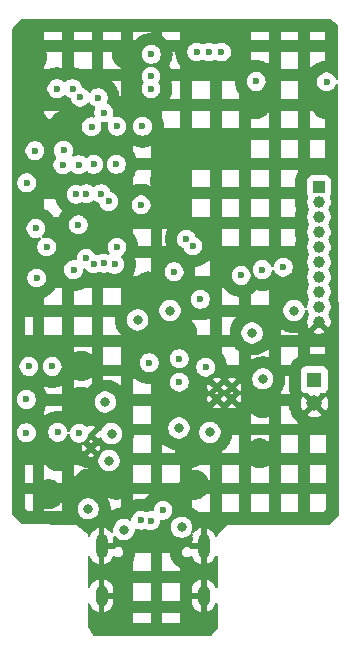
<source format=gbr>
%TF.GenerationSoftware,KiCad,Pcbnew,9.0.4*%
%TF.CreationDate,2025-09-15T16:29:57+02:00*%
%TF.ProjectId,stm32-mcu,73746d33-322d-46d6-9375-2e6b69636164,rev?*%
%TF.SameCoordinates,Original*%
%TF.FileFunction,Copper,L5,Inr*%
%TF.FilePolarity,Positive*%
%FSLAX46Y46*%
G04 Gerber Fmt 4.6, Leading zero omitted, Abs format (unit mm)*
G04 Created by KiCad (PCBNEW 9.0.4) date 2025-09-15 16:29:57*
%MOMM*%
%LPD*%
G01*
G04 APERTURE LIST*
%TA.AperFunction,HeatsinkPad*%
%ADD10O,1.000000X2.100000*%
%TD*%
%TA.AperFunction,HeatsinkPad*%
%ADD11O,1.000000X1.800000*%
%TD*%
%TA.AperFunction,ComponentPad*%
%ADD12R,1.000000X1.000000*%
%TD*%
%TA.AperFunction,ComponentPad*%
%ADD13C,1.000000*%
%TD*%
%TA.AperFunction,HeatsinkPad*%
%ADD14C,0.500000*%
%TD*%
%TA.AperFunction,HeatsinkPad*%
%ADD15C,0.600000*%
%TD*%
%TA.AperFunction,ComponentPad*%
%ADD16R,1.308000X1.308000*%
%TD*%
%TA.AperFunction,ComponentPad*%
%ADD17C,1.308000*%
%TD*%
%TA.AperFunction,ViaPad*%
%ADD18C,0.600000*%
%TD*%
%TA.AperFunction,ViaPad*%
%ADD19C,0.800000*%
%TD*%
G04 APERTURE END LIST*
D10*
%TO.N,GND*%
%TO.C,J1*%
X135655387Y-115604149D03*
D11*
X135655387Y-119784149D03*
D10*
X144295387Y-115604149D03*
D11*
X144295387Y-119784149D03*
%TD*%
D12*
%TO.N,/LITE_PWM*%
%TO.C,J2*%
X154060387Y-85184149D03*
D13*
%TO.N,/SPI1_MISO*%
X154060387Y-86454149D03*
%TO.N,/SPI1_SCK*%
X154060387Y-87724149D03*
%TO.N,/SPI1_MOSI*%
X154060387Y-88994149D03*
%TO.N,/TFT_CS*%
X154060387Y-90264149D03*
%TO.N,/CARD_CS*%
X154060387Y-91534149D03*
%TO.N,/D{slash}C*%
X154060387Y-92804149D03*
%TO.N,/BOOT*%
X154060387Y-94074149D03*
%TO.N,/5vUSB*%
X154060387Y-95344149D03*
%TO.N,GND*%
X154060387Y-96614149D03*
%TD*%
D14*
%TO.N,GND*%
%TO.C,U2*%
X134757887Y-106176791D03*
X134757887Y-107276791D03*
%TD*%
D15*
%TO.N,GND*%
%TO.C,U8*%
X145414812Y-103110000D03*
X146694812Y-103110000D03*
X145414812Y-102140000D03*
X146694812Y-102140000D03*
%TD*%
D16*
%TO.N,/VBAT*%
%TO.C,J3*%
X153670000Y-101505000D03*
D17*
%TO.N,GND*%
X153670000Y-103505000D03*
%TD*%
D18*
%TO.N,GND*%
X139608465Y-93614335D03*
X146054812Y-102625000D03*
X137790733Y-73950812D03*
X129794000Y-74168000D03*
X129794000Y-76911200D03*
X132486400Y-80010000D03*
X129997200Y-80010000D03*
X141020800Y-86715600D03*
X141020800Y-84632800D03*
X141376400Y-81991200D03*
X154686000Y-78181200D03*
X148691600Y-78181200D03*
X146456400Y-81991200D03*
X143916400Y-81991200D03*
X136956800Y-110388400D03*
X134518400Y-110337600D03*
X131165600Y-111201200D03*
X131978400Y-108000800D03*
X133908800Y-103378000D03*
X133959600Y-100330000D03*
X139700000Y-98044000D03*
X142494000Y-97536000D03*
X149301200Y-103479600D03*
X149047200Y-107746800D03*
X143154400Y-107696000D03*
X143510000Y-110388400D03*
X143175387Y-115029149D03*
%TO.N,/5vUSB*%
X138988800Y-113385600D03*
%TO.N,/ACCEL_INT*%
X136771465Y-91726935D03*
X135839200Y-78892400D03*
%TO.N,/IO_INT*%
X136965387Y-90264149D03*
X144018000Y-94691200D03*
%TO.N,/SPI1_MISO*%
X133286197Y-92191600D03*
X131470400Y-100380800D03*
%TO.N,/RGB_B*%
X145805387Y-73754149D03*
X133506379Y-85810018D03*
%TO.N,/RGB_R*%
X133719140Y-83301649D03*
X144755387Y-73754149D03*
%TO.N,/RGB_G*%
X143705387Y-73754149D03*
X132384800Y-83312000D03*
%TO.N,/MEM_nCE*%
X129507273Y-100380800D03*
X130098800Y-88696800D03*
%TO.N,/BOOT*%
X141798212Y-92367596D03*
X136906000Y-83261200D03*
X135015387Y-83261200D03*
%TO.N,/I2C_SCL*%
X142830457Y-89594149D03*
X135636000Y-85750400D03*
%TO.N,/I2C_SDA*%
X143380000Y-90175528D03*
X136265387Y-86411600D03*
%TO.N,/TFT_CS*%
X147472400Y-92675000D03*
%TO.N,/CARD_CS*%
X149255588Y-92175000D03*
X151034365Y-91969035D03*
%TO.N,/BOOT*%
X139007222Y-86704963D03*
%TO.N,/USB_DM*%
X134987742Y-91690699D03*
X139801600Y-113436400D03*
%TO.N,/USB_DP*%
X140861387Y-112560000D03*
X135832341Y-91651411D03*
%TO.N,/SPI1_SCK*%
X131015387Y-90264149D03*
X133694999Y-88394149D03*
D19*
%TO.N,/5vUSB*%
X141450000Y-95645335D03*
X138716600Y-96436600D03*
D18*
%TO.N,/3v3*%
X136966658Y-80055547D03*
X135382000Y-77622400D03*
X129323661Y-84836976D03*
X130157273Y-92893049D03*
X154705293Y-76290722D03*
X131953363Y-105942085D03*
X129286000Y-103174800D03*
X129295387Y-105990761D03*
X130016269Y-82117349D03*
X131876800Y-76860400D03*
X148742400Y-76250800D03*
X133757885Y-106026843D03*
X133197600Y-76860400D03*
X134366000Y-85750400D03*
X132435600Y-82092800D03*
X133858000Y-77571600D03*
X139842308Y-76871223D03*
X134811875Y-80096051D03*
X139865733Y-73950812D03*
X134349165Y-91208802D03*
X139842308Y-75790000D03*
X139121439Y-80047446D03*
D19*
%TO.N,/5vUSB*%
X135980015Y-103388956D03*
X144830800Y-105968800D03*
X151953865Y-95645335D03*
X136499600Y-106070400D03*
X142443200Y-113995200D03*
X137558812Y-114202170D03*
X142207111Y-105587933D03*
X136296400Y-108356400D03*
X134527221Y-112432500D03*
D18*
%TO.N,/VBAT*%
X144475200Y-100431600D03*
X142240000Y-99720400D03*
D19*
X149310000Y-101430000D03*
X148405000Y-97545000D03*
D18*
%TO.N,/VBAT_SNS*%
X142240000Y-101701600D03*
X139700000Y-100060000D03*
%TD*%
%TA.AperFunction,Conductor*%
%TO.N,GND*%
G36*
X155018102Y-70987285D02*
G01*
X155023113Y-70990681D01*
X155616182Y-71414301D01*
X155656491Y-71462802D01*
X155690520Y-71535783D01*
X155702136Y-71588032D01*
X155707523Y-75994973D01*
X155687920Y-76062037D01*
X155635172Y-76107856D01*
X155566026Y-76117884D01*
X155502435Y-76088937D01*
X155468964Y-76042582D01*
X155414687Y-75911543D01*
X155414685Y-75911540D01*
X155414683Y-75911536D01*
X155327082Y-75780433D01*
X155327079Y-75780429D01*
X155215585Y-75668935D01*
X155215581Y-75668932D01*
X155084478Y-75581331D01*
X155084465Y-75581324D01*
X154938794Y-75520986D01*
X154938782Y-75520983D01*
X154784138Y-75490222D01*
X154784135Y-75490222D01*
X154626451Y-75490222D01*
X154626448Y-75490222D01*
X154471803Y-75520983D01*
X154471791Y-75520986D01*
X154326120Y-75581324D01*
X154326107Y-75581331D01*
X154195004Y-75668932D01*
X154195000Y-75668935D01*
X154083506Y-75780429D01*
X154083503Y-75780433D01*
X153995902Y-75911536D01*
X153995895Y-75911549D01*
X153935557Y-76057220D01*
X153935554Y-76057232D01*
X153904793Y-76211875D01*
X153904793Y-76369568D01*
X153935554Y-76524211D01*
X153935557Y-76524223D01*
X153995895Y-76669894D01*
X153995902Y-76669907D01*
X154083503Y-76801010D01*
X154083506Y-76801014D01*
X154195000Y-76912508D01*
X154195004Y-76912511D01*
X154326107Y-77000112D01*
X154326120Y-77000119D01*
X154449684Y-77051300D01*
X154471796Y-77060459D01*
X154626446Y-77091221D01*
X154626449Y-77091222D01*
X154626451Y-77091222D01*
X154784137Y-77091222D01*
X154784138Y-77091221D01*
X154938790Y-77060459D01*
X155083277Y-77000611D01*
X155084465Y-77000119D01*
X155084465Y-77000118D01*
X155084472Y-77000116D01*
X155215582Y-76912511D01*
X155327082Y-76801011D01*
X155414687Y-76669901D01*
X155414688Y-76669898D01*
X155414690Y-76669895D01*
X155450091Y-76584427D01*
X155469683Y-76537126D01*
X155513523Y-76482723D01*
X155579817Y-76460658D01*
X155647517Y-76477937D01*
X155695127Y-76529074D01*
X155708244Y-76584427D01*
X155752728Y-112971828D01*
X155733125Y-113038892D01*
X155708111Y-113067239D01*
X154872889Y-113763259D01*
X154808786Y-113791055D01*
X154793506Y-113792000D01*
X146253200Y-113792000D01*
X145566130Y-114524875D01*
X145491200Y-114604800D01*
X145491200Y-114704580D01*
X145471515Y-114771619D01*
X145418711Y-114817374D01*
X145349553Y-114827318D01*
X145285997Y-114798293D01*
X145252639Y-114752032D01*
X145181579Y-114580477D01*
X145181572Y-114580464D01*
X145072138Y-114416686D01*
X145072135Y-114416682D01*
X144932853Y-114277400D01*
X144932849Y-114277397D01*
X144769071Y-114167963D01*
X144769058Y-114167956D01*
X144587078Y-114092578D01*
X144587070Y-114092576D01*
X144545387Y-114084284D01*
X144545387Y-114887160D01*
X144535447Y-114869944D01*
X144479592Y-114814089D01*
X144411183Y-114774593D01*
X144334883Y-114754149D01*
X144255891Y-114754149D01*
X144179591Y-114774593D01*
X144111182Y-114814089D01*
X144055327Y-114869944D01*
X144045387Y-114887160D01*
X144045387Y-114084285D01*
X144045386Y-114084284D01*
X144003703Y-114092576D01*
X144003695Y-114092578D01*
X143821715Y-114167956D01*
X143821702Y-114167963D01*
X143657924Y-114277397D01*
X143657920Y-114277400D01*
X143518638Y-114416682D01*
X143518633Y-114416688D01*
X143493712Y-114453985D01*
X143440099Y-114498790D01*
X143370774Y-114507496D01*
X143307747Y-114477340D01*
X143271029Y-114417897D01*
X143272277Y-114348038D01*
X143276043Y-114337657D01*
X143309094Y-114257866D01*
X143313265Y-114236900D01*
X143336834Y-114118408D01*
X143343700Y-114083891D01*
X143343700Y-113906509D01*
X143343700Y-113906506D01*
X143343699Y-113906504D01*
X143309096Y-113732541D01*
X143309093Y-113732532D01*
X143307348Y-113728320D01*
X143265851Y-113628135D01*
X143241216Y-113568659D01*
X143241209Y-113568646D01*
X143142664Y-113421165D01*
X143142661Y-113421161D01*
X143017238Y-113295738D01*
X143017234Y-113295735D01*
X142869753Y-113197190D01*
X142869740Y-113197183D01*
X142705867Y-113129306D01*
X142705858Y-113129303D01*
X142531894Y-113094700D01*
X142531891Y-113094700D01*
X142354509Y-113094700D01*
X142354506Y-113094700D01*
X142180541Y-113129303D01*
X142180532Y-113129306D01*
X142016659Y-113197183D01*
X142016646Y-113197190D01*
X141869165Y-113295735D01*
X141869161Y-113295738D01*
X141743738Y-113421161D01*
X141743735Y-113421165D01*
X141645190Y-113568646D01*
X141645183Y-113568659D01*
X141577306Y-113732532D01*
X141577303Y-113732541D01*
X141542700Y-113906504D01*
X141542700Y-114083895D01*
X141577303Y-114257858D01*
X141577306Y-114257867D01*
X141645183Y-114421740D01*
X141645190Y-114421753D01*
X141743735Y-114569234D01*
X141743738Y-114569238D01*
X141869161Y-114694661D01*
X141869165Y-114694664D01*
X142016646Y-114793209D01*
X142016659Y-114793216D01*
X142139563Y-114844123D01*
X142180534Y-114861094D01*
X142180536Y-114861094D01*
X142180541Y-114861096D01*
X142354504Y-114895699D01*
X142354507Y-114895700D01*
X142354509Y-114895700D01*
X142531893Y-114895700D01*
X142531894Y-114895699D01*
X142589882Y-114884164D01*
X142705858Y-114861096D01*
X142705861Y-114861094D01*
X142705866Y-114861094D01*
X142869747Y-114793213D01*
X143017235Y-114694664D01*
X143142664Y-114569235D01*
X143156696Y-114548233D01*
X143210306Y-114503430D01*
X143279631Y-114494721D01*
X143342659Y-114524875D01*
X143379379Y-114584317D01*
X143378133Y-114654176D01*
X143374360Y-114664577D01*
X143333815Y-114762464D01*
X143333814Y-114762467D01*
X143295387Y-114955653D01*
X143295387Y-115354149D01*
X143995387Y-115354149D01*
X143995387Y-115854149D01*
X143268497Y-115854149D01*
X143201458Y-115834464D01*
X143180816Y-115817830D01*
X143126652Y-115763666D01*
X143126650Y-115763664D01*
X143029624Y-115707646D01*
X142921405Y-115678649D01*
X142809369Y-115678649D01*
X142701150Y-115707646D01*
X142701147Y-115707647D01*
X142604127Y-115763662D01*
X142604121Y-115763666D01*
X142524904Y-115842883D01*
X142524900Y-115842889D01*
X142468885Y-115939909D01*
X142468884Y-115939912D01*
X142439887Y-116048131D01*
X142439887Y-116160167D01*
X142468884Y-116268386D01*
X142524902Y-116365412D01*
X142604124Y-116444634D01*
X142701150Y-116500652D01*
X142809369Y-116529649D01*
X142809371Y-116529649D01*
X142921403Y-116529649D01*
X142921405Y-116529649D01*
X143029624Y-116500652D01*
X143126650Y-116444634D01*
X143141561Y-116429722D01*
X143202881Y-116396237D01*
X143272573Y-116401220D01*
X143328507Y-116443090D01*
X143343803Y-116469950D01*
X143409196Y-116627824D01*
X143409201Y-116627833D01*
X143518635Y-116791611D01*
X143518638Y-116791615D01*
X143657920Y-116930897D01*
X143657924Y-116930900D01*
X143821702Y-117040334D01*
X143821715Y-117040341D01*
X144003695Y-117115718D01*
X144045387Y-117124011D01*
X144045387Y-116321137D01*
X144055327Y-116338354D01*
X144111182Y-116394209D01*
X144179591Y-116433705D01*
X144255891Y-116454149D01*
X144334883Y-116454149D01*
X144411183Y-116433705D01*
X144479592Y-116394209D01*
X144535447Y-116338354D01*
X144545387Y-116321137D01*
X144545387Y-117124011D01*
X144587077Y-117115718D01*
X144587079Y-117115718D01*
X144769058Y-117040341D01*
X144769071Y-117040334D01*
X144932849Y-116930900D01*
X144932853Y-116930897D01*
X145072135Y-116791615D01*
X145072138Y-116791611D01*
X145181572Y-116627833D01*
X145181579Y-116627820D01*
X145252639Y-116456265D01*
X145296480Y-116401861D01*
X145362774Y-116379796D01*
X145430473Y-116397075D01*
X145478084Y-116448212D01*
X145491200Y-116503717D01*
X145491200Y-119034580D01*
X145471515Y-119101619D01*
X145418711Y-119147374D01*
X145349553Y-119157318D01*
X145285997Y-119128293D01*
X145252639Y-119082032D01*
X145181579Y-118910477D01*
X145181572Y-118910464D01*
X145072138Y-118746686D01*
X145072135Y-118746682D01*
X144932853Y-118607400D01*
X144932849Y-118607397D01*
X144769071Y-118497963D01*
X144769058Y-118497956D01*
X144587078Y-118422578D01*
X144587070Y-118422576D01*
X144545387Y-118414284D01*
X144545387Y-119217160D01*
X144535447Y-119199944D01*
X144479592Y-119144089D01*
X144411183Y-119104593D01*
X144334883Y-119084149D01*
X144255891Y-119084149D01*
X144179591Y-119104593D01*
X144111182Y-119144089D01*
X144055327Y-119199944D01*
X144045387Y-119217160D01*
X144045387Y-118414285D01*
X144045386Y-118414284D01*
X144003703Y-118422576D01*
X144003695Y-118422578D01*
X143821715Y-118497956D01*
X143821702Y-118497963D01*
X143657924Y-118607397D01*
X143657920Y-118607400D01*
X143518638Y-118746682D01*
X143518635Y-118746686D01*
X143409201Y-118910464D01*
X143409194Y-118910477D01*
X143333817Y-119092455D01*
X143333814Y-119092467D01*
X143295387Y-119285653D01*
X143295387Y-119534149D01*
X143995387Y-119534149D01*
X143995387Y-120034149D01*
X143295387Y-120034149D01*
X143295387Y-120282644D01*
X143333814Y-120475830D01*
X143333817Y-120475842D01*
X143409194Y-120657820D01*
X143409201Y-120657833D01*
X143518635Y-120821611D01*
X143518638Y-120821615D01*
X143657920Y-120960897D01*
X143657924Y-120960900D01*
X143821702Y-121070334D01*
X143821715Y-121070341D01*
X144003695Y-121145718D01*
X144045387Y-121154011D01*
X144045387Y-120351137D01*
X144055327Y-120368354D01*
X144111182Y-120424209D01*
X144179591Y-120463705D01*
X144255891Y-120484149D01*
X144334883Y-120484149D01*
X144411183Y-120463705D01*
X144479592Y-120424209D01*
X144535447Y-120368354D01*
X144545387Y-120351137D01*
X144545387Y-121154011D01*
X144587077Y-121145718D01*
X144587079Y-121145718D01*
X144769058Y-121070341D01*
X144769071Y-121070334D01*
X144932849Y-120960900D01*
X144932853Y-120960897D01*
X145072135Y-120821615D01*
X145072138Y-120821611D01*
X145181572Y-120657833D01*
X145181579Y-120657820D01*
X145252639Y-120486265D01*
X145296480Y-120431861D01*
X145362774Y-120409796D01*
X145430473Y-120427075D01*
X145478084Y-120478212D01*
X145491200Y-120533717D01*
X145491200Y-122532164D01*
X145471515Y-122599203D01*
X145458607Y-122615954D01*
X144969259Y-123149790D01*
X144909449Y-123185907D01*
X144877852Y-123190000D01*
X135041963Y-123190000D01*
X134974924Y-123170315D01*
X134938789Y-123134783D01*
X134488426Y-122459239D01*
X134467618Y-122392540D01*
X134467600Y-122390456D01*
X134467600Y-122066000D01*
X138314800Y-122066000D01*
X139816800Y-122066000D01*
X140814800Y-122066000D01*
X142316800Y-122066000D01*
X142316800Y-121215600D01*
X140814800Y-121215600D01*
X140814800Y-122066000D01*
X139816800Y-122066000D01*
X139816800Y-121215600D01*
X138314800Y-121215600D01*
X138314800Y-122066000D01*
X134467600Y-122066000D01*
X134467600Y-120553094D01*
X134487285Y-120486055D01*
X134540089Y-120440300D01*
X134609247Y-120430356D01*
X134672803Y-120459381D01*
X134706161Y-120505642D01*
X134769194Y-120657820D01*
X134769201Y-120657833D01*
X134878635Y-120821611D01*
X134878638Y-120821615D01*
X135017920Y-120960897D01*
X135017924Y-120960900D01*
X135181702Y-121070334D01*
X135181715Y-121070341D01*
X135363695Y-121145718D01*
X135405387Y-121154011D01*
X135405387Y-120351137D01*
X135415327Y-120368354D01*
X135471182Y-120424209D01*
X135539591Y-120463705D01*
X135615891Y-120484149D01*
X135694883Y-120484149D01*
X135771183Y-120463705D01*
X135839592Y-120424209D01*
X135895447Y-120368354D01*
X135905387Y-120351137D01*
X135905387Y-121154011D01*
X135947077Y-121145718D01*
X135947079Y-121145718D01*
X136129058Y-121070341D01*
X136129071Y-121070334D01*
X136292849Y-120960900D01*
X136292853Y-120960897D01*
X136432135Y-120821615D01*
X136432138Y-120821611D01*
X136541572Y-120657833D01*
X136541579Y-120657820D01*
X136616956Y-120475842D01*
X136616959Y-120475830D01*
X136655386Y-120282644D01*
X136655387Y-120282641D01*
X136655387Y-120217600D01*
X138314800Y-120217600D01*
X139816800Y-120217600D01*
X140814800Y-120217600D01*
X142297387Y-120217600D01*
X142297387Y-119833603D01*
X142306825Y-119786152D01*
X142307654Y-119784148D01*
X142306826Y-119782147D01*
X142297387Y-119734695D01*
X142297387Y-119261156D01*
X142297536Y-119255074D01*
X142299342Y-119218299D01*
X142299790Y-119212228D01*
X142304593Y-119163459D01*
X142305338Y-119157416D01*
X142310742Y-119120989D01*
X142311782Y-119114995D01*
X142316800Y-119089766D01*
X142316800Y-118715600D01*
X140814800Y-118715600D01*
X140814800Y-120217600D01*
X139816800Y-120217600D01*
X139816800Y-118715600D01*
X138314800Y-118715600D01*
X138314800Y-120217600D01*
X136655387Y-120217600D01*
X136655387Y-120034149D01*
X135955387Y-120034149D01*
X135955387Y-119534149D01*
X136655387Y-119534149D01*
X136655387Y-119285657D01*
X136655386Y-119285653D01*
X136616959Y-119092467D01*
X136616956Y-119092455D01*
X136541579Y-118910477D01*
X136541572Y-118910464D01*
X136432138Y-118746686D01*
X136432135Y-118746682D01*
X136292853Y-118607400D01*
X136292849Y-118607397D01*
X136129071Y-118497963D01*
X136129058Y-118497956D01*
X135947078Y-118422578D01*
X135947070Y-118422576D01*
X135905387Y-118414284D01*
X135905387Y-119217160D01*
X135895447Y-119199944D01*
X135839592Y-119144089D01*
X135771183Y-119104593D01*
X135694883Y-119084149D01*
X135615891Y-119084149D01*
X135539591Y-119104593D01*
X135471182Y-119144089D01*
X135415327Y-119199944D01*
X135405387Y-119217160D01*
X135405387Y-118414285D01*
X135405386Y-118414284D01*
X135363703Y-118422576D01*
X135363695Y-118422578D01*
X135181715Y-118497956D01*
X135181702Y-118497963D01*
X135017924Y-118607397D01*
X135017920Y-118607400D01*
X134878638Y-118746682D01*
X134878635Y-118746686D01*
X134769201Y-118910464D01*
X134769196Y-118910473D01*
X134706161Y-119062656D01*
X134662320Y-119117059D01*
X134596026Y-119139124D01*
X134528327Y-119121845D01*
X134480716Y-119070708D01*
X134467600Y-119015203D01*
X134467600Y-116523094D01*
X134487285Y-116456055D01*
X134540089Y-116410300D01*
X134609247Y-116400356D01*
X134672803Y-116429381D01*
X134706161Y-116475642D01*
X134769194Y-116627820D01*
X134769201Y-116627833D01*
X134878635Y-116791611D01*
X134878638Y-116791615D01*
X135017920Y-116930897D01*
X135017924Y-116930900D01*
X135181702Y-117040334D01*
X135181715Y-117040341D01*
X135363695Y-117115718D01*
X135405387Y-117124011D01*
X135405387Y-116321137D01*
X135415327Y-116338354D01*
X135471182Y-116394209D01*
X135539591Y-116433705D01*
X135615891Y-116454149D01*
X135694883Y-116454149D01*
X135771183Y-116433705D01*
X135839592Y-116394209D01*
X135895447Y-116338354D01*
X135905387Y-116321137D01*
X135905387Y-117124011D01*
X135947077Y-117115718D01*
X135947079Y-117115718D01*
X136129058Y-117040341D01*
X136129071Y-117040334D01*
X136292849Y-116930900D01*
X136292853Y-116930897D01*
X136402008Y-116821742D01*
X138314800Y-116821742D01*
X138314800Y-117717600D01*
X139816800Y-117717600D01*
X140814800Y-117717600D01*
X142316800Y-117717600D01*
X142316800Y-117421676D01*
X142289049Y-117410182D01*
X142281656Y-117406832D01*
X142237610Y-117385111D01*
X142230454Y-117381286D01*
X142076819Y-117292585D01*
X142069929Y-117288301D01*
X142029095Y-117261017D01*
X142022497Y-117256288D01*
X141970645Y-117216499D01*
X141964372Y-117211352D01*
X141927458Y-117178978D01*
X141921538Y-117173432D01*
X141796104Y-117047998D01*
X141790558Y-117042078D01*
X141758184Y-117005164D01*
X141753037Y-116998891D01*
X141713248Y-116947039D01*
X141708519Y-116940441D01*
X141681235Y-116899607D01*
X141676951Y-116892717D01*
X141588250Y-116739082D01*
X141584425Y-116731926D01*
X141562704Y-116687880D01*
X141559354Y-116680487D01*
X141534343Y-116620102D01*
X141531486Y-116612510D01*
X141515703Y-116566016D01*
X141513347Y-116558250D01*
X141467436Y-116386904D01*
X141465594Y-116379003D01*
X141456015Y-116330848D01*
X141454693Y-116322845D01*
X141446160Y-116258045D01*
X141445364Y-116249966D01*
X141443112Y-116215600D01*
X140814800Y-116215600D01*
X140814800Y-117717600D01*
X139816800Y-117717600D01*
X139816800Y-116215600D01*
X138507662Y-116215600D01*
X138505410Y-116249966D01*
X138504614Y-116258045D01*
X138496081Y-116322845D01*
X138494759Y-116330848D01*
X138485180Y-116379003D01*
X138483338Y-116386904D01*
X138437427Y-116558250D01*
X138435071Y-116566016D01*
X138419288Y-116612510D01*
X138416431Y-116620102D01*
X138391420Y-116680487D01*
X138388070Y-116687880D01*
X138366349Y-116731926D01*
X138362524Y-116739082D01*
X138314800Y-116821742D01*
X136402008Y-116821742D01*
X136432135Y-116791615D01*
X136432138Y-116791611D01*
X136541572Y-116627833D01*
X136541579Y-116627820D01*
X136606970Y-116469951D01*
X136650810Y-116415547D01*
X136717105Y-116393482D01*
X136784804Y-116410761D01*
X136809212Y-116429722D01*
X136824124Y-116444634D01*
X136921150Y-116500652D01*
X137029369Y-116529649D01*
X137029371Y-116529649D01*
X137141403Y-116529649D01*
X137141405Y-116529649D01*
X137249624Y-116500652D01*
X137346650Y-116444634D01*
X137425872Y-116365412D01*
X137481890Y-116268386D01*
X137510887Y-116160167D01*
X137510887Y-116048131D01*
X137481890Y-115939912D01*
X137425872Y-115842886D01*
X137346650Y-115763664D01*
X137249624Y-115707646D01*
X137141405Y-115678649D01*
X137029369Y-115678649D01*
X136921150Y-115707646D01*
X136921147Y-115707647D01*
X136824127Y-115763662D01*
X136824121Y-115763666D01*
X136769958Y-115817830D01*
X136708635Y-115851315D01*
X136682277Y-115854149D01*
X135955387Y-115854149D01*
X135955387Y-115354149D01*
X136655387Y-115354149D01*
X136655387Y-114955657D01*
X136655386Y-114955656D01*
X136639599Y-114876286D01*
X136645826Y-114806694D01*
X136688689Y-114751517D01*
X136754579Y-114728272D01*
X136822576Y-114744340D01*
X136857068Y-114773428D01*
X136859347Y-114776205D01*
X136984773Y-114901631D01*
X136984777Y-114901634D01*
X137132258Y-115000179D01*
X137132271Y-115000186D01*
X137255175Y-115051093D01*
X137296146Y-115068064D01*
X137296148Y-115068064D01*
X137296153Y-115068066D01*
X137470116Y-115102669D01*
X137470119Y-115102670D01*
X137470121Y-115102670D01*
X137647505Y-115102670D01*
X137647506Y-115102669D01*
X137705494Y-115091134D01*
X137821470Y-115068066D01*
X137821473Y-115068064D01*
X137821478Y-115068064D01*
X137985359Y-115000183D01*
X138132847Y-114901634D01*
X138258276Y-114776205D01*
X138356825Y-114628717D01*
X138424706Y-114464836D01*
X138426865Y-114453985D01*
X138459311Y-114290865D01*
X138459312Y-114290863D01*
X138459312Y-114218313D01*
X138478997Y-114151274D01*
X138531801Y-114105519D01*
X138600959Y-114095575D01*
X138630764Y-114103752D01*
X138719780Y-114140623D01*
X138755303Y-114155337D01*
X138890819Y-114182293D01*
X138909953Y-114186099D01*
X138909956Y-114186100D01*
X138909958Y-114186100D01*
X139067644Y-114186100D01*
X139067645Y-114186099D01*
X139222297Y-114155337D01*
X139293419Y-114125876D01*
X139362887Y-114118408D01*
X139409760Y-114137335D01*
X139422420Y-114145794D01*
X139422422Y-114145795D01*
X139568098Y-114206135D01*
X139568103Y-114206137D01*
X139722753Y-114236899D01*
X139722756Y-114236900D01*
X139722758Y-114236900D01*
X139880444Y-114236900D01*
X139880445Y-114236899D01*
X140035097Y-114206137D01*
X140180779Y-114145794D01*
X140311889Y-114058189D01*
X140423389Y-113946689D01*
X140510994Y-113815579D01*
X140571337Y-113669897D01*
X140602100Y-113515242D01*
X140602100Y-113475701D01*
X140621785Y-113408662D01*
X140674589Y-113362907D01*
X140743747Y-113352963D01*
X140750263Y-113354078D01*
X140782545Y-113360500D01*
X140940231Y-113360500D01*
X140940232Y-113360499D01*
X141094884Y-113329737D01*
X141240566Y-113269394D01*
X141371676Y-113181789D01*
X141483176Y-113070289D01*
X141570781Y-112939179D01*
X141631124Y-112793497D01*
X141661887Y-112638842D01*
X141661887Y-112481158D01*
X141661887Y-112481155D01*
X141661886Y-112481153D01*
X141643810Y-112390280D01*
X141631124Y-112326503D01*
X141585175Y-112215571D01*
X141570784Y-112180827D01*
X141570777Y-112180814D01*
X141483176Y-112049711D01*
X141483173Y-112049707D01*
X141371679Y-111938213D01*
X141371675Y-111938210D01*
X141240572Y-111850609D01*
X141240559Y-111850602D01*
X141094888Y-111790264D01*
X141094876Y-111790261D01*
X140940232Y-111759500D01*
X140940229Y-111759500D01*
X140782545Y-111759500D01*
X140782542Y-111759500D01*
X140627897Y-111790261D01*
X140627885Y-111790264D01*
X140482214Y-111850602D01*
X140482201Y-111850609D01*
X140351098Y-111938210D01*
X140351094Y-111938213D01*
X140239600Y-112049707D01*
X140239597Y-112049711D01*
X140151996Y-112180814D01*
X140151989Y-112180827D01*
X140091651Y-112326498D01*
X140091648Y-112326510D01*
X140060887Y-112481153D01*
X140060887Y-112520698D01*
X140041202Y-112587737D01*
X139988398Y-112633492D01*
X139919240Y-112643436D01*
X139912696Y-112642315D01*
X139880446Y-112635900D01*
X139880442Y-112635900D01*
X139722758Y-112635900D01*
X139722755Y-112635900D01*
X139568111Y-112666660D01*
X139568106Y-112666662D01*
X139568104Y-112666662D01*
X139568103Y-112666663D01*
X139540204Y-112678219D01*
X139496978Y-112696123D01*
X139427508Y-112703590D01*
X139380637Y-112684664D01*
X139367982Y-112676208D01*
X139367981Y-112676207D01*
X139367979Y-112676206D01*
X139367976Y-112676204D01*
X139367971Y-112676202D01*
X139222301Y-112615864D01*
X139222289Y-112615861D01*
X139067645Y-112585100D01*
X139067642Y-112585100D01*
X138909958Y-112585100D01*
X138909955Y-112585100D01*
X138755310Y-112615861D01*
X138755298Y-112615864D01*
X138609627Y-112676202D01*
X138609614Y-112676209D01*
X138478511Y-112763810D01*
X138478507Y-112763813D01*
X138367013Y-112875307D01*
X138367010Y-112875311D01*
X138279409Y-113006414D01*
X138279402Y-113006427D01*
X138219064Y-113152098D01*
X138219061Y-113152110D01*
X138188300Y-113306753D01*
X138188300Y-113307769D01*
X138188149Y-113308280D01*
X138187703Y-113312818D01*
X138186842Y-113312733D01*
X138168615Y-113374808D01*
X138115811Y-113420563D01*
X138046653Y-113430507D01*
X137995412Y-113410873D01*
X137985366Y-113404161D01*
X137985352Y-113404153D01*
X137821479Y-113336276D01*
X137821470Y-113336273D01*
X137647506Y-113301670D01*
X137647503Y-113301670D01*
X137470121Y-113301670D01*
X137470118Y-113301670D01*
X137296153Y-113336273D01*
X137296144Y-113336276D01*
X137132271Y-113404153D01*
X137132258Y-113404160D01*
X136984777Y-113502705D01*
X136984773Y-113502708D01*
X136859350Y-113628131D01*
X136859347Y-113628135D01*
X136760802Y-113775616D01*
X136760795Y-113775629D01*
X136692918Y-113939502D01*
X136692915Y-113939511D01*
X136658312Y-114113474D01*
X136658312Y-114290865D01*
X136668201Y-114340581D01*
X136661974Y-114410173D01*
X136619110Y-114465350D01*
X136553221Y-114488594D01*
X136485224Y-114472526D01*
X136443482Y-114433663D01*
X136432138Y-114416686D01*
X136432135Y-114416682D01*
X136292853Y-114277400D01*
X136292849Y-114277397D01*
X136129071Y-114167963D01*
X136129058Y-114167956D01*
X135947078Y-114092578D01*
X135947070Y-114092576D01*
X135905387Y-114084284D01*
X135905387Y-114887160D01*
X135895447Y-114869944D01*
X135839592Y-114814089D01*
X135771183Y-114774593D01*
X135694883Y-114754149D01*
X135615891Y-114754149D01*
X135539591Y-114774593D01*
X135471182Y-114814089D01*
X135415327Y-114869944D01*
X135405387Y-114887160D01*
X135405387Y-114084285D01*
X135405386Y-114084284D01*
X135363703Y-114092576D01*
X135363695Y-114092578D01*
X135181715Y-114167956D01*
X135181702Y-114167963D01*
X135017924Y-114277397D01*
X135017920Y-114277400D01*
X134878638Y-114416682D01*
X134878635Y-114416686D01*
X134769201Y-114580464D01*
X134769196Y-114580473D01*
X134706161Y-114732656D01*
X134662320Y-114787059D01*
X134596026Y-114809124D01*
X134528327Y-114791845D01*
X134480716Y-114740708D01*
X134467600Y-114685203D01*
X134467600Y-114604800D01*
X134275133Y-114433718D01*
X134257194Y-114413922D01*
X134162311Y-114283321D01*
X134162309Y-114283319D01*
X134019619Y-114140623D01*
X134019618Y-114140622D01*
X133937991Y-114081314D01*
X133856363Y-114022005D01*
X133856358Y-114022002D01*
X133856356Y-114022001D01*
X133766490Y-113976210D01*
X133740406Y-113958405D01*
X133553201Y-113792001D01*
X133553200Y-113792000D01*
X133553199Y-113791999D01*
X133553198Y-113791999D01*
X129031753Y-113741761D01*
X128964937Y-113721333D01*
X128945450Y-113705450D01*
X128103119Y-112863119D01*
X128069634Y-112801796D01*
X128066800Y-112775438D01*
X128066800Y-112361224D01*
X129190800Y-112361224D01*
X129451936Y-112622360D01*
X129816800Y-112626414D01*
X129816800Y-112426780D01*
X130814800Y-112426780D01*
X130814800Y-112637503D01*
X132316800Y-112654192D01*
X132316800Y-112343804D01*
X133626721Y-112343804D01*
X133626721Y-112521195D01*
X133661324Y-112695158D01*
X133661327Y-112695167D01*
X133729204Y-112859040D01*
X133729211Y-112859053D01*
X133827756Y-113006534D01*
X133827759Y-113006538D01*
X133953182Y-113131961D01*
X133953186Y-113131964D01*
X134100667Y-113230509D01*
X134100680Y-113230516D01*
X134173516Y-113260685D01*
X134264555Y-113298394D01*
X134264557Y-113298394D01*
X134264562Y-113298396D01*
X134438525Y-113332999D01*
X134438528Y-113333000D01*
X134438530Y-113333000D01*
X134615914Y-113333000D01*
X134615915Y-113332999D01*
X134673903Y-113321464D01*
X134789879Y-113298396D01*
X134789882Y-113298394D01*
X134789887Y-113298394D01*
X134953768Y-113230513D01*
X135101256Y-113131964D01*
X135226685Y-113006535D01*
X135325234Y-112859047D01*
X135393115Y-112695166D01*
X135395973Y-112680802D01*
X135421638Y-112551774D01*
X135427721Y-112521191D01*
X135427721Y-112343809D01*
X135427721Y-112343806D01*
X135427720Y-112343804D01*
X135393117Y-112169841D01*
X135393114Y-112169832D01*
X135325237Y-112005959D01*
X135325230Y-112005946D01*
X135226685Y-111858465D01*
X135226682Y-111858461D01*
X135101259Y-111733038D01*
X135101255Y-111733035D01*
X134953774Y-111634490D01*
X134953761Y-111634483D01*
X134789888Y-111566606D01*
X134789879Y-111566603D01*
X134615915Y-111532000D01*
X134615912Y-111532000D01*
X134438530Y-111532000D01*
X134438527Y-111532000D01*
X134264562Y-111566603D01*
X134264553Y-111566606D01*
X134100680Y-111634483D01*
X134100667Y-111634490D01*
X133953186Y-111733035D01*
X133953182Y-111733038D01*
X133827759Y-111858461D01*
X133827756Y-111858465D01*
X133729211Y-112005946D01*
X133729204Y-112005959D01*
X133661327Y-112169832D01*
X133661324Y-112169841D01*
X133626721Y-112343804D01*
X132316800Y-112343804D01*
X132316800Y-111748069D01*
X132259653Y-111860226D01*
X132249486Y-111876816D01*
X132143089Y-112023260D01*
X132130452Y-112038056D01*
X132002456Y-112166052D01*
X131987660Y-112178689D01*
X131841216Y-112285086D01*
X131824626Y-112295253D01*
X131663342Y-112377432D01*
X131645365Y-112384878D01*
X131473210Y-112440814D01*
X131454290Y-112445356D01*
X131275505Y-112473673D01*
X131256107Y-112475200D01*
X131075093Y-112475200D01*
X131055695Y-112473673D01*
X130876910Y-112445356D01*
X130857990Y-112440814D01*
X130814800Y-112426780D01*
X129816800Y-112426780D01*
X129816800Y-111255535D01*
X136022227Y-111255535D01*
X136039374Y-111278655D01*
X136042878Y-111283631D01*
X136168655Y-111471868D01*
X136171912Y-111477012D01*
X136190848Y-111508606D01*
X136193848Y-111513901D01*
X136216950Y-111557123D01*
X136219687Y-111562562D01*
X136235427Y-111595844D01*
X136237892Y-111601405D01*
X136324522Y-111810551D01*
X136326712Y-111816228D01*
X136339111Y-111850880D01*
X136341019Y-111856655D01*
X136355246Y-111903548D01*
X136356870Y-111909416D01*
X136365822Y-111945151D01*
X136367156Y-111951092D01*
X136411325Y-112173143D01*
X136412366Y-112179140D01*
X136417770Y-112215571D01*
X136418515Y-112221612D01*
X136423318Y-112270384D01*
X136423766Y-112276454D01*
X136425572Y-112313226D01*
X136425721Y-112319309D01*
X136425721Y-112545691D01*
X136425572Y-112551774D01*
X136423766Y-112588546D01*
X136423318Y-112594616D01*
X136418515Y-112643388D01*
X136417770Y-112649429D01*
X136412525Y-112684787D01*
X136598180Y-112560736D01*
X136603324Y-112557479D01*
X136634918Y-112538543D01*
X136640213Y-112535543D01*
X136683435Y-112512441D01*
X136688874Y-112509704D01*
X136722156Y-112493964D01*
X136727717Y-112491499D01*
X136936863Y-112404869D01*
X136942540Y-112402679D01*
X136977192Y-112390280D01*
X136982967Y-112388372D01*
X137029860Y-112374145D01*
X137035728Y-112372521D01*
X137071463Y-112363569D01*
X137077404Y-112362235D01*
X137299455Y-112318066D01*
X137305452Y-112317025D01*
X137316800Y-112315341D01*
X137316800Y-111718097D01*
X138314800Y-111718097D01*
X138396022Y-111684455D01*
X138401699Y-111682265D01*
X138436360Y-111669863D01*
X138442138Y-111667954D01*
X138489033Y-111653728D01*
X138494897Y-111652105D01*
X138513826Y-111647363D01*
X143314800Y-111647363D01*
X143314800Y-112303570D01*
X143318577Y-112305471D01*
X143361799Y-112328573D01*
X143367094Y-112331573D01*
X143398688Y-112350509D01*
X143403832Y-112353766D01*
X143592069Y-112479543D01*
X143597045Y-112483047D01*
X143626617Y-112504979D01*
X143631415Y-112508724D01*
X143669297Y-112539813D01*
X143673904Y-112543787D01*
X143701191Y-112568518D01*
X143705600Y-112572716D01*
X143850484Y-112717600D01*
X144816800Y-112717600D01*
X145814800Y-112717600D01*
X145905699Y-112717600D01*
X145996599Y-112678219D01*
X146045893Y-112668000D01*
X147316800Y-112668000D01*
X148314800Y-112668000D01*
X149816800Y-112668000D01*
X150814800Y-112668000D01*
X152316800Y-112668000D01*
X153314800Y-112668000D01*
X154431457Y-112668000D01*
X154628155Y-112504083D01*
X154626580Y-111215600D01*
X153314800Y-111215600D01*
X153314800Y-112668000D01*
X152316800Y-112668000D01*
X152316800Y-111215600D01*
X150814800Y-111215600D01*
X150814800Y-112668000D01*
X149816800Y-112668000D01*
X149816800Y-111215600D01*
X148314800Y-111215600D01*
X148314800Y-112668000D01*
X147316800Y-112668000D01*
X147316800Y-111215600D01*
X145814800Y-111215600D01*
X145814800Y-112717600D01*
X144816800Y-112717600D01*
X144816800Y-111215600D01*
X144483100Y-111215600D01*
X144474852Y-111225256D01*
X144346856Y-111353252D01*
X144332060Y-111365889D01*
X144185616Y-111472286D01*
X144169026Y-111482453D01*
X144007742Y-111564632D01*
X143989765Y-111572078D01*
X143817610Y-111628014D01*
X143798690Y-111632556D01*
X143619905Y-111660873D01*
X143600507Y-111662400D01*
X143419493Y-111662400D01*
X143400095Y-111660873D01*
X143314800Y-111647363D01*
X138513826Y-111647363D01*
X138530623Y-111643155D01*
X138536565Y-111641821D01*
X138739292Y-111601496D01*
X138745289Y-111600455D01*
X138781720Y-111595051D01*
X138787761Y-111594306D01*
X138836533Y-111589503D01*
X138842603Y-111589055D01*
X138879375Y-111587249D01*
X138885458Y-111587100D01*
X139092142Y-111587100D01*
X139098225Y-111587249D01*
X139134997Y-111589055D01*
X139141067Y-111589503D01*
X139189839Y-111594306D01*
X139195880Y-111595051D01*
X139232311Y-111600455D01*
X139238308Y-111601496D01*
X139327010Y-111619140D01*
X139423404Y-111474878D01*
X139426909Y-111469902D01*
X139448842Y-111440329D01*
X139452586Y-111435531D01*
X139483675Y-111397649D01*
X139487649Y-111393042D01*
X139512380Y-111365755D01*
X139516578Y-111361346D01*
X139662324Y-111215600D01*
X138314800Y-111215600D01*
X138314800Y-111718097D01*
X137316800Y-111718097D01*
X137316800Y-111610991D01*
X137264410Y-111628014D01*
X137245490Y-111632556D01*
X137066705Y-111660873D01*
X137047307Y-111662400D01*
X136866293Y-111662400D01*
X136846895Y-111660873D01*
X136668110Y-111632556D01*
X136649190Y-111628014D01*
X136477035Y-111572078D01*
X136459058Y-111564632D01*
X136297774Y-111482453D01*
X136281184Y-111472286D01*
X136134740Y-111365889D01*
X136119944Y-111353252D01*
X136022227Y-111255535D01*
X129816800Y-111255535D01*
X129816800Y-111215600D01*
X129190800Y-111215600D01*
X129190800Y-112361224D01*
X128066800Y-112361224D01*
X128066800Y-110217600D01*
X129190800Y-110217600D01*
X129816800Y-110217600D01*
X129816800Y-109975619D01*
X130814800Y-109975619D01*
X130857990Y-109961586D01*
X130876910Y-109957044D01*
X131055695Y-109928727D01*
X131075093Y-109927200D01*
X131256107Y-109927200D01*
X131275505Y-109928727D01*
X131454290Y-109957044D01*
X131473210Y-109961586D01*
X131645365Y-110017522D01*
X131663342Y-110024968D01*
X131824626Y-110107147D01*
X131841216Y-110117314D01*
X131979249Y-110217600D01*
X132316800Y-110217600D01*
X138314800Y-110217600D01*
X139816800Y-110217600D01*
X140814800Y-110217600D01*
X142247172Y-110217600D01*
X142265844Y-110099710D01*
X142270386Y-110080790D01*
X142316800Y-109937940D01*
X142316800Y-108960475D01*
X143314800Y-108960475D01*
X143314800Y-109129436D01*
X143400095Y-109115927D01*
X143419493Y-109114400D01*
X143600507Y-109114400D01*
X143619905Y-109115927D01*
X143798690Y-109144244D01*
X143817610Y-109148786D01*
X143989765Y-109204722D01*
X144007742Y-109212168D01*
X144169026Y-109294347D01*
X144185616Y-109304514D01*
X144332060Y-109410911D01*
X144346856Y-109423548D01*
X144474852Y-109551544D01*
X144487489Y-109566340D01*
X144593886Y-109712784D01*
X144604053Y-109729374D01*
X144686232Y-109890658D01*
X144693678Y-109908635D01*
X144749614Y-110080790D01*
X144754156Y-110099710D01*
X144772828Y-110217600D01*
X144816800Y-110217600D01*
X145814800Y-110217600D01*
X147316800Y-110217600D01*
X147316800Y-108789430D01*
X148314800Y-108789430D01*
X148314800Y-110217600D01*
X149816800Y-110217600D01*
X150814800Y-110217600D01*
X152316800Y-110217600D01*
X153314800Y-110217600D01*
X154625360Y-110217600D01*
X154623524Y-108715600D01*
X153314800Y-108715600D01*
X153314800Y-110217600D01*
X152316800Y-110217600D01*
X152316800Y-108715600D01*
X150814800Y-108715600D01*
X150814800Y-110217600D01*
X149816800Y-110217600D01*
X149816800Y-108762403D01*
X149722816Y-108830686D01*
X149706226Y-108840853D01*
X149544942Y-108923032D01*
X149526965Y-108930478D01*
X149354810Y-108986414D01*
X149335890Y-108990956D01*
X149157105Y-109019273D01*
X149137707Y-109020800D01*
X148956693Y-109020800D01*
X148937295Y-109019273D01*
X148758510Y-108990956D01*
X148739590Y-108986414D01*
X148567435Y-108930478D01*
X148549458Y-108923032D01*
X148388174Y-108840853D01*
X148371584Y-108830686D01*
X148314800Y-108789430D01*
X147316800Y-108789430D01*
X147316800Y-108715600D01*
X145814800Y-108715600D01*
X145814800Y-110217600D01*
X144816800Y-110217600D01*
X144816800Y-108715600D01*
X143918498Y-108715600D01*
X143830016Y-108779886D01*
X143813426Y-108790053D01*
X143652142Y-108872232D01*
X143634165Y-108879678D01*
X143462010Y-108935614D01*
X143443090Y-108940156D01*
X143314800Y-108960475D01*
X142316800Y-108960475D01*
X142316800Y-108715600D01*
X140814800Y-108715600D01*
X140814800Y-110217600D01*
X139816800Y-110217600D01*
X139816800Y-108715600D01*
X138314800Y-108715600D01*
X138314800Y-110217600D01*
X132316800Y-110217600D01*
X132316800Y-109919149D01*
X133314800Y-109919149D01*
X133334722Y-109857835D01*
X133342168Y-109839858D01*
X133424347Y-109678574D01*
X133434514Y-109661984D01*
X133540911Y-109515540D01*
X133553548Y-109500744D01*
X133681544Y-109372748D01*
X133696340Y-109360111D01*
X133842784Y-109253714D01*
X133859374Y-109243547D01*
X134020658Y-109161368D01*
X134038635Y-109153922D01*
X134210790Y-109097986D01*
X134229710Y-109093444D01*
X134408495Y-109065127D01*
X134427893Y-109063600D01*
X134534411Y-109063600D01*
X134512284Y-109010182D01*
X134320383Y-108972011D01*
X134314445Y-108970678D01*
X134278718Y-108961729D01*
X134272847Y-108960104D01*
X134225950Y-108945876D01*
X134220175Y-108943968D01*
X134185509Y-108931564D01*
X134179830Y-108929374D01*
X133817140Y-108779140D01*
X133768740Y-108743244D01*
X133746053Y-108715600D01*
X133314800Y-108715600D01*
X133314800Y-109919149D01*
X132316800Y-109919149D01*
X132316800Y-109230409D01*
X132286010Y-109240414D01*
X132267090Y-109244956D01*
X132088305Y-109273273D01*
X132068907Y-109274800D01*
X131887893Y-109274800D01*
X131868495Y-109273273D01*
X131689710Y-109244956D01*
X131670790Y-109240414D01*
X131498635Y-109184478D01*
X131480658Y-109177032D01*
X131319374Y-109094853D01*
X131302784Y-109084686D01*
X131156340Y-108978289D01*
X131141544Y-108965652D01*
X131013548Y-108837656D01*
X131000911Y-108822860D01*
X130922983Y-108715600D01*
X130814800Y-108715600D01*
X130814800Y-109975619D01*
X129816800Y-109975619D01*
X129816800Y-108715600D01*
X129190800Y-108715600D01*
X129190800Y-110217600D01*
X128066800Y-110217600D01*
X128066800Y-108267704D01*
X135395900Y-108267704D01*
X135395900Y-108445095D01*
X135430503Y-108619058D01*
X135430506Y-108619067D01*
X135498383Y-108782940D01*
X135498390Y-108782953D01*
X135596935Y-108930434D01*
X135596938Y-108930438D01*
X135722361Y-109055861D01*
X135722365Y-109055864D01*
X135869846Y-109154409D01*
X135869859Y-109154416D01*
X135942437Y-109184478D01*
X136033734Y-109222294D01*
X136033736Y-109222294D01*
X136033741Y-109222296D01*
X136207704Y-109256899D01*
X136207707Y-109256900D01*
X136207709Y-109256900D01*
X136385093Y-109256900D01*
X136385094Y-109256899D01*
X136452221Y-109243547D01*
X136559058Y-109222296D01*
X136559061Y-109222294D01*
X136559066Y-109222294D01*
X136722947Y-109154413D01*
X136870435Y-109055864D01*
X136995864Y-108930435D01*
X137094413Y-108782947D01*
X137162294Y-108619066D01*
X137196900Y-108445091D01*
X137196900Y-108267709D01*
X137196900Y-108267706D01*
X137196899Y-108267704D01*
X137162296Y-108093741D01*
X137162293Y-108093732D01*
X137094416Y-107929859D01*
X137094409Y-107929846D01*
X136995864Y-107782365D01*
X136995861Y-107782361D01*
X136870438Y-107656938D01*
X136870434Y-107656935D01*
X136722953Y-107558390D01*
X136722940Y-107558383D01*
X136559067Y-107490506D01*
X136559058Y-107490503D01*
X136385094Y-107455900D01*
X136385091Y-107455900D01*
X136207709Y-107455900D01*
X136207706Y-107455900D01*
X136033741Y-107490503D01*
X136033732Y-107490506D01*
X135869859Y-107558383D01*
X135869846Y-107558390D01*
X135722365Y-107656935D01*
X135633715Y-107745585D01*
X135603528Y-107762067D01*
X135599923Y-107777325D01*
X135595271Y-107784856D01*
X135498390Y-107929846D01*
X135498383Y-107929859D01*
X135430506Y-108093732D01*
X135430503Y-108093741D01*
X135395900Y-108267704D01*
X128066800Y-108267704D01*
X128066800Y-107954368D01*
X134433862Y-107954368D01*
X134539123Y-107997969D01*
X134539127Y-107997970D01*
X134684013Y-108026790D01*
X134684016Y-108026791D01*
X134831758Y-108026791D01*
X134831760Y-108026790D01*
X134976647Y-107997970D01*
X134976662Y-107997966D01*
X135081911Y-107954369D01*
X135081911Y-107954368D01*
X134757888Y-107630345D01*
X134757887Y-107630345D01*
X134433862Y-107954368D01*
X128066800Y-107954368D01*
X128066800Y-107202917D01*
X134007887Y-107202917D01*
X134007887Y-107350664D01*
X134036707Y-107495550D01*
X134036709Y-107495558D01*
X134080308Y-107600815D01*
X134404333Y-107276791D01*
X134404333Y-107276790D01*
X134384443Y-107256900D01*
X134657887Y-107256900D01*
X134657887Y-107296682D01*
X134673111Y-107333436D01*
X134701242Y-107361567D01*
X134737996Y-107376791D01*
X134777778Y-107376791D01*
X134814532Y-107361567D01*
X134842663Y-107333436D01*
X134857887Y-107296682D01*
X134857887Y-107276790D01*
X135111441Y-107276790D01*
X135111441Y-107276792D01*
X135435464Y-107600815D01*
X135479063Y-107495562D01*
X135479066Y-107495551D01*
X135507886Y-107350664D01*
X135507887Y-107350662D01*
X135507887Y-107202919D01*
X135507886Y-107202917D01*
X135479066Y-107058031D01*
X135479065Y-107058027D01*
X135435464Y-106952766D01*
X135111441Y-107276790D01*
X134857887Y-107276790D01*
X134857887Y-107256900D01*
X134842663Y-107220146D01*
X134814532Y-107192015D01*
X134777778Y-107176791D01*
X134737996Y-107176791D01*
X134701242Y-107192015D01*
X134673111Y-107220146D01*
X134657887Y-107256900D01*
X134384443Y-107256900D01*
X134075153Y-106947610D01*
X134070018Y-106977607D01*
X134036710Y-107058019D01*
X134036707Y-107058031D01*
X134007887Y-107202917D01*
X128066800Y-107202917D01*
X128066800Y-105911914D01*
X128494887Y-105911914D01*
X128494887Y-106069607D01*
X128525648Y-106224250D01*
X128525651Y-106224262D01*
X128585989Y-106369933D01*
X128585996Y-106369946D01*
X128673597Y-106501049D01*
X128673600Y-106501053D01*
X128785094Y-106612547D01*
X128785098Y-106612550D01*
X128916201Y-106700151D01*
X128916214Y-106700158D01*
X129025104Y-106745261D01*
X129061890Y-106760498D01*
X129216540Y-106791260D01*
X129216543Y-106791261D01*
X129216545Y-106791261D01*
X129374231Y-106791261D01*
X129374232Y-106791260D01*
X129528884Y-106760498D01*
X129674566Y-106700155D01*
X129805676Y-106612550D01*
X129917176Y-106501050D01*
X130004781Y-106369940D01*
X130065124Y-106224258D01*
X130095887Y-106069603D01*
X130095887Y-105911919D01*
X130095887Y-105911916D01*
X130095886Y-105911914D01*
X130093970Y-105902283D01*
X130086203Y-105863238D01*
X131152863Y-105863238D01*
X131152863Y-106020931D01*
X131183624Y-106175574D01*
X131183627Y-106175586D01*
X131243965Y-106321257D01*
X131243972Y-106321270D01*
X131331573Y-106452373D01*
X131331576Y-106452377D01*
X131443070Y-106563871D01*
X131443074Y-106563874D01*
X131574177Y-106651475D01*
X131574190Y-106651482D01*
X131691689Y-106700151D01*
X131719866Y-106711822D01*
X131842588Y-106736233D01*
X131874516Y-106742584D01*
X131874519Y-106742585D01*
X131874521Y-106742585D01*
X132032207Y-106742585D01*
X132032208Y-106742584D01*
X132186860Y-106711822D01*
X132332542Y-106651479D01*
X132463652Y-106563874D01*
X132575152Y-106452374D01*
X132662757Y-106321264D01*
X132723100Y-106175582D01*
X132725576Y-106163130D01*
X132757961Y-106101220D01*
X132818676Y-106066646D01*
X132888446Y-106070385D01*
X132945118Y-106111251D01*
X132968811Y-106163130D01*
X132988146Y-106260334D01*
X132988149Y-106260344D01*
X133048487Y-106406015D01*
X133048494Y-106406028D01*
X133136095Y-106537131D01*
X133136098Y-106537135D01*
X133247592Y-106648629D01*
X133247596Y-106648632D01*
X133378699Y-106736233D01*
X133378712Y-106736240D01*
X133524383Y-106796578D01*
X133524388Y-106796580D01*
X133615810Y-106814765D01*
X133679038Y-106827342D01*
X133679041Y-106827343D01*
X133679043Y-106827343D01*
X133836729Y-106827343D01*
X133931265Y-106808538D01*
X134000857Y-106814765D01*
X134044258Y-106848480D01*
X134046546Y-106816489D01*
X134088418Y-106760556D01*
X134115274Y-106745262D01*
X134137064Y-106736237D01*
X134151201Y-106726791D01*
X134561441Y-106726791D01*
X134757887Y-106923237D01*
X134954333Y-106726791D01*
X134757887Y-106530345D01*
X134561441Y-106726791D01*
X134151201Y-106726791D01*
X134268174Y-106648632D01*
X134379674Y-106537132D01*
X134467279Y-106406022D01*
X134527622Y-106260340D01*
X134548198Y-106156900D01*
X134657887Y-106156900D01*
X134657887Y-106196682D01*
X134673111Y-106233436D01*
X134701242Y-106261567D01*
X134737996Y-106276791D01*
X134777778Y-106276791D01*
X134814532Y-106261567D01*
X134842663Y-106233436D01*
X134857887Y-106196682D01*
X134857887Y-106176790D01*
X135111441Y-106176790D01*
X135111441Y-106176792D01*
X135435464Y-106500815D01*
X135454766Y-106454217D01*
X135498608Y-106399814D01*
X135564902Y-106377750D01*
X135632601Y-106395030D01*
X135680211Y-106446167D01*
X135683888Y-106454219D01*
X135701583Y-106496940D01*
X135701590Y-106496953D01*
X135800135Y-106644434D01*
X135800138Y-106644438D01*
X135925561Y-106769861D01*
X135925565Y-106769864D01*
X136073046Y-106868409D01*
X136073059Y-106868416D01*
X136131673Y-106892694D01*
X136236934Y-106936294D01*
X136236936Y-106936294D01*
X136236941Y-106936296D01*
X136410904Y-106970899D01*
X136410907Y-106970900D01*
X136410909Y-106970900D01*
X136588293Y-106970900D01*
X136588294Y-106970899D01*
X136646282Y-106959364D01*
X136762258Y-106936296D01*
X136762261Y-106936294D01*
X136762266Y-106936294D01*
X136926147Y-106868413D01*
X137073635Y-106769864D01*
X137199064Y-106644435D01*
X137200943Y-106641623D01*
X138314800Y-106641623D01*
X138314800Y-107717600D01*
X139816800Y-107717600D01*
X140814800Y-107717600D01*
X141880400Y-107717600D01*
X141880400Y-107605493D01*
X141881256Y-107594619D01*
X145814800Y-107594619D01*
X145814800Y-107717600D01*
X147316800Y-107717600D01*
X150814800Y-107717600D01*
X152316800Y-107717600D01*
X153314800Y-107717600D01*
X154622304Y-107717600D01*
X154620468Y-106215600D01*
X153314800Y-106215600D01*
X153314800Y-107717600D01*
X152316800Y-107717600D01*
X152316800Y-106215600D01*
X150814800Y-106215600D01*
X150814800Y-107717600D01*
X147316800Y-107717600D01*
X147316800Y-106704169D01*
X148314800Y-106704169D01*
X148371584Y-106662914D01*
X148388174Y-106652747D01*
X148549458Y-106570568D01*
X148567435Y-106563122D01*
X148739590Y-106507186D01*
X148758510Y-106502644D01*
X148937295Y-106474327D01*
X148956693Y-106472800D01*
X149137707Y-106472800D01*
X149157105Y-106474327D01*
X149335890Y-106502644D01*
X149354810Y-106507186D01*
X149526965Y-106563122D01*
X149544942Y-106570568D01*
X149706226Y-106652747D01*
X149722816Y-106662914D01*
X149816800Y-106731196D01*
X149816800Y-106215600D01*
X148314800Y-106215600D01*
X148314800Y-106704169D01*
X147316800Y-106704169D01*
X147316800Y-106215600D01*
X146716918Y-106215600D01*
X146715945Y-106222160D01*
X146714904Y-106228157D01*
X146670735Y-106450208D01*
X146669401Y-106456149D01*
X146660449Y-106491884D01*
X146658825Y-106497752D01*
X146644598Y-106544645D01*
X146642690Y-106550420D01*
X146630291Y-106585072D01*
X146628101Y-106590749D01*
X146541471Y-106799895D01*
X146539006Y-106805456D01*
X146523266Y-106838738D01*
X146520529Y-106844177D01*
X146497427Y-106887399D01*
X146494427Y-106892694D01*
X146475491Y-106924288D01*
X146472234Y-106929432D01*
X146346457Y-107117669D01*
X146342953Y-107122645D01*
X146321021Y-107152217D01*
X146317276Y-107157015D01*
X146286187Y-107194897D01*
X146282213Y-107199504D01*
X146257482Y-107226791D01*
X146253284Y-107231200D01*
X146093200Y-107391284D01*
X146088791Y-107395482D01*
X146061504Y-107420213D01*
X146056897Y-107424187D01*
X146019015Y-107455276D01*
X146014217Y-107459021D01*
X145984645Y-107480953D01*
X145979669Y-107484457D01*
X145814800Y-107594619D01*
X141881256Y-107594619D01*
X141881927Y-107586095D01*
X141901450Y-107462826D01*
X141725703Y-107427868D01*
X141719762Y-107426534D01*
X141684027Y-107417582D01*
X141678159Y-107415958D01*
X141631266Y-107401731D01*
X141625491Y-107399823D01*
X141590839Y-107387424D01*
X141585162Y-107385234D01*
X141376016Y-107298604D01*
X141370455Y-107296139D01*
X141337173Y-107280399D01*
X141331734Y-107277662D01*
X141288512Y-107254560D01*
X141283217Y-107251560D01*
X141251623Y-107232624D01*
X141246479Y-107229367D01*
X141058242Y-107103590D01*
X141053266Y-107100086D01*
X141023694Y-107078154D01*
X141018896Y-107074409D01*
X140981014Y-107043320D01*
X140976407Y-107039346D01*
X140949120Y-107014615D01*
X140944711Y-107010417D01*
X140814800Y-106880506D01*
X140814800Y-107717600D01*
X139816800Y-107717600D01*
X139816800Y-106215600D01*
X138396678Y-106215600D01*
X138396145Y-106226446D01*
X138395697Y-106232516D01*
X138390894Y-106281288D01*
X138390149Y-106287329D01*
X138384745Y-106323760D01*
X138383704Y-106329757D01*
X138339535Y-106551808D01*
X138338201Y-106557749D01*
X138329249Y-106593484D01*
X138327625Y-106599352D01*
X138314800Y-106641623D01*
X137200943Y-106641623D01*
X137297613Y-106496947D01*
X137365494Y-106333066D01*
X137366153Y-106329757D01*
X137399296Y-106163132D01*
X137400100Y-106159091D01*
X137400100Y-105981709D01*
X137400100Y-105981706D01*
X137400099Y-105981704D01*
X137365496Y-105807741D01*
X137365493Y-105807732D01*
X137297616Y-105643859D01*
X137297609Y-105643846D01*
X137200983Y-105499237D01*
X141306611Y-105499237D01*
X141306611Y-105676628D01*
X141341214Y-105850591D01*
X141341217Y-105850600D01*
X141409094Y-106014473D01*
X141409101Y-106014486D01*
X141507646Y-106161967D01*
X141507649Y-106161971D01*
X141633072Y-106287394D01*
X141633076Y-106287397D01*
X141780557Y-106385942D01*
X141780570Y-106385949D01*
X141903474Y-106436856D01*
X141944445Y-106453827D01*
X141944447Y-106453827D01*
X141944452Y-106453829D01*
X142118415Y-106488432D01*
X142118418Y-106488433D01*
X142118420Y-106488433D01*
X142295804Y-106488433D01*
X142295805Y-106488432D01*
X142374394Y-106472800D01*
X142469769Y-106453829D01*
X142469772Y-106453827D01*
X142469777Y-106453827D01*
X142633658Y-106385946D01*
X142781146Y-106287397D01*
X142906575Y-106161968D01*
X143005124Y-106014480D01*
X143060784Y-105880104D01*
X143930300Y-105880104D01*
X143930300Y-106057495D01*
X143964903Y-106231458D01*
X143964906Y-106231467D01*
X144032783Y-106395340D01*
X144032790Y-106395353D01*
X144131335Y-106542834D01*
X144131338Y-106542838D01*
X144256761Y-106668261D01*
X144256765Y-106668264D01*
X144404246Y-106766809D01*
X144404259Y-106766816D01*
X144497546Y-106805456D01*
X144568134Y-106834694D01*
X144568136Y-106834694D01*
X144568141Y-106834696D01*
X144742104Y-106869299D01*
X144742107Y-106869300D01*
X144742109Y-106869300D01*
X144919493Y-106869300D01*
X144919494Y-106869299D01*
X145024160Y-106848480D01*
X145093458Y-106834696D01*
X145093461Y-106834694D01*
X145093466Y-106834694D01*
X145249981Y-106769864D01*
X145257340Y-106766816D01*
X145257340Y-106766815D01*
X145257347Y-106766813D01*
X145404835Y-106668264D01*
X145530264Y-106542835D01*
X145628813Y-106395347D01*
X145696694Y-106231466D01*
X145697353Y-106228157D01*
X145731299Y-106057495D01*
X145731300Y-106057493D01*
X145731300Y-105880106D01*
X145731299Y-105880104D01*
X145696696Y-105706141D01*
X145696693Y-105706132D01*
X145684471Y-105676626D01*
X145657527Y-105611575D01*
X145628816Y-105542259D01*
X145628809Y-105542246D01*
X145530264Y-105394765D01*
X145530261Y-105394761D01*
X145404838Y-105269338D01*
X145404834Y-105269335D01*
X145327408Y-105217600D01*
X148314800Y-105217600D01*
X149816800Y-105217600D01*
X150814800Y-105217600D01*
X152316800Y-105217600D01*
X152316800Y-105181850D01*
X152282597Y-105156999D01*
X152247295Y-105117270D01*
X152179246Y-104995753D01*
X152057724Y-104927701D01*
X152017994Y-104892398D01*
X151864100Y-104680594D01*
X151861314Y-104676598D01*
X151844936Y-104652087D01*
X151842308Y-104647981D01*
X151821823Y-104614550D01*
X151819362Y-104610351D01*
X151804975Y-104584660D01*
X151802681Y-104580368D01*
X151702417Y-104383588D01*
X151700291Y-104379203D01*
X151687949Y-104352429D01*
X151685995Y-104347962D01*
X151670997Y-104311745D01*
X151669225Y-104307217D01*
X151659040Y-104279607D01*
X151657446Y-104275010D01*
X151589207Y-104064992D01*
X151587795Y-104060337D01*
X151579801Y-104031996D01*
X151578571Y-104027283D01*
X151569419Y-103989166D01*
X151568374Y-103984407D01*
X151562626Y-103955509D01*
X151561771Y-103950717D01*
X151527223Y-103732597D01*
X151526555Y-103727772D01*
X151525114Y-103715600D01*
X150814800Y-103715600D01*
X150814800Y-105217600D01*
X149816800Y-105217600D01*
X149816800Y-104646732D01*
X149798942Y-104655832D01*
X149780965Y-104663278D01*
X149608810Y-104719214D01*
X149589890Y-104723756D01*
X149411105Y-104752073D01*
X149391707Y-104753600D01*
X149210693Y-104753600D01*
X149191295Y-104752073D01*
X149012510Y-104723756D01*
X148993590Y-104719214D01*
X148821435Y-104663278D01*
X148803458Y-104655832D01*
X148642174Y-104573653D01*
X148625584Y-104563486D01*
X148479140Y-104457089D01*
X148464344Y-104444452D01*
X148336348Y-104316456D01*
X148323711Y-104301660D01*
X148314800Y-104289394D01*
X148314800Y-105217600D01*
X145327408Y-105217600D01*
X145257353Y-105170790D01*
X145257340Y-105170783D01*
X145093467Y-105102906D01*
X145093458Y-105102903D01*
X144919494Y-105068300D01*
X144919491Y-105068300D01*
X144742109Y-105068300D01*
X144742106Y-105068300D01*
X144568141Y-105102903D01*
X144568132Y-105102906D01*
X144404259Y-105170783D01*
X144404246Y-105170790D01*
X144256765Y-105269335D01*
X144256761Y-105269338D01*
X144131338Y-105394761D01*
X144131335Y-105394765D01*
X144032790Y-105542246D01*
X144032783Y-105542259D01*
X143964906Y-105706132D01*
X143964903Y-105706141D01*
X143930300Y-105880104D01*
X143060784Y-105880104D01*
X143073005Y-105850599D01*
X143081532Y-105807734D01*
X143096075Y-105734615D01*
X143107611Y-105676624D01*
X143107611Y-105499242D01*
X143107611Y-105499239D01*
X143107610Y-105499237D01*
X143073007Y-105325274D01*
X143073004Y-105325265D01*
X143070945Y-105320295D01*
X143049838Y-105269336D01*
X143005127Y-105161392D01*
X143005120Y-105161379D01*
X142906575Y-105013898D01*
X142906572Y-105013894D01*
X142781149Y-104888471D01*
X142781145Y-104888468D01*
X142633664Y-104789923D01*
X142633651Y-104789916D01*
X142469778Y-104722039D01*
X142469769Y-104722036D01*
X142295805Y-104687433D01*
X142295802Y-104687433D01*
X142118420Y-104687433D01*
X142118417Y-104687433D01*
X141944452Y-104722036D01*
X141944443Y-104722039D01*
X141780570Y-104789916D01*
X141780557Y-104789923D01*
X141633076Y-104888468D01*
X141633072Y-104888471D01*
X141507649Y-105013894D01*
X141507646Y-105013898D01*
X141409101Y-105161379D01*
X141409094Y-105161392D01*
X141341217Y-105325265D01*
X141341214Y-105325274D01*
X141306611Y-105499237D01*
X137200983Y-105499237D01*
X137199064Y-105496365D01*
X137199061Y-105496361D01*
X137073638Y-105370938D01*
X137073634Y-105370935D01*
X136926153Y-105272390D01*
X136926140Y-105272383D01*
X136793879Y-105217600D01*
X138314800Y-105217600D01*
X139816800Y-105217600D01*
X139816800Y-103825845D01*
X145052518Y-103825845D01*
X145181464Y-103879257D01*
X145181468Y-103879258D01*
X145336014Y-103909999D01*
X145336018Y-103910000D01*
X145493606Y-103910000D01*
X145493609Y-103909999D01*
X145648155Y-103879258D01*
X145648159Y-103879257D01*
X145777105Y-103825845D01*
X146332518Y-103825845D01*
X146461464Y-103879257D01*
X146461468Y-103879258D01*
X146616014Y-103909999D01*
X146616018Y-103910000D01*
X146773606Y-103910000D01*
X146773609Y-103909999D01*
X146928155Y-103879258D01*
X146928159Y-103879257D01*
X147057105Y-103825845D01*
X146694813Y-103463553D01*
X146694812Y-103463553D01*
X146332518Y-103825845D01*
X145777105Y-103825845D01*
X145414813Y-103463553D01*
X145414812Y-103463553D01*
X145052518Y-103825845D01*
X139816800Y-103825845D01*
X139816800Y-103715600D01*
X138314800Y-103715600D01*
X138314800Y-105217600D01*
X136793879Y-105217600D01*
X136762267Y-105204506D01*
X136762258Y-105204503D01*
X136588294Y-105169900D01*
X136588291Y-105169900D01*
X136410909Y-105169900D01*
X136410906Y-105169900D01*
X136236941Y-105204503D01*
X136236932Y-105204506D01*
X136073059Y-105272383D01*
X136073046Y-105272390D01*
X135925565Y-105370935D01*
X135925561Y-105370938D01*
X135800138Y-105496361D01*
X135800135Y-105496365D01*
X135701590Y-105643846D01*
X135701583Y-105643859D01*
X135639819Y-105792974D01*
X135595978Y-105847378D01*
X135529684Y-105869443D01*
X135501172Y-105862165D01*
X135500470Y-105865696D01*
X135435464Y-105852765D01*
X135111441Y-106176790D01*
X134857887Y-106176790D01*
X134857887Y-106156900D01*
X134842663Y-106120146D01*
X134814532Y-106092015D01*
X134777778Y-106076791D01*
X134737996Y-106076791D01*
X134701242Y-106092015D01*
X134673111Y-106120146D01*
X134657887Y-106156900D01*
X134548198Y-106156900D01*
X134558385Y-106105685D01*
X134558385Y-106074101D01*
X134578070Y-106007062D01*
X134594704Y-105986420D01*
X135081911Y-105499212D01*
X134976654Y-105455613D01*
X134976646Y-105455611D01*
X134831759Y-105426791D01*
X134684015Y-105426791D01*
X134539127Y-105455611D01*
X134539119Y-105455613D01*
X134459830Y-105488456D01*
X134390360Y-105495925D01*
X134327881Y-105464650D01*
X134324723Y-105461603D01*
X134268174Y-105405054D01*
X134268173Y-105405053D01*
X134268172Y-105405052D01*
X134137070Y-105317452D01*
X134137057Y-105317445D01*
X133991386Y-105257107D01*
X133991374Y-105257104D01*
X133836730Y-105226343D01*
X133836727Y-105226343D01*
X133679043Y-105226343D01*
X133679040Y-105226343D01*
X133524395Y-105257104D01*
X133524383Y-105257107D01*
X133378712Y-105317445D01*
X133378699Y-105317452D01*
X133247596Y-105405053D01*
X133247592Y-105405056D01*
X133136098Y-105516550D01*
X133136095Y-105516554D01*
X133048494Y-105647657D01*
X133048487Y-105647670D01*
X132988149Y-105793341D01*
X132988146Y-105793352D01*
X132985669Y-105805803D01*
X132953281Y-105867712D01*
X132892563Y-105902283D01*
X132822794Y-105898539D01*
X132766124Y-105857670D01*
X132742436Y-105805796D01*
X132739961Y-105793352D01*
X132723100Y-105708588D01*
X132723098Y-105708583D01*
X132662760Y-105562912D01*
X132662753Y-105562899D01*
X132575152Y-105431796D01*
X132575149Y-105431792D01*
X132463655Y-105320298D01*
X132463651Y-105320295D01*
X132332548Y-105232694D01*
X132332535Y-105232687D01*
X132186864Y-105172349D01*
X132186852Y-105172346D01*
X132032208Y-105141585D01*
X132032205Y-105141585D01*
X131874521Y-105141585D01*
X131874518Y-105141585D01*
X131719873Y-105172346D01*
X131719861Y-105172349D01*
X131574190Y-105232687D01*
X131574177Y-105232694D01*
X131443074Y-105320295D01*
X131443070Y-105320298D01*
X131331576Y-105431792D01*
X131331573Y-105431796D01*
X131243972Y-105562899D01*
X131243965Y-105562912D01*
X131183627Y-105708583D01*
X131183624Y-105708595D01*
X131152863Y-105863238D01*
X130086203Y-105863238D01*
X130065124Y-105757264D01*
X130044960Y-105708583D01*
X130004784Y-105611588D01*
X130004777Y-105611575D01*
X129917176Y-105480472D01*
X129917173Y-105480468D01*
X129805679Y-105368974D01*
X129805675Y-105368971D01*
X129674572Y-105281370D01*
X129674559Y-105281363D01*
X129528888Y-105221025D01*
X129528876Y-105221022D01*
X129374232Y-105190261D01*
X129374229Y-105190261D01*
X129216545Y-105190261D01*
X129216542Y-105190261D01*
X129061897Y-105221022D01*
X129061885Y-105221025D01*
X128916214Y-105281363D01*
X128916201Y-105281370D01*
X128785098Y-105368971D01*
X128785094Y-105368974D01*
X128673600Y-105480468D01*
X128673597Y-105480472D01*
X128585996Y-105611575D01*
X128585989Y-105611588D01*
X128525651Y-105757259D01*
X128525648Y-105757271D01*
X128494887Y-105911914D01*
X128066800Y-105911914D01*
X128066800Y-104124005D01*
X130814800Y-104124005D01*
X130814800Y-104544850D01*
X130828894Y-104533284D01*
X130833692Y-104529540D01*
X130863265Y-104507607D01*
X130868241Y-104504102D01*
X131040100Y-104389269D01*
X131045245Y-104386011D01*
X131076838Y-104367076D01*
X131082133Y-104364077D01*
X131125354Y-104340976D01*
X131130789Y-104338240D01*
X131164071Y-104322499D01*
X131169635Y-104320033D01*
X131360585Y-104240940D01*
X131366262Y-104238750D01*
X131400923Y-104226348D01*
X131406701Y-104224439D01*
X131453596Y-104210213D01*
X131459460Y-104208590D01*
X131495186Y-104199640D01*
X131501128Y-104198306D01*
X131703855Y-104157981D01*
X131709852Y-104156940D01*
X131746283Y-104151536D01*
X131752324Y-104150791D01*
X131801096Y-104145988D01*
X131807166Y-104145540D01*
X131843938Y-104143734D01*
X131850021Y-104143585D01*
X132056705Y-104143585D01*
X132062788Y-104143734D01*
X132099560Y-104145540D01*
X132105630Y-104145988D01*
X132154402Y-104150791D01*
X132160443Y-104151536D01*
X132196874Y-104156940D01*
X132202871Y-104157981D01*
X132316800Y-104180642D01*
X132316800Y-103715600D01*
X131005424Y-103715600D01*
X131003646Y-103721462D01*
X131001737Y-103727240D01*
X130989335Y-103761901D01*
X130987145Y-103767578D01*
X130908052Y-103958528D01*
X130905586Y-103964092D01*
X130889845Y-103997374D01*
X130887109Y-104002809D01*
X130864008Y-104046030D01*
X130861009Y-104051325D01*
X130842074Y-104082918D01*
X130838816Y-104088063D01*
X130814800Y-104124005D01*
X128066800Y-104124005D01*
X128066800Y-103095953D01*
X128485500Y-103095953D01*
X128485500Y-103253646D01*
X128516261Y-103408289D01*
X128516264Y-103408301D01*
X128576602Y-103553972D01*
X128576609Y-103553985D01*
X128664210Y-103685088D01*
X128664213Y-103685092D01*
X128775707Y-103796586D01*
X128775711Y-103796589D01*
X128906814Y-103884190D01*
X128906827Y-103884197D01*
X129052498Y-103944535D01*
X129052503Y-103944537D01*
X129207153Y-103975299D01*
X129207156Y-103975300D01*
X129207158Y-103975300D01*
X129364844Y-103975300D01*
X129364845Y-103975299D01*
X129519497Y-103944537D01*
X129665179Y-103884194D01*
X129796289Y-103796589D01*
X129907789Y-103685089D01*
X129995394Y-103553979D01*
X130055737Y-103408297D01*
X130077227Y-103300260D01*
X135079515Y-103300260D01*
X135079515Y-103477651D01*
X135114118Y-103651614D01*
X135114121Y-103651623D01*
X135181998Y-103815496D01*
X135182005Y-103815509D01*
X135280550Y-103962990D01*
X135280553Y-103962994D01*
X135405976Y-104088417D01*
X135405980Y-104088420D01*
X135553461Y-104186965D01*
X135553474Y-104186972D01*
X135648538Y-104226348D01*
X135717349Y-104254850D01*
X135717351Y-104254850D01*
X135717356Y-104254852D01*
X135891319Y-104289455D01*
X135891322Y-104289456D01*
X135891324Y-104289456D01*
X136068708Y-104289456D01*
X136068709Y-104289455D01*
X136126697Y-104277920D01*
X136242673Y-104254852D01*
X136242676Y-104254850D01*
X136242681Y-104254850D01*
X136406562Y-104186969D01*
X136554050Y-104088420D01*
X136679479Y-103962991D01*
X136778028Y-103815503D01*
X136845909Y-103651622D01*
X136880515Y-103477647D01*
X136880515Y-103300265D01*
X136880515Y-103300262D01*
X136880514Y-103300260D01*
X136845911Y-103126297D01*
X136845908Y-103126288D01*
X136839161Y-103110000D01*
X136819286Y-103062015D01*
X136806523Y-103031202D01*
X144614812Y-103031202D01*
X144614812Y-103188797D01*
X144645553Y-103343343D01*
X144645555Y-103343351D01*
X144698965Y-103472293D01*
X145061258Y-103110001D01*
X145061258Y-103109999D01*
X145031422Y-103080163D01*
X145264812Y-103080163D01*
X145264812Y-103139837D01*
X145287648Y-103194968D01*
X145329844Y-103237164D01*
X145384975Y-103260000D01*
X145444649Y-103260000D01*
X145499780Y-103237164D01*
X145541976Y-103194968D01*
X145564812Y-103139837D01*
X145564812Y-103110000D01*
X145768365Y-103110000D01*
X146054812Y-103396446D01*
X146054813Y-103396446D01*
X146341258Y-103110001D01*
X146341258Y-103109999D01*
X146311422Y-103080163D01*
X146544812Y-103080163D01*
X146544812Y-103139837D01*
X146567648Y-103194968D01*
X146609844Y-103237164D01*
X146664975Y-103260000D01*
X146724649Y-103260000D01*
X146779780Y-103237164D01*
X146821976Y-103194968D01*
X146844812Y-103139837D01*
X146844812Y-103110000D01*
X147048365Y-103110000D01*
X147048365Y-103110001D01*
X147410657Y-103472293D01*
X147464069Y-103343347D01*
X147464070Y-103343343D01*
X147494811Y-103188797D01*
X147494812Y-103188794D01*
X147494812Y-103031206D01*
X147494811Y-103031202D01*
X147464070Y-102876656D01*
X147464069Y-102876652D01*
X147410657Y-102747706D01*
X147048365Y-103110000D01*
X146844812Y-103110000D01*
X146844812Y-103080163D01*
X146821976Y-103025032D01*
X146779780Y-102982836D01*
X146724649Y-102960000D01*
X146664975Y-102960000D01*
X146609844Y-102982836D01*
X146567648Y-103025032D01*
X146544812Y-103080163D01*
X146311422Y-103080163D01*
X146054813Y-102823553D01*
X146054812Y-102823553D01*
X145768365Y-103110000D01*
X145564812Y-103110000D01*
X145564812Y-103080163D01*
X145541976Y-103025032D01*
X145499780Y-102982836D01*
X145444649Y-102960000D01*
X145384975Y-102960000D01*
X145329844Y-102982836D01*
X145287648Y-103025032D01*
X145264812Y-103080163D01*
X145031422Y-103080163D01*
X144698965Y-102747705D01*
X144645555Y-102876648D01*
X144645553Y-102876656D01*
X144614812Y-103031202D01*
X136806523Y-103031202D01*
X136778031Y-102962415D01*
X136778024Y-102962402D01*
X136679479Y-102814921D01*
X136679476Y-102814917D01*
X136582159Y-102717600D01*
X138314800Y-102717600D01*
X139816800Y-102717600D01*
X139816800Y-102624999D01*
X145283365Y-102624999D01*
X145414812Y-102756446D01*
X145546258Y-102625001D01*
X145546258Y-102625000D01*
X145546257Y-102624999D01*
X146563365Y-102624999D01*
X146694812Y-102756446D01*
X146826258Y-102625001D01*
X146826258Y-102625000D01*
X146795017Y-102593759D01*
X150814800Y-102593759D01*
X150814800Y-102717600D01*
X151625007Y-102717600D01*
X151575931Y-102586018D01*
X151573452Y-102578679D01*
X151559847Y-102533828D01*
X151557832Y-102526352D01*
X151543484Y-102465637D01*
X151541939Y-102458045D01*
X151534028Y-102411840D01*
X151532959Y-102404167D01*
X151521788Y-102300245D01*
X151521477Y-102296936D01*
X151519865Y-102276899D01*
X151519643Y-102273587D01*
X151518214Y-102246905D01*
X151518081Y-102243587D01*
X151517545Y-102223537D01*
X151517501Y-102220223D01*
X151517500Y-101215600D01*
X151200861Y-101215600D01*
X151201294Y-101219112D01*
X151206097Y-101267884D01*
X151206545Y-101273954D01*
X151208351Y-101310726D01*
X151208500Y-101316809D01*
X151208500Y-101543191D01*
X151208351Y-101549274D01*
X151206545Y-101586046D01*
X151206097Y-101592116D01*
X151201294Y-101640888D01*
X151200549Y-101646929D01*
X151195145Y-101683360D01*
X151194104Y-101689357D01*
X151149935Y-101911408D01*
X151148601Y-101917349D01*
X151139649Y-101953084D01*
X151138025Y-101958952D01*
X151123798Y-102005845D01*
X151121890Y-102011620D01*
X151109491Y-102046272D01*
X151107301Y-102051949D01*
X151020671Y-102261095D01*
X151018206Y-102266656D01*
X151002466Y-102299938D01*
X150999729Y-102305377D01*
X150976627Y-102348599D01*
X150973627Y-102353894D01*
X150954691Y-102385488D01*
X150951434Y-102390632D01*
X150825657Y-102578869D01*
X150822153Y-102583845D01*
X150814800Y-102593759D01*
X146795017Y-102593759D01*
X146694812Y-102493553D01*
X146563365Y-102624999D01*
X145546257Y-102624999D01*
X145414812Y-102493553D01*
X145283365Y-102624999D01*
X139816800Y-102624999D01*
X139816800Y-101857988D01*
X139809425Y-101858351D01*
X139803342Y-101858500D01*
X139596658Y-101858500D01*
X139590575Y-101858351D01*
X139553803Y-101856545D01*
X139547733Y-101856097D01*
X139498961Y-101851294D01*
X139492920Y-101850549D01*
X139456489Y-101845145D01*
X139450492Y-101844104D01*
X139247765Y-101803779D01*
X139241823Y-101802445D01*
X139206097Y-101793495D01*
X139200233Y-101791872D01*
X139153338Y-101777646D01*
X139147560Y-101775737D01*
X139112899Y-101763335D01*
X139107222Y-101761145D01*
X138916272Y-101682052D01*
X138910708Y-101679586D01*
X138877426Y-101663845D01*
X138871991Y-101661109D01*
X138828770Y-101638008D01*
X138823475Y-101635009D01*
X138803026Y-101622753D01*
X141439500Y-101622753D01*
X141439500Y-101780446D01*
X141470261Y-101935089D01*
X141470264Y-101935101D01*
X141530602Y-102080772D01*
X141530609Y-102080785D01*
X141618210Y-102211888D01*
X141618213Y-102211892D01*
X141729707Y-102323386D01*
X141729711Y-102323389D01*
X141860814Y-102410990D01*
X141860827Y-102410997D01*
X141992184Y-102465406D01*
X142006503Y-102471337D01*
X142118190Y-102493553D01*
X142161153Y-102502099D01*
X142161156Y-102502100D01*
X142161158Y-102502100D01*
X142318844Y-102502100D01*
X142318845Y-102502099D01*
X142473497Y-102471337D01*
X142619179Y-102410994D01*
X142750289Y-102323389D01*
X142861789Y-102211889D01*
X142949394Y-102080779D01*
X142957503Y-102061202D01*
X144614812Y-102061202D01*
X144614812Y-102218797D01*
X144645553Y-102373343D01*
X144645555Y-102373351D01*
X144698964Y-102502292D01*
X145061258Y-102140000D01*
X145061258Y-102139999D01*
X145031422Y-102110163D01*
X145264812Y-102110163D01*
X145264812Y-102169837D01*
X145287648Y-102224968D01*
X145329844Y-102267164D01*
X145384975Y-102290000D01*
X145444649Y-102290000D01*
X145499780Y-102267164D01*
X145541976Y-102224968D01*
X145564812Y-102169837D01*
X145564812Y-102140000D01*
X145768365Y-102140000D01*
X146054812Y-102426446D01*
X146054813Y-102426446D01*
X146341258Y-102140001D01*
X146341258Y-102139999D01*
X146311422Y-102110163D01*
X146544812Y-102110163D01*
X146544812Y-102169837D01*
X146567648Y-102224968D01*
X146609844Y-102267164D01*
X146664975Y-102290000D01*
X146724649Y-102290000D01*
X146779780Y-102267164D01*
X146821976Y-102224968D01*
X146844812Y-102169837D01*
X146844812Y-102139999D01*
X147048365Y-102139999D01*
X147048365Y-102140001D01*
X147410656Y-102502292D01*
X147410657Y-102502292D01*
X147464069Y-102373347D01*
X147464070Y-102373343D01*
X147494811Y-102218797D01*
X147494812Y-102218794D01*
X147494812Y-102061206D01*
X147494811Y-102061202D01*
X147464070Y-101906656D01*
X147464069Y-101906652D01*
X147410657Y-101777706D01*
X147048365Y-102139999D01*
X146844812Y-102139999D01*
X146844812Y-102110163D01*
X146821976Y-102055032D01*
X146779780Y-102012836D01*
X146724649Y-101990000D01*
X146664975Y-101990000D01*
X146609844Y-102012836D01*
X146567648Y-102055032D01*
X146544812Y-102110163D01*
X146311422Y-102110163D01*
X146054813Y-101853553D01*
X146054812Y-101853553D01*
X145768365Y-102140000D01*
X145564812Y-102140000D01*
X145564812Y-102110163D01*
X145541976Y-102055032D01*
X145499780Y-102012836D01*
X145444649Y-101990000D01*
X145384975Y-101990000D01*
X145329844Y-102012836D01*
X145287648Y-102055032D01*
X145264812Y-102110163D01*
X145031422Y-102110163D01*
X144698965Y-101777705D01*
X144645555Y-101906648D01*
X144645553Y-101906656D01*
X144614812Y-102061202D01*
X142957503Y-102061202D01*
X143009737Y-101935097D01*
X143040500Y-101780442D01*
X143040500Y-101622758D01*
X143040500Y-101622755D01*
X143040499Y-101622753D01*
X143034313Y-101591655D01*
X143009737Y-101468103D01*
X142994493Y-101431301D01*
X142991532Y-101424153D01*
X145052517Y-101424153D01*
X145414812Y-101786446D01*
X145414813Y-101786446D01*
X145777105Y-101424153D01*
X146332517Y-101424153D01*
X146694812Y-101786446D01*
X146694813Y-101786446D01*
X147057105Y-101424153D01*
X146928163Y-101370743D01*
X146928155Y-101370741D01*
X146780165Y-101341304D01*
X148409500Y-101341304D01*
X148409500Y-101518695D01*
X148444103Y-101692658D01*
X148444106Y-101692667D01*
X148511983Y-101856540D01*
X148511990Y-101856553D01*
X148610535Y-102004034D01*
X148610538Y-102004038D01*
X148735961Y-102129461D01*
X148735965Y-102129464D01*
X148883446Y-102228009D01*
X148883459Y-102228016D01*
X149006363Y-102278923D01*
X149047334Y-102295894D01*
X149047336Y-102295894D01*
X149047341Y-102295896D01*
X149221304Y-102330499D01*
X149221307Y-102330500D01*
X149221309Y-102330500D01*
X149398693Y-102330500D01*
X149398694Y-102330499D01*
X149456682Y-102318964D01*
X149572658Y-102295896D01*
X149572661Y-102295894D01*
X149572666Y-102295894D01*
X149736547Y-102228013D01*
X149884035Y-102129464D01*
X150009464Y-102004035D01*
X150108013Y-101856547D01*
X150110498Y-101850549D01*
X150129870Y-101803779D01*
X150175894Y-101692666D01*
X150176553Y-101689357D01*
X150204467Y-101549021D01*
X150210500Y-101518691D01*
X150210500Y-101341309D01*
X150210500Y-101341306D01*
X150210499Y-101341304D01*
X150175896Y-101167341D01*
X150175893Y-101167332D01*
X150168936Y-101150537D01*
X150128696Y-101053386D01*
X150108016Y-101003459D01*
X150108009Y-101003446D01*
X150009464Y-100855965D01*
X150009461Y-100855961D01*
X149956635Y-100803135D01*
X152515500Y-100803135D01*
X152515500Y-102206870D01*
X152515501Y-102206876D01*
X152521908Y-102266483D01*
X152572202Y-102401328D01*
X152572206Y-102401335D01*
X152658452Y-102516544D01*
X152658455Y-102516547D01*
X152773664Y-102602793D01*
X152773671Y-102602797D01*
X152818618Y-102619561D01*
X152908517Y-102653091D01*
X152968127Y-102659500D01*
X153126693Y-102659499D01*
X153193730Y-102679183D01*
X153214372Y-102695818D01*
X153623554Y-103105000D01*
X153617339Y-103105000D01*
X153515606Y-103132259D01*
X153424394Y-103184920D01*
X153349920Y-103259394D01*
X153297259Y-103350606D01*
X153270000Y-103452339D01*
X153270000Y-103458553D01*
X152695049Y-102883602D01*
X152695048Y-102883603D01*
X152683018Y-102900161D01*
X152683012Y-102900170D01*
X152600548Y-103062015D01*
X152544415Y-103234774D01*
X152516000Y-103414178D01*
X152516000Y-103595821D01*
X152544415Y-103775225D01*
X152600548Y-103947984D01*
X152683012Y-104109830D01*
X152683014Y-104109834D01*
X152695048Y-104126395D01*
X152695049Y-104126396D01*
X153270000Y-103551445D01*
X153270000Y-103557661D01*
X153297259Y-103659394D01*
X153349920Y-103750606D01*
X153424394Y-103825080D01*
X153515606Y-103877741D01*
X153617339Y-103905000D01*
X153623554Y-103905000D01*
X153048602Y-104479949D01*
X153048603Y-104479950D01*
X153065165Y-104491985D01*
X153065179Y-104491993D01*
X153227012Y-104574450D01*
X153399774Y-104630584D01*
X153579179Y-104659000D01*
X153760821Y-104659000D01*
X153940225Y-104630584D01*
X154112984Y-104574451D01*
X154274831Y-104491986D01*
X154291396Y-104479949D01*
X153716447Y-103905000D01*
X153722661Y-103905000D01*
X153824394Y-103877741D01*
X153915606Y-103825080D01*
X153990080Y-103750606D01*
X154042741Y-103659394D01*
X154070000Y-103557661D01*
X154070000Y-103551446D01*
X154644949Y-104126395D01*
X154656986Y-104109831D01*
X154739451Y-103947984D01*
X154795584Y-103775225D01*
X154824000Y-103595821D01*
X154824000Y-103414178D01*
X154795584Y-103234774D01*
X154739450Y-103062012D01*
X154656993Y-102900179D01*
X154656985Y-102900165D01*
X154644950Y-102883603D01*
X154644949Y-102883602D01*
X154070000Y-103458552D01*
X154070000Y-103452339D01*
X154042741Y-103350606D01*
X153990080Y-103259394D01*
X153915606Y-103184920D01*
X153824394Y-103132259D01*
X153722661Y-103105000D01*
X153716447Y-103105000D01*
X154125627Y-102695818D01*
X154186950Y-102662333D01*
X154213306Y-102659499D01*
X154371872Y-102659499D01*
X154431483Y-102653091D01*
X154566331Y-102602796D01*
X154681546Y-102516546D01*
X154767796Y-102401331D01*
X154818091Y-102266483D01*
X154824500Y-102206873D01*
X154824499Y-100803128D01*
X154818091Y-100743517D01*
X154818091Y-100743516D01*
X154767797Y-100608670D01*
X154767793Y-100608664D01*
X154681547Y-100493455D01*
X154681544Y-100493452D01*
X154566335Y-100407206D01*
X154566328Y-100407202D01*
X154431482Y-100356908D01*
X154431483Y-100356908D01*
X154371883Y-100350501D01*
X154371881Y-100350500D01*
X154371873Y-100350500D01*
X154371864Y-100350500D01*
X152968129Y-100350500D01*
X152968123Y-100350501D01*
X152908516Y-100356908D01*
X152773671Y-100407202D01*
X152773664Y-100407206D01*
X152658455Y-100493452D01*
X152658452Y-100493455D01*
X152572206Y-100608664D01*
X152572203Y-100608670D01*
X152521908Y-100743517D01*
X152519126Y-100769397D01*
X152515501Y-100803123D01*
X152515500Y-100803135D01*
X149956635Y-100803135D01*
X149884038Y-100730538D01*
X149884034Y-100730535D01*
X149736553Y-100631990D01*
X149736540Y-100631983D01*
X149572667Y-100564106D01*
X149572658Y-100564103D01*
X149398694Y-100529500D01*
X149398691Y-100529500D01*
X149221309Y-100529500D01*
X149221306Y-100529500D01*
X149047341Y-100564103D01*
X149047332Y-100564106D01*
X148883459Y-100631983D01*
X148883446Y-100631990D01*
X148735965Y-100730535D01*
X148735961Y-100730538D01*
X148610538Y-100855961D01*
X148610535Y-100855965D01*
X148511990Y-101003446D01*
X148511983Y-101003459D01*
X148444106Y-101167332D01*
X148444103Y-101167341D01*
X148409500Y-101341304D01*
X146780165Y-101341304D01*
X146773609Y-101340000D01*
X146616014Y-101340000D01*
X146461468Y-101370741D01*
X146461460Y-101370743D01*
X146332517Y-101424153D01*
X145777105Y-101424153D01*
X145648163Y-101370743D01*
X145648155Y-101370741D01*
X145493609Y-101340000D01*
X145336014Y-101340000D01*
X145181468Y-101370741D01*
X145181460Y-101370743D01*
X145052517Y-101424153D01*
X142991532Y-101424153D01*
X142949397Y-101322427D01*
X142949390Y-101322414D01*
X142861789Y-101191311D01*
X142861786Y-101191307D01*
X142750292Y-101079813D01*
X142750288Y-101079810D01*
X142619185Y-100992209D01*
X142619172Y-100992202D01*
X142473501Y-100931864D01*
X142473489Y-100931861D01*
X142318845Y-100901100D01*
X142318842Y-100901100D01*
X142161158Y-100901100D01*
X142161155Y-100901100D01*
X142006510Y-100931861D01*
X142006498Y-100931864D01*
X141860827Y-100992202D01*
X141860814Y-100992209D01*
X141729711Y-101079810D01*
X141729707Y-101079813D01*
X141618213Y-101191307D01*
X141618210Y-101191311D01*
X141530609Y-101322414D01*
X141530602Y-101322427D01*
X141470264Y-101468098D01*
X141470261Y-101468110D01*
X141439500Y-101622753D01*
X138803026Y-101622753D01*
X138791882Y-101616074D01*
X138786737Y-101612816D01*
X138614878Y-101497983D01*
X138609902Y-101494478D01*
X138580329Y-101472545D01*
X138575531Y-101468801D01*
X138537649Y-101437712D01*
X138533042Y-101433738D01*
X138505755Y-101409007D01*
X138501346Y-101404809D01*
X138355191Y-101258654D01*
X138350993Y-101254245D01*
X138326262Y-101226958D01*
X138322288Y-101222351D01*
X138316748Y-101215600D01*
X138314800Y-101215600D01*
X138314800Y-102717600D01*
X136582159Y-102717600D01*
X136554053Y-102689494D01*
X136554049Y-102689491D01*
X136406568Y-102590946D01*
X136406555Y-102590939D01*
X136242682Y-102523062D01*
X136242673Y-102523059D01*
X136068709Y-102488456D01*
X136068706Y-102488456D01*
X135891324Y-102488456D01*
X135891321Y-102488456D01*
X135717356Y-102523059D01*
X135717347Y-102523062D01*
X135553474Y-102590939D01*
X135553461Y-102590946D01*
X135405980Y-102689491D01*
X135405976Y-102689494D01*
X135280553Y-102814917D01*
X135280550Y-102814921D01*
X135182005Y-102962402D01*
X135181998Y-102962415D01*
X135114121Y-103126288D01*
X135114118Y-103126297D01*
X135079515Y-103300260D01*
X130077227Y-103300260D01*
X130086500Y-103253642D01*
X130086500Y-103095958D01*
X130086500Y-103095955D01*
X130086499Y-103095953D01*
X130055738Y-102941310D01*
X130055737Y-102941303D01*
X130006964Y-102823553D01*
X129995397Y-102795627D01*
X129995390Y-102795614D01*
X129907789Y-102664511D01*
X129907786Y-102664507D01*
X129796292Y-102553013D01*
X129796288Y-102553010D01*
X129665185Y-102465409D01*
X129665172Y-102465402D01*
X129519501Y-102405064D01*
X129519489Y-102405061D01*
X129364845Y-102374300D01*
X129364842Y-102374300D01*
X129207158Y-102374300D01*
X129207155Y-102374300D01*
X129052510Y-102405061D01*
X129052498Y-102405064D01*
X128906827Y-102465402D01*
X128906814Y-102465409D01*
X128775711Y-102553010D01*
X128775707Y-102553013D01*
X128664213Y-102664507D01*
X128664210Y-102664511D01*
X128576609Y-102795614D01*
X128576602Y-102795627D01*
X128516264Y-102941298D01*
X128516261Y-102941310D01*
X128485500Y-103095953D01*
X128066800Y-103095953D01*
X128066800Y-102055923D01*
X130814800Y-102055923D01*
X130814800Y-102225595D01*
X130838816Y-102261538D01*
X130842074Y-102266682D01*
X130861009Y-102298275D01*
X130864008Y-102303570D01*
X130887109Y-102346791D01*
X130889845Y-102352226D01*
X130905586Y-102385508D01*
X130908052Y-102391072D01*
X130987145Y-102582022D01*
X130989335Y-102587699D01*
X131001737Y-102622360D01*
X131003646Y-102628138D01*
X131017872Y-102675033D01*
X131019495Y-102680897D01*
X131028445Y-102716623D01*
X131028664Y-102717600D01*
X132316800Y-102717600D01*
X132316800Y-101972079D01*
X132298409Y-101981909D01*
X132292974Y-101984645D01*
X132259692Y-102000386D01*
X132254128Y-102002852D01*
X132063178Y-102081945D01*
X132057501Y-102084135D01*
X132022840Y-102096537D01*
X132017062Y-102098446D01*
X131970167Y-102112672D01*
X131964303Y-102114295D01*
X131928577Y-102123245D01*
X131922635Y-102124579D01*
X131719908Y-102164904D01*
X131713911Y-102165945D01*
X131677480Y-102171349D01*
X131671439Y-102172094D01*
X131622667Y-102176897D01*
X131616597Y-102177345D01*
X131579825Y-102179151D01*
X131573742Y-102179300D01*
X131367058Y-102179300D01*
X131360975Y-102179151D01*
X131324203Y-102177345D01*
X131318133Y-102176897D01*
X131269361Y-102172094D01*
X131263320Y-102171349D01*
X131226889Y-102165945D01*
X131220892Y-102164904D01*
X131018165Y-102124579D01*
X131012223Y-102123245D01*
X130976497Y-102114295D01*
X130970633Y-102112672D01*
X130923738Y-102098446D01*
X130917960Y-102096537D01*
X130883299Y-102084135D01*
X130877622Y-102081945D01*
X130814800Y-102055923D01*
X128066800Y-102055923D01*
X128066800Y-101431301D01*
X133314800Y-101431301D01*
X133314800Y-102250814D01*
X133411058Y-102201768D01*
X133429035Y-102194322D01*
X133601190Y-102138386D01*
X133620110Y-102133844D01*
X133798895Y-102105527D01*
X133818293Y-102104000D01*
X133999307Y-102104000D01*
X134018705Y-102105527D01*
X134197490Y-102133844D01*
X134216410Y-102138386D01*
X134388565Y-102194322D01*
X134406542Y-102201768D01*
X134468991Y-102233587D01*
X134489794Y-102205539D01*
X134493539Y-102200741D01*
X134524628Y-102162859D01*
X134528602Y-102158252D01*
X134553333Y-102130965D01*
X134557531Y-102126556D01*
X134717615Y-101966472D01*
X134722024Y-101962274D01*
X134749311Y-101937543D01*
X134753918Y-101933569D01*
X134791800Y-101902480D01*
X134796598Y-101898735D01*
X134816800Y-101883752D01*
X134816800Y-101493164D01*
X135814800Y-101493164D01*
X135817899Y-101492859D01*
X135823969Y-101492411D01*
X135860741Y-101490605D01*
X135866824Y-101490456D01*
X136093206Y-101490456D01*
X136099289Y-101490605D01*
X136136061Y-101492411D01*
X136142131Y-101492859D01*
X136190903Y-101497662D01*
X136196944Y-101498407D01*
X136233375Y-101503811D01*
X136239372Y-101504852D01*
X136461423Y-101549021D01*
X136467364Y-101550355D01*
X136503099Y-101559307D01*
X136508967Y-101560931D01*
X136555860Y-101575158D01*
X136561635Y-101577066D01*
X136596287Y-101589465D01*
X136601964Y-101591655D01*
X136811110Y-101678285D01*
X136816671Y-101680750D01*
X136849953Y-101696490D01*
X136855392Y-101699227D01*
X136898614Y-101722329D01*
X136903909Y-101725329D01*
X136935503Y-101744265D01*
X136940647Y-101747522D01*
X137128884Y-101873299D01*
X137133860Y-101876803D01*
X137163432Y-101898735D01*
X137168230Y-101902480D01*
X137206112Y-101933569D01*
X137210719Y-101937543D01*
X137238006Y-101962274D01*
X137242415Y-101966472D01*
X137316800Y-102040857D01*
X137316800Y-101215600D01*
X135814800Y-101215600D01*
X135814800Y-101493164D01*
X134816800Y-101493164D01*
X134816800Y-101274508D01*
X134796456Y-101294852D01*
X134781660Y-101307489D01*
X134635216Y-101413886D01*
X134618626Y-101424053D01*
X134457342Y-101506232D01*
X134439365Y-101513678D01*
X134267210Y-101569614D01*
X134248290Y-101574156D01*
X134069505Y-101602473D01*
X134050107Y-101604000D01*
X133869093Y-101604000D01*
X133849695Y-101602473D01*
X133670910Y-101574156D01*
X133651990Y-101569614D01*
X133479835Y-101513678D01*
X133461858Y-101506232D01*
X133314800Y-101431301D01*
X128066800Y-101431301D01*
X128066800Y-100301953D01*
X128706773Y-100301953D01*
X128706773Y-100459646D01*
X128737534Y-100614289D01*
X128737537Y-100614301D01*
X128797875Y-100759972D01*
X128797882Y-100759985D01*
X128885483Y-100891088D01*
X128885486Y-100891092D01*
X128996980Y-101002586D01*
X128996984Y-101002589D01*
X129128087Y-101090190D01*
X129128100Y-101090197D01*
X129250727Y-101140990D01*
X129273776Y-101150537D01*
X129428426Y-101181299D01*
X129428429Y-101181300D01*
X129428431Y-101181300D01*
X129586117Y-101181300D01*
X129586118Y-101181299D01*
X129740770Y-101150537D01*
X129886452Y-101090194D01*
X130017562Y-101002589D01*
X130129062Y-100891089D01*
X130216667Y-100759979D01*
X130277010Y-100614297D01*
X130307773Y-100459642D01*
X130307773Y-100301958D01*
X130307773Y-100301955D01*
X130307772Y-100301953D01*
X130669900Y-100301953D01*
X130669900Y-100459646D01*
X130700661Y-100614289D01*
X130700664Y-100614301D01*
X130761002Y-100759972D01*
X130761009Y-100759985D01*
X130848610Y-100891088D01*
X130848613Y-100891092D01*
X130960107Y-101002586D01*
X130960111Y-101002589D01*
X131091214Y-101090190D01*
X131091227Y-101090197D01*
X131213854Y-101140990D01*
X131236903Y-101150537D01*
X131391553Y-101181299D01*
X131391556Y-101181300D01*
X131391558Y-101181300D01*
X131549244Y-101181300D01*
X131549245Y-101181299D01*
X131703897Y-101150537D01*
X131849579Y-101090194D01*
X131980689Y-101002589D01*
X132092189Y-100891089D01*
X132179794Y-100759979D01*
X132240137Y-100614297D01*
X132270900Y-100459642D01*
X132270900Y-100301958D01*
X132270900Y-100301955D01*
X132270899Y-100301953D01*
X132256724Y-100230692D01*
X132254120Y-100217600D01*
X135814800Y-100217600D01*
X137316800Y-100217600D01*
X137316800Y-99981153D01*
X138899500Y-99981153D01*
X138899500Y-100138846D01*
X138930261Y-100293489D01*
X138930264Y-100293501D01*
X138990602Y-100439172D01*
X138990609Y-100439185D01*
X139078210Y-100570288D01*
X139078213Y-100570292D01*
X139189707Y-100681786D01*
X139189711Y-100681789D01*
X139320814Y-100769390D01*
X139320827Y-100769397D01*
X139420748Y-100810785D01*
X139466503Y-100829737D01*
X139598339Y-100855961D01*
X139621153Y-100860499D01*
X139621156Y-100860500D01*
X139621158Y-100860500D01*
X139778844Y-100860500D01*
X139778845Y-100860499D01*
X139933497Y-100829737D01*
X140079179Y-100769394D01*
X140210289Y-100681789D01*
X140321789Y-100570289D01*
X140409394Y-100439179D01*
X140469737Y-100293497D01*
X140500500Y-100138842D01*
X140500500Y-99981158D01*
X140500500Y-99981155D01*
X140500499Y-99981153D01*
X140491855Y-99937697D01*
X140469737Y-99826503D01*
X140443588Y-99763373D01*
X140409397Y-99680827D01*
X140409390Y-99680814D01*
X140383156Y-99641553D01*
X141439500Y-99641553D01*
X141439500Y-99799246D01*
X141470261Y-99953889D01*
X141470264Y-99953901D01*
X141530602Y-100099572D01*
X141530609Y-100099585D01*
X141618210Y-100230688D01*
X141618213Y-100230692D01*
X141729707Y-100342186D01*
X141729711Y-100342189D01*
X141860814Y-100429790D01*
X141860827Y-100429797D01*
X142006498Y-100490135D01*
X142006503Y-100490137D01*
X142108603Y-100510446D01*
X142161153Y-100520899D01*
X142161156Y-100520900D01*
X142161158Y-100520900D01*
X142318844Y-100520900D01*
X142318845Y-100520899D01*
X142473497Y-100490137D01*
X142596507Y-100439185D01*
X142619172Y-100429797D01*
X142619172Y-100429796D01*
X142619179Y-100429794D01*
X142734479Y-100352753D01*
X143674700Y-100352753D01*
X143674700Y-100510446D01*
X143705461Y-100665089D01*
X143705464Y-100665101D01*
X143765802Y-100810772D01*
X143765809Y-100810785D01*
X143853410Y-100941888D01*
X143853413Y-100941892D01*
X143964907Y-101053386D01*
X143964911Y-101053389D01*
X144096014Y-101140990D01*
X144096027Y-101140997D01*
X144193329Y-101181300D01*
X144241703Y-101201337D01*
X144347347Y-101222351D01*
X144396353Y-101232099D01*
X144396356Y-101232100D01*
X144396358Y-101232100D01*
X144554044Y-101232100D01*
X144554045Y-101232099D01*
X144708697Y-101201337D01*
X144854379Y-101140994D01*
X144985489Y-101053389D01*
X145096989Y-100941889D01*
X145184594Y-100810779D01*
X145244937Y-100665097D01*
X145275700Y-100510442D01*
X145275700Y-100352758D01*
X145275700Y-100352755D01*
X145275699Y-100352753D01*
X145265595Y-100301958D01*
X145244937Y-100198103D01*
X145220392Y-100138846D01*
X145184597Y-100052427D01*
X145184590Y-100052414D01*
X145096989Y-99921311D01*
X145096986Y-99921307D01*
X144985492Y-99809813D01*
X144985488Y-99809810D01*
X144854385Y-99722209D01*
X144854372Y-99722202D01*
X144708701Y-99661864D01*
X144708689Y-99661861D01*
X144554045Y-99631100D01*
X144554042Y-99631100D01*
X144396358Y-99631100D01*
X144396355Y-99631100D01*
X144241710Y-99661861D01*
X144241698Y-99661864D01*
X144096027Y-99722202D01*
X144096014Y-99722209D01*
X143964911Y-99809810D01*
X143964907Y-99809813D01*
X143853413Y-99921307D01*
X143853410Y-99921311D01*
X143765809Y-100052414D01*
X143765802Y-100052427D01*
X143705464Y-100198098D01*
X143705461Y-100198110D01*
X143674700Y-100352753D01*
X142734479Y-100352753D01*
X142750289Y-100342189D01*
X142861789Y-100230689D01*
X142949394Y-100099579D01*
X143009737Y-99953897D01*
X143040500Y-99799242D01*
X143040500Y-99641558D01*
X143040500Y-99641555D01*
X143040499Y-99641553D01*
X143028315Y-99580300D01*
X143009737Y-99486903D01*
X142991759Y-99443500D01*
X142949397Y-99341227D01*
X142949390Y-99341214D01*
X142873566Y-99227737D01*
X145814800Y-99227737D01*
X145820009Y-99232946D01*
X145824207Y-99237355D01*
X145848938Y-99264642D01*
X145852912Y-99269249D01*
X145884001Y-99307131D01*
X145887745Y-99311929D01*
X145909678Y-99341502D01*
X145913183Y-99346478D01*
X146028016Y-99518337D01*
X146031274Y-99523482D01*
X146050209Y-99555075D01*
X146053208Y-99560370D01*
X146076309Y-99603591D01*
X146079045Y-99609026D01*
X146094786Y-99642308D01*
X146097252Y-99647872D01*
X146176345Y-99838822D01*
X146178535Y-99844499D01*
X146190937Y-99879160D01*
X146192846Y-99884938D01*
X146207072Y-99931833D01*
X146208695Y-99937697D01*
X146217645Y-99973423D01*
X146218979Y-99979365D01*
X146259304Y-100182092D01*
X146260345Y-100188089D01*
X146264723Y-100217600D01*
X147316800Y-100217600D01*
X150814800Y-100217600D01*
X151653303Y-100217600D01*
X151675233Y-100169581D01*
X151679195Y-100161667D01*
X151713372Y-100099077D01*
X151717890Y-100091463D01*
X151746854Y-100046396D01*
X151751902Y-100039126D01*
X151880886Y-99866827D01*
X151886439Y-99859936D01*
X151921519Y-99819451D01*
X151927551Y-99812972D01*
X151977972Y-99762551D01*
X151984451Y-99756519D01*
X152024936Y-99721439D01*
X152031827Y-99715886D01*
X152204126Y-99586902D01*
X152211396Y-99581854D01*
X152256463Y-99552890D01*
X152264077Y-99548372D01*
X152316800Y-99519582D01*
X152316800Y-99352500D01*
X153314800Y-99352500D01*
X154385248Y-99352500D01*
X154388572Y-99352545D01*
X154408673Y-99353084D01*
X154411993Y-99353217D01*
X154438680Y-99354649D01*
X154441989Y-99354871D01*
X154461982Y-99356481D01*
X154465285Y-99356792D01*
X154569175Y-99367962D01*
X154576843Y-99369029D01*
X154612105Y-99375065D01*
X154611299Y-98715600D01*
X153314800Y-98715600D01*
X153314800Y-99352500D01*
X152316800Y-99352500D01*
X152316800Y-98715600D01*
X150814800Y-98715600D01*
X150814800Y-100217600D01*
X147316800Y-100217600D01*
X147316800Y-99443500D01*
X148314800Y-99443500D01*
X148314800Y-99811663D01*
X148349368Y-99788566D01*
X148354512Y-99785309D01*
X148386106Y-99766373D01*
X148391401Y-99763373D01*
X148434623Y-99740271D01*
X148440062Y-99737534D01*
X148473344Y-99721794D01*
X148478905Y-99719329D01*
X148688051Y-99632699D01*
X148693728Y-99630509D01*
X148728380Y-99618110D01*
X148734155Y-99616202D01*
X148781048Y-99601975D01*
X148786916Y-99600351D01*
X148822651Y-99591399D01*
X148828592Y-99590065D01*
X149050643Y-99545896D01*
X149056640Y-99544855D01*
X149093071Y-99539451D01*
X149099112Y-99538706D01*
X149147884Y-99533903D01*
X149153954Y-99533455D01*
X149190726Y-99531649D01*
X149196809Y-99531500D01*
X149423191Y-99531500D01*
X149429274Y-99531649D01*
X149466046Y-99533455D01*
X149472116Y-99533903D01*
X149520888Y-99538706D01*
X149526929Y-99539451D01*
X149563360Y-99544855D01*
X149569357Y-99545896D01*
X149791408Y-99590065D01*
X149797349Y-99591399D01*
X149816800Y-99596271D01*
X149816800Y-98818084D01*
X149667400Y-98967484D01*
X149662991Y-98971682D01*
X149635704Y-98996413D01*
X149631097Y-99000387D01*
X149593215Y-99031476D01*
X149588417Y-99035221D01*
X149558845Y-99057153D01*
X149553869Y-99060657D01*
X149365632Y-99186434D01*
X149360488Y-99189691D01*
X149328894Y-99208627D01*
X149323599Y-99211627D01*
X149280377Y-99234729D01*
X149274938Y-99237466D01*
X149241656Y-99253206D01*
X149236095Y-99255671D01*
X149026949Y-99342301D01*
X149021272Y-99344491D01*
X148986620Y-99356890D01*
X148980845Y-99358798D01*
X148933952Y-99373025D01*
X148928084Y-99374649D01*
X148892349Y-99383601D01*
X148886408Y-99384935D01*
X148664357Y-99429104D01*
X148658360Y-99430145D01*
X148621929Y-99435549D01*
X148615888Y-99436294D01*
X148567116Y-99441097D01*
X148561046Y-99441545D01*
X148524274Y-99443351D01*
X148518191Y-99443500D01*
X148314800Y-99443500D01*
X147316800Y-99443500D01*
X147316800Y-99101195D01*
X147256131Y-99060657D01*
X147251155Y-99057153D01*
X147221583Y-99035221D01*
X147216785Y-99031476D01*
X147178903Y-99000387D01*
X147174296Y-98996413D01*
X147147009Y-98971682D01*
X147142600Y-98967484D01*
X146982516Y-98807400D01*
X146978318Y-98802991D01*
X146953587Y-98775704D01*
X146949613Y-98771097D01*
X146918524Y-98733215D01*
X146914779Y-98728417D01*
X146905273Y-98715600D01*
X145814800Y-98715600D01*
X145814800Y-99227737D01*
X142873566Y-99227737D01*
X142861789Y-99210111D01*
X142861786Y-99210107D01*
X142750292Y-99098613D01*
X142750288Y-99098610D01*
X142619185Y-99011009D01*
X142619172Y-99011002D01*
X142473501Y-98950664D01*
X142473489Y-98950661D01*
X142318845Y-98919900D01*
X142318842Y-98919900D01*
X142161158Y-98919900D01*
X142161155Y-98919900D01*
X142006510Y-98950661D01*
X142006498Y-98950664D01*
X141860827Y-99011002D01*
X141860814Y-99011009D01*
X141729711Y-99098610D01*
X141729707Y-99098613D01*
X141618213Y-99210107D01*
X141618210Y-99210111D01*
X141530609Y-99341214D01*
X141530602Y-99341227D01*
X141470264Y-99486898D01*
X141470261Y-99486910D01*
X141439500Y-99641553D01*
X140383156Y-99641553D01*
X140321789Y-99549711D01*
X140321786Y-99549707D01*
X140210292Y-99438213D01*
X140210288Y-99438210D01*
X140079185Y-99350609D01*
X140079172Y-99350602D01*
X139933501Y-99290264D01*
X139933489Y-99290261D01*
X139778845Y-99259500D01*
X139778842Y-99259500D01*
X139621158Y-99259500D01*
X139621155Y-99259500D01*
X139466510Y-99290261D01*
X139466498Y-99290264D01*
X139320827Y-99350602D01*
X139320814Y-99350609D01*
X139189711Y-99438210D01*
X139189707Y-99438213D01*
X139078213Y-99549707D01*
X139078210Y-99549711D01*
X138990609Y-99680814D01*
X138990602Y-99680827D01*
X138930264Y-99826498D01*
X138930261Y-99826510D01*
X138899500Y-99981153D01*
X137316800Y-99981153D01*
X137316800Y-98715600D01*
X135814800Y-98715600D01*
X135814800Y-100217600D01*
X132254120Y-100217600D01*
X132240137Y-100147303D01*
X132220369Y-100099579D01*
X132179797Y-100001627D01*
X132179790Y-100001614D01*
X132092189Y-99870511D01*
X132092186Y-99870507D01*
X131980692Y-99759013D01*
X131980688Y-99759010D01*
X131849585Y-99671409D01*
X131849572Y-99671402D01*
X131703901Y-99611064D01*
X131703889Y-99611061D01*
X131549245Y-99580300D01*
X131549242Y-99580300D01*
X131391558Y-99580300D01*
X131391555Y-99580300D01*
X131236910Y-99611061D01*
X131236898Y-99611064D01*
X131091227Y-99671402D01*
X131091214Y-99671409D01*
X130960111Y-99759010D01*
X130960107Y-99759013D01*
X130848613Y-99870507D01*
X130848610Y-99870511D01*
X130761009Y-100001614D01*
X130761002Y-100001627D01*
X130700664Y-100147298D01*
X130700661Y-100147310D01*
X130669900Y-100301953D01*
X130307772Y-100301953D01*
X130293597Y-100230692D01*
X130277010Y-100147303D01*
X130257242Y-100099579D01*
X130216670Y-100001627D01*
X130216663Y-100001614D01*
X130129062Y-99870511D01*
X130129059Y-99870507D01*
X130017565Y-99759013D01*
X130017561Y-99759010D01*
X129886458Y-99671409D01*
X129886445Y-99671402D01*
X129740774Y-99611064D01*
X129740762Y-99611061D01*
X129586118Y-99580300D01*
X129586115Y-99580300D01*
X129428431Y-99580300D01*
X129428428Y-99580300D01*
X129273783Y-99611061D01*
X129273771Y-99611064D01*
X129128100Y-99671402D01*
X129128087Y-99671409D01*
X128996984Y-99759010D01*
X128996980Y-99759013D01*
X128885486Y-99870507D01*
X128885483Y-99870511D01*
X128797882Y-100001614D01*
X128797875Y-100001627D01*
X128737537Y-100147298D01*
X128737534Y-100147310D01*
X128706773Y-100301953D01*
X128066800Y-100301953D01*
X128066800Y-99228698D01*
X133314800Y-99228698D01*
X133461858Y-99153768D01*
X133479835Y-99146322D01*
X133651990Y-99090386D01*
X133670910Y-99085844D01*
X133849695Y-99057527D01*
X133869093Y-99056000D01*
X134050107Y-99056000D01*
X134069505Y-99057527D01*
X134248290Y-99085844D01*
X134267210Y-99090386D01*
X134439365Y-99146322D01*
X134457342Y-99153768D01*
X134618626Y-99235947D01*
X134635216Y-99246114D01*
X134781660Y-99352511D01*
X134796456Y-99365148D01*
X134816800Y-99385492D01*
X134816800Y-98715600D01*
X133314800Y-98715600D01*
X133314800Y-99228698D01*
X128066800Y-99228698D01*
X128066800Y-97717600D01*
X129190800Y-97717600D01*
X129816800Y-97717600D01*
X130814800Y-97717600D01*
X132316800Y-97717600D01*
X133314800Y-97717600D01*
X134816800Y-97717600D01*
X135814800Y-97717600D01*
X137312716Y-97717600D01*
X137294116Y-97699000D01*
X137289918Y-97694591D01*
X137265187Y-97667304D01*
X137261213Y-97662697D01*
X137230124Y-97624815D01*
X137226379Y-97620017D01*
X137204447Y-97590445D01*
X137200943Y-97585469D01*
X137075166Y-97397232D01*
X137071909Y-97392088D01*
X137052973Y-97360494D01*
X137049973Y-97355199D01*
X137026871Y-97311977D01*
X137024134Y-97306538D01*
X137008394Y-97273256D01*
X137005929Y-97267695D01*
X136919299Y-97058549D01*
X136917109Y-97052872D01*
X136904710Y-97018220D01*
X136902802Y-97012445D01*
X136888575Y-96965552D01*
X136886951Y-96959684D01*
X136877999Y-96923949D01*
X136876665Y-96918008D01*
X136832496Y-96695957D01*
X136831455Y-96689960D01*
X136826051Y-96653529D01*
X136825306Y-96647488D01*
X136820503Y-96598716D01*
X136820055Y-96592646D01*
X136818249Y-96555874D01*
X136818100Y-96549791D01*
X136818100Y-96347904D01*
X137816100Y-96347904D01*
X137816100Y-96525295D01*
X137850703Y-96699258D01*
X137850706Y-96699267D01*
X137918583Y-96863140D01*
X137918590Y-96863153D01*
X138017135Y-97010634D01*
X138017138Y-97010638D01*
X138142561Y-97136061D01*
X138142565Y-97136064D01*
X138290046Y-97234609D01*
X138290059Y-97234616D01*
X138383346Y-97273256D01*
X138453934Y-97302494D01*
X138453936Y-97302494D01*
X138453941Y-97302496D01*
X138627904Y-97337099D01*
X138627907Y-97337100D01*
X138627909Y-97337100D01*
X138805293Y-97337100D01*
X138805294Y-97337099D01*
X138863282Y-97325564D01*
X138979258Y-97302496D01*
X138979261Y-97302494D01*
X138979266Y-97302494D01*
X139143147Y-97234613D01*
X139290635Y-97136064D01*
X139416064Y-97010635D01*
X139514613Y-96863147D01*
X139515758Y-96860384D01*
X139562726Y-96746990D01*
X139582494Y-96699266D01*
X139582519Y-96699144D01*
X139611017Y-96555874D01*
X139617100Y-96525291D01*
X139617100Y-96347909D01*
X139617100Y-96347906D01*
X139617099Y-96347904D01*
X139582496Y-96173941D01*
X139582493Y-96173932D01*
X139514616Y-96010059D01*
X139514609Y-96010046D01*
X139416064Y-95862565D01*
X139416061Y-95862561D01*
X139290638Y-95737138D01*
X139290634Y-95737135D01*
X139143153Y-95638590D01*
X139143140Y-95638583D01*
X138979267Y-95570706D01*
X138979258Y-95570703D01*
X138908552Y-95556639D01*
X140549500Y-95556639D01*
X140549500Y-95734030D01*
X140584103Y-95907993D01*
X140584106Y-95908002D01*
X140651983Y-96071875D01*
X140651990Y-96071888D01*
X140750535Y-96219369D01*
X140750538Y-96219373D01*
X140875961Y-96344796D01*
X140875965Y-96344799D01*
X141023446Y-96443344D01*
X141023459Y-96443351D01*
X141116162Y-96481749D01*
X141187334Y-96511229D01*
X141187336Y-96511229D01*
X141187341Y-96511231D01*
X141361304Y-96545834D01*
X141361307Y-96545835D01*
X141361309Y-96545835D01*
X141538693Y-96545835D01*
X141538694Y-96545834D01*
X141596682Y-96534299D01*
X141712658Y-96511231D01*
X141712661Y-96511229D01*
X141712666Y-96511229D01*
X141876547Y-96443348D01*
X142021329Y-96346607D01*
X143314800Y-96346607D01*
X143314800Y-96557594D01*
X143316061Y-96558511D01*
X143330856Y-96571148D01*
X143458852Y-96699144D01*
X143471489Y-96713940D01*
X143577886Y-96860384D01*
X143588053Y-96876974D01*
X143670232Y-97038258D01*
X143677678Y-97056235D01*
X143733614Y-97228390D01*
X143738156Y-97247310D01*
X143766473Y-97426095D01*
X143768000Y-97445493D01*
X143768000Y-97626507D01*
X143766473Y-97645905D01*
X143755118Y-97717600D01*
X144816800Y-97717600D01*
X145814800Y-97717600D01*
X146509935Y-97717600D01*
X146508903Y-97707116D01*
X146508455Y-97701046D01*
X146506649Y-97664274D01*
X146506500Y-97658191D01*
X146506500Y-97456304D01*
X147504500Y-97456304D01*
X147504500Y-97633695D01*
X147539103Y-97807658D01*
X147539106Y-97807667D01*
X147606983Y-97971540D01*
X147606990Y-97971553D01*
X147705535Y-98119034D01*
X147705538Y-98119038D01*
X147830961Y-98244461D01*
X147830965Y-98244464D01*
X147978446Y-98343009D01*
X147978459Y-98343016D01*
X148101363Y-98393923D01*
X148142334Y-98410894D01*
X148142336Y-98410894D01*
X148142341Y-98410896D01*
X148316304Y-98445499D01*
X148316307Y-98445500D01*
X148316309Y-98445500D01*
X148493693Y-98445500D01*
X148493694Y-98445499D01*
X148551682Y-98433964D01*
X148667658Y-98410896D01*
X148667661Y-98410894D01*
X148667666Y-98410894D01*
X148831547Y-98343013D01*
X148979035Y-98244464D01*
X149104464Y-98119035D01*
X149203013Y-97971547D01*
X149270894Y-97807666D01*
X149288809Y-97717600D01*
X150814800Y-97717600D01*
X152316800Y-97717600D01*
X152316800Y-97598880D01*
X152308608Y-97585214D01*
X152305608Y-97579920D01*
X152282504Y-97536700D01*
X152279767Y-97531261D01*
X152273256Y-97517497D01*
X152213223Y-97529439D01*
X152207225Y-97530480D01*
X152170794Y-97535884D01*
X152164753Y-97536629D01*
X152115981Y-97541432D01*
X152109911Y-97541880D01*
X152073139Y-97543686D01*
X152067056Y-97543835D01*
X151840674Y-97543835D01*
X151834591Y-97543686D01*
X151797819Y-97541880D01*
X151791749Y-97541432D01*
X151742977Y-97536629D01*
X151736936Y-97535884D01*
X151700505Y-97530480D01*
X151694508Y-97529439D01*
X151472457Y-97485270D01*
X151466516Y-97483936D01*
X151437715Y-97476721D01*
X153551366Y-97476721D01*
X153586715Y-97500341D01*
X153768693Y-97575718D01*
X153768705Y-97575721D01*
X153961891Y-97614148D01*
X153961895Y-97614149D01*
X154158879Y-97614149D01*
X154158882Y-97614148D01*
X154352068Y-97575721D01*
X154352080Y-97575718D01*
X154534063Y-97500339D01*
X154534067Y-97500336D01*
X154569406Y-97476722D01*
X154569407Y-97476721D01*
X154060388Y-96967702D01*
X154060387Y-96967702D01*
X153551366Y-97476721D01*
X151437715Y-97476721D01*
X151430781Y-97474984D01*
X151424913Y-97473360D01*
X151378020Y-97459133D01*
X151372245Y-97457225D01*
X151337593Y-97444826D01*
X151331916Y-97442636D01*
X151122770Y-97356006D01*
X151117209Y-97353541D01*
X151083927Y-97337801D01*
X151078488Y-97335064D01*
X151035266Y-97311962D01*
X151029971Y-97308962D01*
X150998377Y-97290026D01*
X150993233Y-97286769D01*
X150814800Y-97167542D01*
X150814800Y-97717600D01*
X149288809Y-97717600D01*
X149305500Y-97633691D01*
X149305500Y-97456309D01*
X149305500Y-97456306D01*
X149305499Y-97456304D01*
X149270896Y-97282341D01*
X149270893Y-97282332D01*
X149203016Y-97118459D01*
X149203009Y-97118446D01*
X149104464Y-96970965D01*
X149104461Y-96970961D01*
X148979038Y-96845538D01*
X148979034Y-96845535D01*
X148831553Y-96746990D01*
X148831540Y-96746983D01*
X148667667Y-96679106D01*
X148667658Y-96679103D01*
X148493694Y-96644500D01*
X148493691Y-96644500D01*
X148316309Y-96644500D01*
X148316306Y-96644500D01*
X148142341Y-96679103D01*
X148142332Y-96679106D01*
X147978459Y-96746983D01*
X147978446Y-96746990D01*
X147830965Y-96845535D01*
X147830961Y-96845538D01*
X147705538Y-96970961D01*
X147705535Y-96970965D01*
X147606990Y-97118446D01*
X147606983Y-97118459D01*
X147539106Y-97282332D01*
X147539103Y-97282341D01*
X147504500Y-97456304D01*
X146506500Y-97456304D01*
X146506500Y-97431809D01*
X146506649Y-97425726D01*
X146508455Y-97388954D01*
X146508903Y-97382884D01*
X146513706Y-97334112D01*
X146514451Y-97328071D01*
X146519855Y-97291640D01*
X146520896Y-97285643D01*
X146565065Y-97063592D01*
X146566399Y-97057651D01*
X146575351Y-97021916D01*
X146576975Y-97016048D01*
X146591202Y-96969155D01*
X146593110Y-96963380D01*
X146605509Y-96928728D01*
X146607699Y-96923051D01*
X146694329Y-96713905D01*
X146696794Y-96708344D01*
X146712534Y-96675062D01*
X146715271Y-96669623D01*
X146738373Y-96626401D01*
X146741373Y-96621106D01*
X146760309Y-96589512D01*
X146763566Y-96584368D01*
X146889343Y-96396131D01*
X146892847Y-96391155D01*
X146914779Y-96361583D01*
X146918524Y-96356785D01*
X146949613Y-96318903D01*
X146953587Y-96314296D01*
X146978318Y-96287009D01*
X146982516Y-96282600D01*
X147049516Y-96215600D01*
X145814800Y-96215600D01*
X145814800Y-97717600D01*
X144816800Y-97717600D01*
X144816800Y-96306289D01*
X144807292Y-96310786D01*
X144801728Y-96313252D01*
X144610778Y-96392345D01*
X144605101Y-96394535D01*
X144570440Y-96406937D01*
X144564662Y-96408846D01*
X144517767Y-96423072D01*
X144511903Y-96424695D01*
X144476177Y-96433645D01*
X144470235Y-96434979D01*
X144267508Y-96475304D01*
X144261511Y-96476345D01*
X144225080Y-96481749D01*
X144219039Y-96482494D01*
X144170267Y-96487297D01*
X144164197Y-96487745D01*
X144127425Y-96489551D01*
X144121342Y-96489700D01*
X143914658Y-96489700D01*
X143908575Y-96489551D01*
X143871803Y-96487745D01*
X143865733Y-96487297D01*
X143816961Y-96482494D01*
X143810920Y-96481749D01*
X143774489Y-96476345D01*
X143768492Y-96475304D01*
X143565765Y-96434979D01*
X143559823Y-96433645D01*
X143524097Y-96424695D01*
X143518233Y-96423072D01*
X143471338Y-96408846D01*
X143465560Y-96406937D01*
X143430899Y-96394535D01*
X143425222Y-96392345D01*
X143314800Y-96346607D01*
X142021329Y-96346607D01*
X142024035Y-96344799D01*
X142149464Y-96219370D01*
X142248013Y-96071882D01*
X142315894Y-95908001D01*
X142350500Y-95734026D01*
X142350500Y-95556644D01*
X142350500Y-95556641D01*
X142350499Y-95556639D01*
X151053365Y-95556639D01*
X151053365Y-95734030D01*
X151087968Y-95907993D01*
X151087971Y-95908002D01*
X151155848Y-96071875D01*
X151155855Y-96071888D01*
X151254400Y-96219369D01*
X151254403Y-96219373D01*
X151379826Y-96344796D01*
X151379830Y-96344799D01*
X151527311Y-96443344D01*
X151527324Y-96443351D01*
X151620027Y-96481749D01*
X151691199Y-96511229D01*
X151691201Y-96511229D01*
X151691206Y-96511231D01*
X151865169Y-96545834D01*
X151865172Y-96545835D01*
X151865174Y-96545835D01*
X152042558Y-96545835D01*
X152042559Y-96545834D01*
X152100547Y-96534299D01*
X152216523Y-96511231D01*
X152216526Y-96511229D01*
X152216531Y-96511229D01*
X152380412Y-96443348D01*
X152527900Y-96344799D01*
X152653329Y-96219370D01*
X152751878Y-96071882D01*
X152819759Y-95908001D01*
X152854365Y-95734026D01*
X152854365Y-95667659D01*
X152874050Y-95600620D01*
X152926854Y-95554865D01*
X152996012Y-95544921D01*
X153059568Y-95573946D01*
X153097026Y-95631663D01*
X153098339Y-95635993D01*
X153140234Y-95737136D01*
X153173755Y-95818063D01*
X153203488Y-95862561D01*
X153235658Y-95910708D01*
X153256535Y-95977385D01*
X153238050Y-96044765D01*
X153235658Y-96048488D01*
X153174196Y-96140474D01*
X153098817Y-96322455D01*
X153098814Y-96322467D01*
X153060387Y-96515653D01*
X153060387Y-96712644D01*
X153098814Y-96905830D01*
X153098817Y-96905842D01*
X153174195Y-97087822D01*
X153174196Y-97087824D01*
X153197813Y-97123168D01*
X153735387Y-96585594D01*
X153735387Y-96656936D01*
X153757536Y-96739594D01*
X153800323Y-96813703D01*
X153860833Y-96874213D01*
X153934942Y-96917000D01*
X154017600Y-96939149D01*
X154103174Y-96939149D01*
X154185832Y-96917000D01*
X154259941Y-96874213D01*
X154320451Y-96813703D01*
X154363238Y-96739594D01*
X154385387Y-96656936D01*
X154385387Y-96585596D01*
X154922959Y-97123169D01*
X154922960Y-97123168D01*
X154946574Y-97087829D01*
X154946577Y-97087825D01*
X155021956Y-96905842D01*
X155021959Y-96905830D01*
X155060386Y-96712644D01*
X155060387Y-96712641D01*
X155060387Y-96515657D01*
X155060386Y-96515653D01*
X155021959Y-96322467D01*
X155021956Y-96322455D01*
X154946579Y-96140477D01*
X154946575Y-96140470D01*
X154885115Y-96048490D01*
X154864237Y-95981812D01*
X154882721Y-95914432D01*
X154885091Y-95910744D01*
X154947019Y-95818063D01*
X155022438Y-95635984D01*
X155038220Y-95556644D01*
X155060887Y-95442692D01*
X155060887Y-95245605D01*
X155022439Y-95052319D01*
X155022438Y-95052318D01*
X155022438Y-95052314D01*
X154978349Y-94945873D01*
X154947022Y-94870241D01*
X154947020Y-94870237D01*
X154947019Y-94870235D01*
X154885416Y-94778040D01*
X154864538Y-94711363D01*
X154883022Y-94643983D01*
X154885416Y-94640258D01*
X154904061Y-94612353D01*
X154947019Y-94548063D01*
X155022438Y-94365984D01*
X155039771Y-94278845D01*
X155060887Y-94172692D01*
X155060887Y-93975605D01*
X155022439Y-93782319D01*
X155022438Y-93782318D01*
X155022438Y-93782314D01*
X154994814Y-93715623D01*
X154947022Y-93600241D01*
X154947020Y-93600237D01*
X154947019Y-93600235D01*
X154885416Y-93508040D01*
X154864538Y-93441363D01*
X154883022Y-93373983D01*
X154885416Y-93370258D01*
X154898259Y-93351036D01*
X154947019Y-93278063D01*
X154949434Y-93272234D01*
X155005311Y-93137333D01*
X155022438Y-93095984D01*
X155052523Y-92944738D01*
X155060887Y-92902692D01*
X155060887Y-92705605D01*
X155022439Y-92512319D01*
X155022438Y-92512318D01*
X155022438Y-92512314D01*
X155009400Y-92480838D01*
X154947022Y-92330241D01*
X154947020Y-92330237D01*
X154947019Y-92330235D01*
X154924024Y-92295821D01*
X154885416Y-92238040D01*
X154864538Y-92171363D01*
X154883022Y-92103983D01*
X154885416Y-92100258D01*
X154906244Y-92069087D01*
X154947019Y-92008063D01*
X154955160Y-91988410D01*
X154989600Y-91905263D01*
X155022438Y-91825984D01*
X155051216Y-91681311D01*
X155060887Y-91632692D01*
X155060887Y-91435605D01*
X155022439Y-91242319D01*
X155022438Y-91242318D01*
X155022438Y-91242314D01*
X155011806Y-91216646D01*
X154947022Y-91060241D01*
X154947020Y-91060237D01*
X154947019Y-91060235D01*
X154885416Y-90968040D01*
X154864538Y-90901363D01*
X154883022Y-90833983D01*
X154885416Y-90830258D01*
X154907428Y-90797314D01*
X154947019Y-90738063D01*
X155022438Y-90555984D01*
X155045695Y-90439063D01*
X155060887Y-90362692D01*
X155060887Y-90165605D01*
X155022439Y-89972319D01*
X155022438Y-89972318D01*
X155022438Y-89972314D01*
X155022436Y-89972309D01*
X154947022Y-89790241D01*
X154947020Y-89790237D01*
X154947019Y-89790235D01*
X154933663Y-89770246D01*
X154885416Y-89698040D01*
X154864538Y-89631363D01*
X154883022Y-89563983D01*
X154885416Y-89560258D01*
X154915451Y-89515307D01*
X154947019Y-89468063D01*
X155022438Y-89285984D01*
X155046725Y-89163886D01*
X155060887Y-89092692D01*
X155060887Y-88895605D01*
X155022439Y-88702319D01*
X155022438Y-88702318D01*
X155022438Y-88702314D01*
X155022436Y-88702309D01*
X154947022Y-88520241D01*
X154947020Y-88520237D01*
X154947019Y-88520235D01*
X154885416Y-88428040D01*
X154864538Y-88361363D01*
X154883022Y-88293983D01*
X154885416Y-88290258D01*
X154898259Y-88271036D01*
X154947019Y-88198063D01*
X155022438Y-88015984D01*
X155035019Y-87952731D01*
X155060887Y-87822692D01*
X155060887Y-87625605D01*
X155060886Y-87625600D01*
X155022439Y-87432319D01*
X155022438Y-87432318D01*
X155022438Y-87432314D01*
X155014998Y-87414353D01*
X154947022Y-87250241D01*
X154947020Y-87250237D01*
X154947019Y-87250235D01*
X154900983Y-87181338D01*
X154885416Y-87158040D01*
X154864538Y-87091363D01*
X154883022Y-87023983D01*
X154885416Y-87020258D01*
X154917414Y-86972369D01*
X154947019Y-86928063D01*
X155022438Y-86745984D01*
X155042507Y-86645091D01*
X155060887Y-86552692D01*
X155060887Y-86355605D01*
X155022439Y-86162319D01*
X155022438Y-86162318D01*
X155022438Y-86162314D01*
X154980067Y-86060022D01*
X154972599Y-85990556D01*
X154995364Y-85938260D01*
X155004183Y-85926480D01*
X155054478Y-85791632D01*
X155060887Y-85732022D01*
X155060886Y-84636277D01*
X155054478Y-84576666D01*
X155004183Y-84441818D01*
X155004182Y-84441817D01*
X155004180Y-84441813D01*
X154917934Y-84326604D01*
X154917931Y-84326601D01*
X154802722Y-84240355D01*
X154802715Y-84240351D01*
X154667869Y-84190057D01*
X154667870Y-84190057D01*
X154608270Y-84183650D01*
X154608268Y-84183649D01*
X154608260Y-84183649D01*
X154608251Y-84183649D01*
X153512516Y-84183649D01*
X153512510Y-84183650D01*
X153452903Y-84190057D01*
X153318058Y-84240351D01*
X153318051Y-84240355D01*
X153202842Y-84326601D01*
X153202839Y-84326604D01*
X153116593Y-84441813D01*
X153116589Y-84441820D01*
X153066295Y-84576666D01*
X153063413Y-84603479D01*
X153059888Y-84636272D01*
X153059887Y-84636284D01*
X153059887Y-85732019D01*
X153059888Y-85732025D01*
X153066295Y-85791632D01*
X153116589Y-85926477D01*
X153116593Y-85926484D01*
X153125410Y-85938262D01*
X153149827Y-86003727D01*
X153140705Y-86060023D01*
X153131116Y-86083174D01*
X153098337Y-86162313D01*
X153098335Y-86162317D01*
X153098334Y-86162320D01*
X153059887Y-86355605D01*
X153059887Y-86355608D01*
X153059887Y-86552690D01*
X153059887Y-86552692D01*
X153059886Y-86552692D01*
X153098334Y-86745978D01*
X153098337Y-86745988D01*
X153171199Y-86921892D01*
X153173755Y-86928063D01*
X153180705Y-86938464D01*
X153235358Y-87020259D01*
X153256235Y-87086936D01*
X153237750Y-87154316D01*
X153235358Y-87158039D01*
X153173753Y-87250238D01*
X153098337Y-87432309D01*
X153098334Y-87432319D01*
X153059888Y-87625600D01*
X153059887Y-87625605D01*
X153059887Y-87625608D01*
X153059887Y-87822690D01*
X153059887Y-87822692D01*
X153059886Y-87822692D01*
X153098334Y-88015978D01*
X153098337Y-88015988D01*
X153168968Y-88186507D01*
X153173755Y-88198063D01*
X153217739Y-88263889D01*
X153235358Y-88290259D01*
X153256235Y-88356936D01*
X153237750Y-88424316D01*
X153235358Y-88428039D01*
X153173753Y-88520238D01*
X153098337Y-88702309D01*
X153098334Y-88702319D01*
X153059887Y-88895605D01*
X153059887Y-88895608D01*
X153059887Y-89092690D01*
X153059887Y-89092692D01*
X153059886Y-89092692D01*
X153098334Y-89285978D01*
X153098337Y-89285988D01*
X153172955Y-89466132D01*
X153173755Y-89468063D01*
X153217739Y-89533889D01*
X153235358Y-89560259D01*
X153256235Y-89626936D01*
X153237750Y-89694316D01*
X153235358Y-89698039D01*
X153173753Y-89790238D01*
X153098337Y-89972309D01*
X153098334Y-89972319D01*
X153059887Y-90165605D01*
X153059887Y-90165608D01*
X153059887Y-90362690D01*
X153059887Y-90362692D01*
X153059886Y-90362692D01*
X153098334Y-90555978D01*
X153098337Y-90555988D01*
X153157373Y-90698513D01*
X153173755Y-90738063D01*
X153198060Y-90774438D01*
X153235358Y-90830259D01*
X153256235Y-90896936D01*
X153237750Y-90964316D01*
X153235358Y-90968039D01*
X153173753Y-91060238D01*
X153098337Y-91242309D01*
X153098334Y-91242319D01*
X153059887Y-91435605D01*
X153059887Y-91435608D01*
X153059887Y-91632690D01*
X153059887Y-91632692D01*
X153059886Y-91632692D01*
X153098334Y-91825978D01*
X153098337Y-91825988D01*
X153173752Y-92008056D01*
X153173755Y-92008063D01*
X153203921Y-92053210D01*
X153235358Y-92100259D01*
X153256235Y-92166936D01*
X153237750Y-92234316D01*
X153235358Y-92238039D01*
X153173753Y-92330238D01*
X153098337Y-92512309D01*
X153098334Y-92512319D01*
X153059887Y-92705605D01*
X153059887Y-92705608D01*
X153059887Y-92902690D01*
X153059887Y-92902692D01*
X153059886Y-92902692D01*
X153098334Y-93095978D01*
X153098337Y-93095988D01*
X153173752Y-93278056D01*
X153173755Y-93278063D01*
X153217739Y-93343889D01*
X153235358Y-93370259D01*
X153256235Y-93436936D01*
X153237750Y-93504316D01*
X153235358Y-93508039D01*
X153173753Y-93600238D01*
X153098337Y-93782309D01*
X153098334Y-93782319D01*
X153059887Y-93975605D01*
X153059887Y-93975608D01*
X153059887Y-94172690D01*
X153059887Y-94172692D01*
X153059886Y-94172692D01*
X153098334Y-94365978D01*
X153098337Y-94365988D01*
X153173752Y-94548056D01*
X153173755Y-94548063D01*
X153196281Y-94581775D01*
X153235358Y-94640259D01*
X153256235Y-94706936D01*
X153237750Y-94774316D01*
X153235358Y-94778039D01*
X153173753Y-94870238D01*
X153098337Y-95052309D01*
X153098334Y-95052319D01*
X153059887Y-95245605D01*
X153059887Y-95339000D01*
X153040202Y-95406039D01*
X152987398Y-95451794D01*
X152918240Y-95461738D01*
X152854684Y-95432713D01*
X152821326Y-95386452D01*
X152751881Y-95218794D01*
X152751874Y-95218781D01*
X152653329Y-95071300D01*
X152653326Y-95071296D01*
X152527903Y-94945873D01*
X152527899Y-94945870D01*
X152380418Y-94847325D01*
X152380405Y-94847318D01*
X152216532Y-94779441D01*
X152216523Y-94779438D01*
X152042559Y-94744835D01*
X152042556Y-94744835D01*
X151865174Y-94744835D01*
X151865171Y-94744835D01*
X151691206Y-94779438D01*
X151691197Y-94779441D01*
X151527324Y-94847318D01*
X151527311Y-94847325D01*
X151379830Y-94945870D01*
X151379826Y-94945873D01*
X151254403Y-95071296D01*
X151254400Y-95071300D01*
X151155855Y-95218781D01*
X151155848Y-95218794D01*
X151087971Y-95382667D01*
X151087968Y-95382676D01*
X151053365Y-95556639D01*
X142350499Y-95556639D01*
X142315896Y-95382676D01*
X142315893Y-95382667D01*
X142248016Y-95218794D01*
X142248009Y-95218781D01*
X142149464Y-95071300D01*
X142149461Y-95071296D01*
X142024038Y-94945873D01*
X142024034Y-94945870D01*
X141876553Y-94847325D01*
X141876540Y-94847318D01*
X141712667Y-94779441D01*
X141712658Y-94779438D01*
X141538694Y-94744835D01*
X141538691Y-94744835D01*
X141361309Y-94744835D01*
X141361306Y-94744835D01*
X141187341Y-94779438D01*
X141187332Y-94779441D01*
X141023459Y-94847318D01*
X141023446Y-94847325D01*
X140875965Y-94945870D01*
X140875961Y-94945873D01*
X140750538Y-95071296D01*
X140750535Y-95071300D01*
X140651990Y-95218781D01*
X140651983Y-95218794D01*
X140584106Y-95382667D01*
X140584103Y-95382676D01*
X140549500Y-95556639D01*
X138908552Y-95556639D01*
X138805294Y-95536100D01*
X138805291Y-95536100D01*
X138627909Y-95536100D01*
X138627906Y-95536100D01*
X138453941Y-95570703D01*
X138453932Y-95570706D01*
X138290059Y-95638583D01*
X138290046Y-95638590D01*
X138142565Y-95737135D01*
X138142561Y-95737138D01*
X138017138Y-95862561D01*
X138017135Y-95862565D01*
X137918590Y-96010046D01*
X137918583Y-96010059D01*
X137850706Y-96173932D01*
X137850703Y-96173941D01*
X137816100Y-96347904D01*
X136818100Y-96347904D01*
X136818100Y-96323409D01*
X136818249Y-96317326D01*
X136820055Y-96280554D01*
X136820503Y-96274484D01*
X136825306Y-96225712D01*
X136826051Y-96219671D01*
X136826655Y-96215600D01*
X135814800Y-96215600D01*
X135814800Y-97717600D01*
X134816800Y-97717600D01*
X134816800Y-96215600D01*
X133314800Y-96215600D01*
X133314800Y-97717600D01*
X132316800Y-97717600D01*
X132316800Y-96215600D01*
X130814800Y-96215600D01*
X130814800Y-97717600D01*
X129816800Y-97717600D01*
X129816800Y-96215600D01*
X129190800Y-96215600D01*
X129190800Y-97717600D01*
X128066800Y-97717600D01*
X128066800Y-94567374D01*
X130814800Y-94567374D01*
X130814800Y-95217600D01*
X132316800Y-95217600D01*
X132316800Y-93990100D01*
X133314800Y-93990100D01*
X133314800Y-95217600D01*
X134816800Y-95217600D01*
X135814800Y-95217600D01*
X137255389Y-95217600D01*
X137261213Y-95210503D01*
X137265187Y-95205896D01*
X137289918Y-95178609D01*
X137294116Y-95174200D01*
X137316800Y-95151516D01*
X137316800Y-94612353D01*
X143217500Y-94612353D01*
X143217500Y-94770046D01*
X143248261Y-94924689D01*
X143248264Y-94924701D01*
X143308602Y-95070372D01*
X143308609Y-95070385D01*
X143396210Y-95201488D01*
X143396213Y-95201492D01*
X143507707Y-95312986D01*
X143507711Y-95312989D01*
X143638814Y-95400590D01*
X143638827Y-95400597D01*
X143784498Y-95460935D01*
X143784503Y-95460937D01*
X143939153Y-95491699D01*
X143939156Y-95491700D01*
X143939158Y-95491700D01*
X144096844Y-95491700D01*
X144096845Y-95491699D01*
X144251497Y-95460937D01*
X144397179Y-95400594D01*
X144528289Y-95312989D01*
X144639789Y-95201489D01*
X144727394Y-95070379D01*
X144787737Y-94924697D01*
X144818500Y-94770042D01*
X144818500Y-94612358D01*
X144818500Y-94612355D01*
X144818499Y-94612353D01*
X144806135Y-94550194D01*
X145814800Y-94550194D01*
X145816351Y-94581775D01*
X145816500Y-94587858D01*
X145816500Y-94794542D01*
X145816351Y-94800625D01*
X145814800Y-94832204D01*
X145814800Y-95217600D01*
X147316800Y-95217600D01*
X147316800Y-94470768D01*
X147271361Y-94466294D01*
X147265320Y-94465549D01*
X147228889Y-94460145D01*
X147222892Y-94459104D01*
X147020165Y-94418779D01*
X147014223Y-94417445D01*
X146978497Y-94408495D01*
X146972633Y-94406872D01*
X146925738Y-94392646D01*
X146919960Y-94390737D01*
X146885299Y-94378335D01*
X146879622Y-94376145D01*
X146688672Y-94297052D01*
X146683108Y-94294586D01*
X146649826Y-94278845D01*
X146644391Y-94276109D01*
X146630000Y-94268417D01*
X148314800Y-94268417D01*
X148314800Y-95217600D01*
X149816800Y-95217600D01*
X149816800Y-93887598D01*
X149808028Y-93890737D01*
X149802250Y-93892646D01*
X149755355Y-93906872D01*
X149749491Y-93908495D01*
X149713765Y-93917445D01*
X149707823Y-93918779D01*
X149505096Y-93959104D01*
X149499099Y-93960145D01*
X149462668Y-93965549D01*
X149456627Y-93966294D01*
X149407855Y-93971097D01*
X149401785Y-93971545D01*
X149365013Y-93973351D01*
X149358930Y-93973500D01*
X149152246Y-93973500D01*
X149146163Y-93973351D01*
X149109391Y-93971545D01*
X149103321Y-93971097D01*
X149054549Y-93966294D01*
X149048508Y-93965549D01*
X149012077Y-93960145D01*
X149006080Y-93959104D01*
X148803353Y-93918779D01*
X148797411Y-93917445D01*
X148778224Y-93912638D01*
X148671054Y-94019809D01*
X148666645Y-94024007D01*
X148639358Y-94048738D01*
X148634751Y-94052712D01*
X148596869Y-94083801D01*
X148592071Y-94087545D01*
X148562498Y-94109478D01*
X148557522Y-94112983D01*
X148385663Y-94227816D01*
X148380518Y-94231074D01*
X148348925Y-94250009D01*
X148343630Y-94253008D01*
X148314800Y-94268417D01*
X146630000Y-94268417D01*
X146601170Y-94253008D01*
X146595875Y-94250009D01*
X146564282Y-94231074D01*
X146559137Y-94227816D01*
X146387278Y-94112983D01*
X146382302Y-94109478D01*
X146352729Y-94087545D01*
X146347931Y-94083801D01*
X146310049Y-94052712D01*
X146305442Y-94048738D01*
X146278155Y-94024007D01*
X146273746Y-94019809D01*
X146127591Y-93873654D01*
X146123393Y-93869245D01*
X146098662Y-93841958D01*
X146094688Y-93837351D01*
X146063599Y-93799469D01*
X146059855Y-93794671D01*
X146037922Y-93765098D01*
X146034417Y-93760122D01*
X146004668Y-93715600D01*
X145814800Y-93715600D01*
X145814800Y-94550194D01*
X144806135Y-94550194D01*
X144799154Y-94515101D01*
X144787737Y-94457703D01*
X144733817Y-94327527D01*
X144727397Y-94312027D01*
X144727390Y-94312014D01*
X144639789Y-94180911D01*
X144639786Y-94180907D01*
X144528292Y-94069413D01*
X144528288Y-94069410D01*
X144397185Y-93981809D01*
X144397172Y-93981802D01*
X144251501Y-93921464D01*
X144251489Y-93921461D01*
X144096845Y-93890700D01*
X144096842Y-93890700D01*
X143939158Y-93890700D01*
X143939155Y-93890700D01*
X143784510Y-93921461D01*
X143784498Y-93921464D01*
X143638827Y-93981802D01*
X143638814Y-93981809D01*
X143507711Y-94069410D01*
X143507707Y-94069413D01*
X143396213Y-94180907D01*
X143396210Y-94180911D01*
X143308609Y-94312014D01*
X143308602Y-94312027D01*
X143248264Y-94457698D01*
X143248261Y-94457710D01*
X143217500Y-94612353D01*
X137316800Y-94612353D01*
X137316800Y-93715600D01*
X135814800Y-93715600D01*
X135814800Y-95217600D01*
X134816800Y-95217600D01*
X134816800Y-93715600D01*
X134242586Y-93715600D01*
X134199460Y-93744416D01*
X134194315Y-93747674D01*
X134162722Y-93766609D01*
X134157427Y-93769608D01*
X134114206Y-93792709D01*
X134108771Y-93795445D01*
X134075489Y-93811186D01*
X134069925Y-93813652D01*
X133878975Y-93892745D01*
X133873298Y-93894935D01*
X133838637Y-93907337D01*
X133832859Y-93909246D01*
X133785964Y-93923472D01*
X133780100Y-93925095D01*
X133744374Y-93934045D01*
X133738432Y-93935379D01*
X133535705Y-93975704D01*
X133529708Y-93976745D01*
X133493277Y-93982149D01*
X133487236Y-93982894D01*
X133438464Y-93987697D01*
X133432394Y-93988145D01*
X133395622Y-93989951D01*
X133389539Y-93990100D01*
X133314800Y-93990100D01*
X132316800Y-93990100D01*
X132316800Y-93715600D01*
X131761129Y-93715600D01*
X131761118Y-93715623D01*
X131758382Y-93721058D01*
X131735281Y-93764279D01*
X131732282Y-93769574D01*
X131713347Y-93801167D01*
X131710089Y-93806312D01*
X131595256Y-93978171D01*
X131591751Y-93983147D01*
X131569818Y-94012720D01*
X131566074Y-94017518D01*
X131534985Y-94055400D01*
X131531011Y-94060007D01*
X131506280Y-94087294D01*
X131502082Y-94091703D01*
X131355927Y-94237858D01*
X131351518Y-94242056D01*
X131324231Y-94266787D01*
X131319624Y-94270761D01*
X131281742Y-94301850D01*
X131276944Y-94305594D01*
X131247371Y-94327527D01*
X131242395Y-94331032D01*
X131070536Y-94445865D01*
X131065391Y-94449123D01*
X131033798Y-94468058D01*
X131028503Y-94471057D01*
X130985282Y-94494158D01*
X130979847Y-94496894D01*
X130946565Y-94512635D01*
X130941001Y-94515101D01*
X130814800Y-94567374D01*
X128066800Y-94567374D01*
X128066800Y-92814202D01*
X129356773Y-92814202D01*
X129356773Y-92971895D01*
X129387534Y-93126538D01*
X129387537Y-93126550D01*
X129447875Y-93272221D01*
X129447882Y-93272234D01*
X129535483Y-93403337D01*
X129535486Y-93403341D01*
X129646980Y-93514835D01*
X129646984Y-93514838D01*
X129778087Y-93602439D01*
X129778100Y-93602446D01*
X129923771Y-93662784D01*
X129923776Y-93662786D01*
X130078426Y-93693548D01*
X130078429Y-93693549D01*
X130078431Y-93693549D01*
X130236117Y-93693549D01*
X130236118Y-93693548D01*
X130390770Y-93662786D01*
X130536452Y-93602443D01*
X130667562Y-93514838D01*
X130779062Y-93403338D01*
X130866667Y-93272228D01*
X130927010Y-93126546D01*
X130957773Y-92971891D01*
X130957773Y-92814207D01*
X130957773Y-92814204D01*
X130957772Y-92814202D01*
X130945766Y-92753844D01*
X130927010Y-92659552D01*
X130922839Y-92649483D01*
X130866670Y-92513876D01*
X130866663Y-92513863D01*
X130779062Y-92382760D01*
X130779059Y-92382756D01*
X130667565Y-92271262D01*
X130667561Y-92271259D01*
X130536458Y-92183658D01*
X130536445Y-92183651D01*
X130390774Y-92123313D01*
X130390762Y-92123310D01*
X130337689Y-92112753D01*
X132485697Y-92112753D01*
X132485697Y-92270446D01*
X132516458Y-92425089D01*
X132516461Y-92425101D01*
X132576799Y-92570772D01*
X132576806Y-92570785D01*
X132664407Y-92701888D01*
X132664410Y-92701892D01*
X132775904Y-92813386D01*
X132775908Y-92813389D01*
X132907011Y-92900990D01*
X132907024Y-92900997D01*
X133012626Y-92944738D01*
X133052700Y-92961337D01*
X133193691Y-92989382D01*
X133207350Y-92992099D01*
X133207353Y-92992100D01*
X133207355Y-92992100D01*
X133365041Y-92992100D01*
X133365042Y-92992099D01*
X133519694Y-92961337D01*
X133661277Y-92902692D01*
X133665369Y-92900997D01*
X133665369Y-92900996D01*
X133665376Y-92900994D01*
X133796486Y-92813389D01*
X133907986Y-92701889D01*
X133939726Y-92654387D01*
X138314800Y-92654387D01*
X138314800Y-92717600D01*
X138703492Y-92717600D01*
X138771609Y-92649483D01*
X138786405Y-92636846D01*
X138932849Y-92530449D01*
X138949439Y-92520282D01*
X139110723Y-92438103D01*
X139128700Y-92430657D01*
X139300855Y-92374721D01*
X139319775Y-92370179D01*
X139498560Y-92341862D01*
X139517958Y-92340335D01*
X139698972Y-92340335D01*
X139718370Y-92341862D01*
X139816800Y-92357451D01*
X139816800Y-92288749D01*
X140997712Y-92288749D01*
X140997712Y-92446442D01*
X141028473Y-92601085D01*
X141028476Y-92601097D01*
X141088814Y-92746768D01*
X141088821Y-92746781D01*
X141176422Y-92877884D01*
X141176425Y-92877888D01*
X141287919Y-92989382D01*
X141287923Y-92989385D01*
X141419026Y-93076986D01*
X141419039Y-93076993D01*
X141538682Y-93126550D01*
X141564715Y-93137333D01*
X141719365Y-93168095D01*
X141719368Y-93168096D01*
X141719370Y-93168096D01*
X141877056Y-93168096D01*
X141877057Y-93168095D01*
X142031709Y-93137333D01*
X142177391Y-93076990D01*
X142308501Y-92989385D01*
X142420001Y-92877885D01*
X142507606Y-92746775D01*
X142567949Y-92601093D01*
X142598712Y-92446438D01*
X142598712Y-92288754D01*
X142598712Y-92288751D01*
X142598711Y-92288749D01*
X142591768Y-92253846D01*
X142567949Y-92134099D01*
X142567947Y-92134094D01*
X142507609Y-91988423D01*
X142507602Y-91988410D01*
X142495036Y-91969604D01*
X143552780Y-91969604D01*
X143582316Y-92118088D01*
X143583357Y-92124085D01*
X143588761Y-92160516D01*
X143589506Y-92166557D01*
X143594309Y-92215329D01*
X143594757Y-92221399D01*
X143596563Y-92258171D01*
X143596712Y-92264254D01*
X143596712Y-92470938D01*
X143596563Y-92477021D01*
X143594757Y-92513793D01*
X143594309Y-92519863D01*
X143589506Y-92568635D01*
X143588761Y-92574676D01*
X143583357Y-92611107D01*
X143582316Y-92617104D01*
X143562326Y-92717600D01*
X144816800Y-92717600D01*
X144816800Y-92596153D01*
X146671900Y-92596153D01*
X146671900Y-92753846D01*
X146702661Y-92908489D01*
X146702664Y-92908501D01*
X146763002Y-93054172D01*
X146763009Y-93054185D01*
X146850610Y-93185288D01*
X146850613Y-93185292D01*
X146962107Y-93296786D01*
X146962111Y-93296789D01*
X147093214Y-93384390D01*
X147093227Y-93384397D01*
X147225412Y-93439149D01*
X147238903Y-93444737D01*
X147393553Y-93475499D01*
X147393556Y-93475500D01*
X147393558Y-93475500D01*
X147551244Y-93475500D01*
X147551245Y-93475499D01*
X147705897Y-93444737D01*
X147851579Y-93384394D01*
X147982689Y-93296789D01*
X148094189Y-93185289D01*
X148181794Y-93054179D01*
X148242137Y-92908497D01*
X148272900Y-92753842D01*
X148272900Y-92596158D01*
X148272900Y-92596155D01*
X148249961Y-92480838D01*
X148252127Y-92456625D01*
X148246533Y-92450828D01*
X148241848Y-92440805D01*
X148181797Y-92295827D01*
X148181790Y-92295814D01*
X148094189Y-92164711D01*
X148094186Y-92164707D01*
X148025632Y-92096153D01*
X148455088Y-92096153D01*
X148455088Y-92253846D01*
X148478026Y-92369162D01*
X148475859Y-92393373D01*
X148481453Y-92399170D01*
X148486139Y-92409193D01*
X148546192Y-92554176D01*
X148546197Y-92554185D01*
X148633798Y-92685288D01*
X148633801Y-92685292D01*
X148745295Y-92796786D01*
X148745299Y-92796789D01*
X148876402Y-92884390D01*
X148876415Y-92884397D01*
X149022086Y-92944735D01*
X149022091Y-92944737D01*
X149158613Y-92971893D01*
X149176741Y-92975499D01*
X149176744Y-92975500D01*
X149176746Y-92975500D01*
X149334432Y-92975500D01*
X149334433Y-92975499D01*
X149489085Y-92944737D01*
X149634767Y-92884394D01*
X149765877Y-92796789D01*
X149877377Y-92685289D01*
X149964982Y-92554179D01*
X150025325Y-92408497D01*
X150050891Y-92279971D01*
X150083276Y-92218060D01*
X150143991Y-92183486D01*
X150213761Y-92187225D01*
X150270433Y-92228092D01*
X150287069Y-92256710D01*
X150324967Y-92348207D01*
X150324974Y-92348220D01*
X150412575Y-92479323D01*
X150412578Y-92479327D01*
X150524072Y-92590821D01*
X150524076Y-92590824D01*
X150655179Y-92678425D01*
X150655192Y-92678432D01*
X150800863Y-92738770D01*
X150800868Y-92738772D01*
X150955518Y-92769534D01*
X150955521Y-92769535D01*
X150955523Y-92769535D01*
X151113209Y-92769535D01*
X151113210Y-92769534D01*
X151267862Y-92738772D01*
X151413544Y-92678429D01*
X151544654Y-92590824D01*
X151656154Y-92479324D01*
X151743759Y-92348214D01*
X151804102Y-92202532D01*
X151834865Y-92047877D01*
X151834865Y-91890193D01*
X151834865Y-91890190D01*
X151834864Y-91890188D01*
X151829668Y-91864064D01*
X151804102Y-91735538D01*
X151772067Y-91658198D01*
X151743762Y-91589862D01*
X151743755Y-91589849D01*
X151656154Y-91458746D01*
X151656151Y-91458742D01*
X151544657Y-91347248D01*
X151544653Y-91347245D01*
X151413550Y-91259644D01*
X151413537Y-91259637D01*
X151267866Y-91199299D01*
X151267854Y-91199296D01*
X151113210Y-91168535D01*
X151113207Y-91168535D01*
X150955523Y-91168535D01*
X150955520Y-91168535D01*
X150800875Y-91199296D01*
X150800863Y-91199299D01*
X150655192Y-91259637D01*
X150655179Y-91259644D01*
X150524076Y-91347245D01*
X150524072Y-91347248D01*
X150412578Y-91458742D01*
X150412575Y-91458746D01*
X150324974Y-91589849D01*
X150324967Y-91589862D01*
X150264629Y-91735533D01*
X150264626Y-91735543D01*
X150239061Y-91864064D01*
X150206676Y-91925975D01*
X150145959Y-91960549D01*
X150076190Y-91956808D01*
X150019518Y-91915942D01*
X150002885Y-91887329D01*
X149964982Y-91795821D01*
X149964978Y-91795814D01*
X149877377Y-91664711D01*
X149877374Y-91664707D01*
X149765880Y-91553213D01*
X149765876Y-91553210D01*
X149634773Y-91465609D01*
X149634760Y-91465602D01*
X149489089Y-91405264D01*
X149489077Y-91405261D01*
X149334433Y-91374500D01*
X149334430Y-91374500D01*
X149176746Y-91374500D01*
X149176743Y-91374500D01*
X149022098Y-91405261D01*
X149022086Y-91405264D01*
X148876415Y-91465602D01*
X148876402Y-91465609D01*
X148745299Y-91553210D01*
X148745295Y-91553213D01*
X148633801Y-91664707D01*
X148633798Y-91664711D01*
X148546197Y-91795814D01*
X148546190Y-91795827D01*
X148485852Y-91941498D01*
X148485849Y-91941510D01*
X148455088Y-92096153D01*
X148025632Y-92096153D01*
X147982692Y-92053213D01*
X147982688Y-92053210D01*
X147851585Y-91965609D01*
X147851572Y-91965602D01*
X147705901Y-91905264D01*
X147705889Y-91905261D01*
X147551245Y-91874500D01*
X147551242Y-91874500D01*
X147393558Y-91874500D01*
X147393555Y-91874500D01*
X147238910Y-91905261D01*
X147238898Y-91905264D01*
X147093227Y-91965602D01*
X147093214Y-91965609D01*
X146962111Y-92053210D01*
X146962107Y-92053213D01*
X146850613Y-92164707D01*
X146850610Y-92164711D01*
X146763009Y-92295814D01*
X146763002Y-92295827D01*
X146702664Y-92441498D01*
X146702661Y-92441510D01*
X146671900Y-92596153D01*
X144816800Y-92596153D01*
X144816800Y-91262329D01*
X144814478Y-91265626D01*
X144792545Y-91295199D01*
X144788801Y-91299997D01*
X144757712Y-91337879D01*
X144753738Y-91342486D01*
X144729007Y-91369773D01*
X144724809Y-91374182D01*
X144578654Y-91520337D01*
X144574245Y-91524535D01*
X144546958Y-91549266D01*
X144542351Y-91553240D01*
X144504469Y-91584329D01*
X144499671Y-91588073D01*
X144470098Y-91610006D01*
X144465122Y-91613511D01*
X144293263Y-91728344D01*
X144288118Y-91731602D01*
X144256525Y-91750537D01*
X144251230Y-91753536D01*
X144208009Y-91776637D01*
X144202574Y-91779373D01*
X144169292Y-91795114D01*
X144163728Y-91797580D01*
X143972778Y-91876673D01*
X143967101Y-91878863D01*
X143932440Y-91891265D01*
X143926662Y-91893174D01*
X143879767Y-91907400D01*
X143873903Y-91909023D01*
X143838177Y-91917973D01*
X143832235Y-91919307D01*
X143629508Y-91959632D01*
X143623511Y-91960673D01*
X143587080Y-91966077D01*
X143581039Y-91966822D01*
X143552780Y-91969604D01*
X142495036Y-91969604D01*
X142420001Y-91857307D01*
X142419998Y-91857303D01*
X142308504Y-91745809D01*
X142308500Y-91745806D01*
X142177397Y-91658205D01*
X142177384Y-91658198D01*
X142031713Y-91597860D01*
X142031701Y-91597857D01*
X141877057Y-91567096D01*
X141877054Y-91567096D01*
X141719370Y-91567096D01*
X141719367Y-91567096D01*
X141564722Y-91597857D01*
X141564710Y-91597860D01*
X141419039Y-91658198D01*
X141419026Y-91658205D01*
X141287923Y-91745806D01*
X141287919Y-91745809D01*
X141176425Y-91857303D01*
X141176422Y-91857307D01*
X141088821Y-91988410D01*
X141088814Y-91988423D01*
X141028476Y-92134094D01*
X141028473Y-92134106D01*
X140997712Y-92288749D01*
X139816800Y-92288749D01*
X139816800Y-91215600D01*
X138499828Y-91215600D01*
X138503337Y-91227168D01*
X138504960Y-91233032D01*
X138513910Y-91268758D01*
X138515244Y-91274700D01*
X138555569Y-91477427D01*
X138556610Y-91483424D01*
X138562014Y-91519855D01*
X138562759Y-91525896D01*
X138567562Y-91574668D01*
X138568010Y-91580738D01*
X138569816Y-91617510D01*
X138569965Y-91623593D01*
X138569965Y-91830277D01*
X138569816Y-91836360D01*
X138568010Y-91873132D01*
X138567562Y-91879202D01*
X138562759Y-91927974D01*
X138562014Y-91934015D01*
X138556610Y-91970446D01*
X138555569Y-91976443D01*
X138515244Y-92179170D01*
X138513910Y-92185112D01*
X138504960Y-92220838D01*
X138503337Y-92226702D01*
X138489111Y-92273597D01*
X138487202Y-92279375D01*
X138474800Y-92314036D01*
X138472610Y-92319713D01*
X138393517Y-92510663D01*
X138391051Y-92516227D01*
X138375310Y-92549509D01*
X138372574Y-92554944D01*
X138349473Y-92598165D01*
X138346474Y-92603460D01*
X138327539Y-92635053D01*
X138324281Y-92640198D01*
X138314800Y-92654387D01*
X133939726Y-92654387D01*
X133995591Y-92570779D01*
X134055934Y-92425097D01*
X134086697Y-92270442D01*
X134086697Y-92191825D01*
X134106382Y-92124786D01*
X134159186Y-92079031D01*
X134228344Y-92069087D01*
X134291900Y-92098112D01*
X134313799Y-92122935D01*
X134365949Y-92200983D01*
X134365955Y-92200991D01*
X134477449Y-92312485D01*
X134477453Y-92312488D01*
X134608556Y-92400089D01*
X134608569Y-92400096D01*
X134745044Y-92456625D01*
X134754245Y-92460436D01*
X134908895Y-92491198D01*
X134908898Y-92491199D01*
X134908900Y-92491199D01*
X135066586Y-92491199D01*
X135066587Y-92491198D01*
X135221239Y-92460436D01*
X135366921Y-92400093D01*
X135381109Y-92390612D01*
X135447780Y-92369732D01*
X135497452Y-92379150D01*
X135598844Y-92421148D01*
X135753494Y-92451910D01*
X135753497Y-92451911D01*
X135753499Y-92451911D01*
X135911185Y-92451911D01*
X135911186Y-92451910D01*
X136065838Y-92421148D01*
X136158516Y-92382760D01*
X136192101Y-92368849D01*
X136261570Y-92361380D01*
X136308444Y-92380308D01*
X136392279Y-92436325D01*
X136392292Y-92436332D01*
X136496093Y-92479327D01*
X136537968Y-92496672D01*
X136656663Y-92520282D01*
X136692618Y-92527434D01*
X136692621Y-92527435D01*
X136692623Y-92527435D01*
X136850309Y-92527435D01*
X136850310Y-92527434D01*
X137004962Y-92496672D01*
X137150644Y-92436329D01*
X137281754Y-92348724D01*
X137393254Y-92237224D01*
X137480859Y-92106114D01*
X137541202Y-91960432D01*
X137571965Y-91805777D01*
X137571965Y-91648093D01*
X137571965Y-91648090D01*
X137571964Y-91648088D01*
X137541202Y-91493438D01*
X137517247Y-91435605D01*
X137480862Y-91347762D01*
X137480855Y-91347749D01*
X137393254Y-91216646D01*
X137393251Y-91216642D01*
X137334863Y-91158254D01*
X137301378Y-91096931D01*
X137306362Y-91027239D01*
X137348234Y-90971306D01*
X137353654Y-90967471D01*
X137463763Y-90893898D01*
X137475676Y-90885938D01*
X137587176Y-90774438D01*
X137674781Y-90643328D01*
X137735124Y-90497646D01*
X137765887Y-90342991D01*
X137765887Y-90185307D01*
X137765887Y-90185304D01*
X137765886Y-90185302D01*
X137763427Y-90172938D01*
X137735124Y-90030652D01*
X137720332Y-89994941D01*
X137674784Y-89884976D01*
X137674777Y-89884963D01*
X137587176Y-89753860D01*
X137587173Y-89753856D01*
X137475679Y-89642362D01*
X137475675Y-89642359D01*
X137344572Y-89554758D01*
X137344559Y-89554751D01*
X137198888Y-89494413D01*
X137198876Y-89494410D01*
X137044232Y-89463649D01*
X137044229Y-89463649D01*
X136886545Y-89463649D01*
X136886542Y-89463649D01*
X136731897Y-89494410D01*
X136731885Y-89494413D01*
X136586214Y-89554751D01*
X136586201Y-89554758D01*
X136455098Y-89642359D01*
X136455094Y-89642362D01*
X136343600Y-89753856D01*
X136343597Y-89753860D01*
X136255996Y-89884963D01*
X136255989Y-89884976D01*
X136195651Y-90030647D01*
X136195648Y-90030659D01*
X136164887Y-90185302D01*
X136164887Y-90342995D01*
X136195648Y-90497638D01*
X136195651Y-90497650D01*
X136255989Y-90643321D01*
X136255999Y-90643339D01*
X136321861Y-90741909D01*
X136342739Y-90808586D01*
X136324254Y-90875966D01*
X136272275Y-90922656D01*
X136203305Y-90933832D01*
X136171307Y-90925360D01*
X136065842Y-90881675D01*
X136065830Y-90881672D01*
X135911186Y-90850911D01*
X135911183Y-90850911D01*
X135753499Y-90850911D01*
X135753496Y-90850911D01*
X135598851Y-90881672D01*
X135598839Y-90881675D01*
X135453169Y-90942013D01*
X135453158Y-90942019D01*
X135438970Y-90951500D01*
X135372293Y-90972377D01*
X135322628Y-90962958D01*
X135221243Y-90920963D01*
X135221233Y-90920960D01*
X135150187Y-90906828D01*
X135088276Y-90874443D01*
X135059817Y-90832660D01*
X135058559Y-90829623D01*
X135021685Y-90774437D01*
X134970954Y-90698512D01*
X134859457Y-90587015D01*
X134859453Y-90587012D01*
X134728350Y-90499411D01*
X134728337Y-90499404D01*
X134582666Y-90439066D01*
X134582654Y-90439063D01*
X134428010Y-90408302D01*
X134428007Y-90408302D01*
X134270323Y-90408302D01*
X134270320Y-90408302D01*
X134115675Y-90439063D01*
X134115663Y-90439066D01*
X133969992Y-90499404D01*
X133969979Y-90499411D01*
X133838876Y-90587012D01*
X133838872Y-90587015D01*
X133727378Y-90698509D01*
X133727375Y-90698513D01*
X133639774Y-90829616D01*
X133639767Y-90829629D01*
X133579429Y-90975300D01*
X133579426Y-90975312D01*
X133548665Y-91129955D01*
X133548665Y-91276530D01*
X133528980Y-91343569D01*
X133476176Y-91389324D01*
X133407018Y-91399268D01*
X133400476Y-91398148D01*
X133365040Y-91391100D01*
X133365039Y-91391100D01*
X133207355Y-91391100D01*
X133207352Y-91391100D01*
X133052707Y-91421861D01*
X133052695Y-91421864D01*
X132907024Y-91482202D01*
X132907011Y-91482209D01*
X132775908Y-91569810D01*
X132775904Y-91569813D01*
X132664410Y-91681307D01*
X132664407Y-91681311D01*
X132576806Y-91812414D01*
X132576799Y-91812427D01*
X132516461Y-91958098D01*
X132516458Y-91958110D01*
X132485697Y-92112753D01*
X130337689Y-92112753D01*
X130236118Y-92092549D01*
X130236115Y-92092549D01*
X130078431Y-92092549D01*
X130078428Y-92092549D01*
X129923783Y-92123310D01*
X129923771Y-92123313D01*
X129778100Y-92183651D01*
X129778087Y-92183658D01*
X129646984Y-92271259D01*
X129646980Y-92271262D01*
X129535486Y-92382756D01*
X129535483Y-92382760D01*
X129447882Y-92513863D01*
X129447875Y-92513876D01*
X129387537Y-92659547D01*
X129387534Y-92659559D01*
X129356773Y-92814202D01*
X128066800Y-92814202D01*
X128066800Y-88617953D01*
X129298300Y-88617953D01*
X129298300Y-88775646D01*
X129329061Y-88930289D01*
X129329064Y-88930301D01*
X129389402Y-89075972D01*
X129389409Y-89075985D01*
X129477010Y-89207088D01*
X129477013Y-89207092D01*
X129588507Y-89318586D01*
X129588511Y-89318589D01*
X129719614Y-89406190D01*
X129719627Y-89406197D01*
X129864325Y-89466132D01*
X129865303Y-89466537D01*
X129956735Y-89484724D01*
X130019953Y-89497299D01*
X130019956Y-89497300D01*
X130019958Y-89497300D01*
X130177644Y-89497300D01*
X130177645Y-89497299D01*
X130332297Y-89466537D01*
X130351498Y-89458583D01*
X130420964Y-89451115D01*
X130483444Y-89482389D01*
X130519097Y-89542478D01*
X130516604Y-89612303D01*
X130486631Y-89660826D01*
X130393597Y-89753860D01*
X130305996Y-89884963D01*
X130305989Y-89884976D01*
X130245651Y-90030647D01*
X130245648Y-90030659D01*
X130214887Y-90185302D01*
X130214887Y-90342995D01*
X130245648Y-90497638D01*
X130245651Y-90497650D01*
X130305989Y-90643321D01*
X130305996Y-90643334D01*
X130393597Y-90774437D01*
X130393600Y-90774441D01*
X130505094Y-90885935D01*
X130505098Y-90885938D01*
X130636201Y-90973539D01*
X130636214Y-90973546D01*
X130781885Y-91033884D01*
X130781890Y-91033886D01*
X130914370Y-91060238D01*
X130936540Y-91064648D01*
X130936543Y-91064649D01*
X130936545Y-91064649D01*
X131094231Y-91064649D01*
X131094232Y-91064648D01*
X131248884Y-91033886D01*
X131394566Y-90973543D01*
X131525676Y-90885938D01*
X131637176Y-90774438D01*
X131724781Y-90643328D01*
X131785124Y-90497646D01*
X131815887Y-90342991D01*
X131815887Y-90185307D01*
X131815887Y-90185304D01*
X131815886Y-90185302D01*
X131813427Y-90172938D01*
X131785124Y-90030652D01*
X131770332Y-89994941D01*
X131724784Y-89884976D01*
X131724777Y-89884963D01*
X131637176Y-89753860D01*
X131637173Y-89753856D01*
X131525679Y-89642362D01*
X131525675Y-89642359D01*
X131394572Y-89554758D01*
X131394559Y-89554751D01*
X131248888Y-89494413D01*
X131248876Y-89494410D01*
X131094232Y-89463649D01*
X131094229Y-89463649D01*
X130936545Y-89463649D01*
X130936542Y-89463649D01*
X130781897Y-89494410D01*
X130781886Y-89494413D01*
X130762685Y-89502366D01*
X130693216Y-89509832D01*
X130630738Y-89478555D01*
X130595088Y-89418464D01*
X130597584Y-89348639D01*
X130627554Y-89300123D01*
X130720589Y-89207089D01*
X130808194Y-89075979D01*
X130868537Y-88930297D01*
X130899300Y-88775642D01*
X130899300Y-88617958D01*
X130899300Y-88617955D01*
X130899299Y-88617953D01*
X130868537Y-88463303D01*
X130852388Y-88424316D01*
X130808197Y-88317627D01*
X130808190Y-88317614D01*
X130806645Y-88315302D01*
X132894499Y-88315302D01*
X132894499Y-88472995D01*
X132925260Y-88627638D01*
X132925263Y-88627650D01*
X132985601Y-88773321D01*
X132985608Y-88773334D01*
X133073209Y-88904437D01*
X133073212Y-88904441D01*
X133184706Y-89015935D01*
X133184710Y-89015938D01*
X133315813Y-89103539D01*
X133315826Y-89103546D01*
X133452229Y-89160045D01*
X133461502Y-89163886D01*
X133616152Y-89194648D01*
X133616155Y-89194649D01*
X133616157Y-89194649D01*
X133773843Y-89194649D01*
X133773844Y-89194648D01*
X133928496Y-89163886D01*
X134074178Y-89103543D01*
X134123853Y-89070351D01*
X138314800Y-89070351D01*
X138339125Y-89097191D01*
X138343099Y-89101798D01*
X138374188Y-89139680D01*
X138377932Y-89144478D01*
X138399865Y-89174051D01*
X138403370Y-89179027D01*
X138518203Y-89350886D01*
X138521461Y-89356031D01*
X138540396Y-89387624D01*
X138543395Y-89392919D01*
X138566496Y-89436140D01*
X138569232Y-89441575D01*
X138584973Y-89474857D01*
X138587439Y-89480421D01*
X138666532Y-89671371D01*
X138668722Y-89677048D01*
X138681124Y-89711709D01*
X138683033Y-89717487D01*
X138697259Y-89764382D01*
X138698882Y-89770246D01*
X138707832Y-89805972D01*
X138709166Y-89811914D01*
X138749491Y-90014641D01*
X138750532Y-90020638D01*
X138755936Y-90057069D01*
X138756681Y-90063110D01*
X138761484Y-90111882D01*
X138761932Y-90117952D01*
X138763738Y-90154724D01*
X138763887Y-90160807D01*
X138763887Y-90217600D01*
X139816800Y-90217600D01*
X140814800Y-90217600D01*
X141142017Y-90217600D01*
X141129312Y-90186927D01*
X141127122Y-90181250D01*
X141114720Y-90146589D01*
X141112811Y-90140811D01*
X141098585Y-90093916D01*
X141096962Y-90088052D01*
X141088012Y-90052326D01*
X141086678Y-90046384D01*
X141046353Y-89843657D01*
X141045312Y-89837660D01*
X141039908Y-89801229D01*
X141039163Y-89795188D01*
X141034360Y-89746416D01*
X141033912Y-89740346D01*
X141032106Y-89703574D01*
X141031957Y-89697491D01*
X141031957Y-89515302D01*
X142029957Y-89515302D01*
X142029957Y-89672995D01*
X142060718Y-89827638D01*
X142060721Y-89827650D01*
X142121059Y-89973321D01*
X142121066Y-89973334D01*
X142208667Y-90104437D01*
X142208670Y-90104441D01*
X142320164Y-90215935D01*
X142320168Y-90215938D01*
X142451271Y-90303539D01*
X142451283Y-90303546D01*
X142542995Y-90341533D01*
X142597399Y-90385373D01*
X142610104Y-90408642D01*
X142670602Y-90554700D01*
X142670609Y-90554713D01*
X142758210Y-90685816D01*
X142758213Y-90685820D01*
X142869707Y-90797314D01*
X142869711Y-90797317D01*
X143000814Y-90884918D01*
X143000827Y-90884925D01*
X143138666Y-90942019D01*
X143146503Y-90945265D01*
X143301153Y-90976027D01*
X143301156Y-90976028D01*
X143301158Y-90976028D01*
X143458844Y-90976028D01*
X143458845Y-90976027D01*
X143613497Y-90945265D01*
X143756726Y-90885938D01*
X143759172Y-90884925D01*
X143759172Y-90884924D01*
X143759179Y-90884922D01*
X143890289Y-90797317D01*
X144001789Y-90685817D01*
X144089394Y-90554707D01*
X144149737Y-90409025D01*
X144180500Y-90254370D01*
X144180500Y-90217600D01*
X145814800Y-90217600D01*
X147316800Y-90217600D01*
X148314800Y-90217600D01*
X149816800Y-90217600D01*
X149816800Y-90180337D01*
X150814800Y-90180337D01*
X150827285Y-90178486D01*
X150833326Y-90177741D01*
X150882098Y-90172938D01*
X150888168Y-90172490D01*
X150924940Y-90170684D01*
X150931023Y-90170535D01*
X151137707Y-90170535D01*
X151143790Y-90170684D01*
X151180562Y-90172490D01*
X151186632Y-90172938D01*
X151235404Y-90177741D01*
X151241445Y-90178486D01*
X151277876Y-90183890D01*
X151283873Y-90184931D01*
X151448111Y-90217600D01*
X152061887Y-90217600D01*
X152061887Y-90141108D01*
X152062036Y-90135025D01*
X152063842Y-90098253D01*
X152064290Y-90092183D01*
X152069093Y-90043411D01*
X152069838Y-90037370D01*
X152075242Y-90000938D01*
X152076283Y-89994941D01*
X152124294Y-89753576D01*
X152125628Y-89747634D01*
X152134578Y-89711908D01*
X152136201Y-89706044D01*
X152150427Y-89659149D01*
X152152336Y-89653371D01*
X152161002Y-89629149D01*
X152152336Y-89604927D01*
X152150427Y-89599149D01*
X152136201Y-89552254D01*
X152134578Y-89546390D01*
X152125628Y-89510664D01*
X152124294Y-89504722D01*
X152076283Y-89263357D01*
X152075242Y-89257360D01*
X152069838Y-89220928D01*
X152069093Y-89214887D01*
X152064290Y-89166115D01*
X152063842Y-89160045D01*
X152062036Y-89123273D01*
X152061887Y-89117190D01*
X152061887Y-88871108D01*
X152062036Y-88865025D01*
X152063842Y-88828253D01*
X152064290Y-88822183D01*
X152069093Y-88773411D01*
X152069838Y-88767370D01*
X152075242Y-88730938D01*
X152076283Y-88724941D01*
X152078141Y-88715600D01*
X150814800Y-88715600D01*
X150814800Y-90180337D01*
X149816800Y-90180337D01*
X149816800Y-88715600D01*
X148314800Y-88715600D01*
X148314800Y-90217600D01*
X147316800Y-90217600D01*
X147316800Y-88715600D01*
X145814800Y-88715600D01*
X145814800Y-90217600D01*
X144180500Y-90217600D01*
X144180500Y-90096686D01*
X144180500Y-90096683D01*
X144180499Y-90096681D01*
X144161454Y-90000938D01*
X144149737Y-89942031D01*
X144126099Y-89884963D01*
X144089397Y-89796355D01*
X144089390Y-89796342D01*
X144001789Y-89665239D01*
X144001786Y-89665235D01*
X143890292Y-89553741D01*
X143890288Y-89553738D01*
X143759185Y-89466137D01*
X143759175Y-89466132D01*
X143667460Y-89428142D01*
X143613056Y-89384301D01*
X143600352Y-89361033D01*
X143539854Y-89214976D01*
X143539847Y-89214963D01*
X143452246Y-89083860D01*
X143452243Y-89083856D01*
X143340749Y-88972362D01*
X143340745Y-88972359D01*
X143209642Y-88884758D01*
X143209629Y-88884751D01*
X143063958Y-88824413D01*
X143063946Y-88824410D01*
X142909302Y-88793649D01*
X142909299Y-88793649D01*
X142751615Y-88793649D01*
X142751612Y-88793649D01*
X142596967Y-88824410D01*
X142596955Y-88824413D01*
X142451284Y-88884751D01*
X142451271Y-88884758D01*
X142320168Y-88972359D01*
X142320164Y-88972362D01*
X142208670Y-89083856D01*
X142208667Y-89083860D01*
X142121066Y-89214963D01*
X142121059Y-89214976D01*
X142060721Y-89360647D01*
X142060718Y-89360659D01*
X142029957Y-89515302D01*
X141031957Y-89515302D01*
X141031957Y-89490807D01*
X141032106Y-89484724D01*
X141033912Y-89447952D01*
X141034360Y-89441882D01*
X141039163Y-89393110D01*
X141039908Y-89387069D01*
X141045312Y-89350638D01*
X141046353Y-89344641D01*
X141086678Y-89141914D01*
X141088012Y-89135972D01*
X141096962Y-89100246D01*
X141098585Y-89094382D01*
X141112811Y-89047487D01*
X141114720Y-89041709D01*
X141127122Y-89007048D01*
X141129312Y-89001371D01*
X141208405Y-88810421D01*
X141210871Y-88804857D01*
X141226612Y-88771575D01*
X141229348Y-88766140D01*
X141252449Y-88722919D01*
X141255448Y-88717624D01*
X141256661Y-88715600D01*
X140814800Y-88715600D01*
X140814800Y-90217600D01*
X139816800Y-90217600D01*
X139816800Y-88715600D01*
X138314800Y-88715600D01*
X138314800Y-89070351D01*
X134123853Y-89070351D01*
X134205288Y-89015938D01*
X134316788Y-88904438D01*
X134404393Y-88773328D01*
X134464736Y-88627646D01*
X134495499Y-88472991D01*
X134495499Y-88315307D01*
X134495499Y-88315304D01*
X134495498Y-88315302D01*
X134490516Y-88290258D01*
X134464736Y-88160652D01*
X134464734Y-88160647D01*
X134404396Y-88014976D01*
X134404389Y-88014963D01*
X134316788Y-87883860D01*
X134316785Y-87883856D01*
X134205291Y-87772362D01*
X134205287Y-87772359D01*
X134123335Y-87717600D01*
X143314800Y-87717600D01*
X144816800Y-87717600D01*
X145814800Y-87717600D01*
X147316800Y-87717600D01*
X148314800Y-87717600D01*
X149816800Y-87717600D01*
X150814800Y-87717600D01*
X152061887Y-87717600D01*
X152061887Y-87601108D01*
X152062036Y-87595025D01*
X152063842Y-87558253D01*
X152064290Y-87552183D01*
X152069093Y-87503411D01*
X152069838Y-87497370D01*
X152075242Y-87460938D01*
X152076283Y-87454941D01*
X152124294Y-87213576D01*
X152125628Y-87207634D01*
X152134578Y-87171908D01*
X152136201Y-87166044D01*
X152150427Y-87119149D01*
X152152336Y-87113371D01*
X152161002Y-87089149D01*
X152152336Y-87064927D01*
X152150427Y-87059149D01*
X152136201Y-87012254D01*
X152134578Y-87006390D01*
X152125628Y-86970664D01*
X152124294Y-86964722D01*
X152076283Y-86723357D01*
X152075242Y-86717360D01*
X152069838Y-86680928D01*
X152069093Y-86674887D01*
X152064290Y-86626115D01*
X152063842Y-86620045D01*
X152062036Y-86583273D01*
X152061887Y-86577190D01*
X152061887Y-86331108D01*
X152062036Y-86325025D01*
X152063842Y-86288253D01*
X152064290Y-86282183D01*
X152069093Y-86233411D01*
X152069838Y-86227370D01*
X152071584Y-86215600D01*
X150814800Y-86215600D01*
X150814800Y-87717600D01*
X149816800Y-87717600D01*
X149816800Y-86215600D01*
X148314800Y-86215600D01*
X148314800Y-87717600D01*
X147316800Y-87717600D01*
X147316800Y-86215600D01*
X145814800Y-86215600D01*
X145814800Y-87717600D01*
X144816800Y-87717600D01*
X144816800Y-86215600D01*
X143314800Y-86215600D01*
X143314800Y-87717600D01*
X134123335Y-87717600D01*
X134074184Y-87684758D01*
X134074171Y-87684751D01*
X133928500Y-87624413D01*
X133928488Y-87624410D01*
X133773844Y-87593649D01*
X133773841Y-87593649D01*
X133616157Y-87593649D01*
X133616154Y-87593649D01*
X133461509Y-87624410D01*
X133461497Y-87624413D01*
X133315826Y-87684751D01*
X133315813Y-87684758D01*
X133184710Y-87772359D01*
X133184706Y-87772362D01*
X133073212Y-87883856D01*
X133073209Y-87883860D01*
X132985608Y-88014963D01*
X132985601Y-88014976D01*
X132925263Y-88160647D01*
X132925260Y-88160659D01*
X132894499Y-88315302D01*
X130806645Y-88315302D01*
X130720589Y-88186511D01*
X130720586Y-88186507D01*
X130609092Y-88075013D01*
X130609088Y-88075010D01*
X130477985Y-87987409D01*
X130477972Y-87987402D01*
X130332301Y-87927064D01*
X130332289Y-87927061D01*
X130177645Y-87896300D01*
X130177642Y-87896300D01*
X130019958Y-87896300D01*
X130019955Y-87896300D01*
X129865310Y-87927061D01*
X129865298Y-87927064D01*
X129719627Y-87987402D01*
X129719614Y-87987409D01*
X129588511Y-88075010D01*
X129588507Y-88075013D01*
X129477013Y-88186507D01*
X129477010Y-88186511D01*
X129389409Y-88317614D01*
X129389402Y-88317627D01*
X129329064Y-88463298D01*
X129329061Y-88463310D01*
X129298300Y-88617953D01*
X128066800Y-88617953D01*
X128066800Y-87046693D01*
X130814800Y-87046693D01*
X130882529Y-87074748D01*
X130888092Y-87077214D01*
X130921374Y-87092955D01*
X130926809Y-87095691D01*
X130970030Y-87118792D01*
X130975325Y-87121791D01*
X131006918Y-87140726D01*
X131012063Y-87143984D01*
X131183922Y-87258817D01*
X131188898Y-87262322D01*
X131218471Y-87284255D01*
X131223269Y-87287999D01*
X131261151Y-87319088D01*
X131265758Y-87323062D01*
X131293045Y-87347793D01*
X131297454Y-87351991D01*
X131443609Y-87498146D01*
X131447807Y-87502555D01*
X131472538Y-87529842D01*
X131476512Y-87534449D01*
X131507601Y-87572331D01*
X131511345Y-87577129D01*
X131533278Y-87606702D01*
X131536783Y-87611678D01*
X131607558Y-87717600D01*
X132028553Y-87717600D01*
X132072947Y-87610421D01*
X132075413Y-87604857D01*
X132091154Y-87571575D01*
X132093890Y-87566140D01*
X132116991Y-87522919D01*
X132119990Y-87517624D01*
X132138925Y-87486031D01*
X132142183Y-87480886D01*
X132257016Y-87309027D01*
X132260521Y-87304051D01*
X132282454Y-87274478D01*
X132286198Y-87269680D01*
X132316800Y-87232391D01*
X132316800Y-87163253D01*
X132312134Y-87159025D01*
X132307725Y-87154827D01*
X132161570Y-87008672D01*
X132157372Y-87004263D01*
X132132641Y-86976976D01*
X132128667Y-86972369D01*
X132097578Y-86934487D01*
X132093834Y-86929689D01*
X132071901Y-86900116D01*
X132068396Y-86895140D01*
X131953563Y-86723281D01*
X131950305Y-86718136D01*
X131931370Y-86686543D01*
X131928371Y-86681248D01*
X131905270Y-86638027D01*
X131902534Y-86632592D01*
X131886793Y-86599310D01*
X131884327Y-86593746D01*
X131805234Y-86402796D01*
X131803044Y-86397119D01*
X131790642Y-86362458D01*
X131788733Y-86356680D01*
X131774507Y-86309785D01*
X131772884Y-86303921D01*
X131763934Y-86268195D01*
X131762600Y-86262253D01*
X131753320Y-86215600D01*
X130814800Y-86215600D01*
X130814800Y-87046693D01*
X128066800Y-87046693D01*
X128066800Y-85731171D01*
X132705879Y-85731171D01*
X132705879Y-85888864D01*
X132736640Y-86043507D01*
X132736643Y-86043519D01*
X132796981Y-86189190D01*
X132796988Y-86189203D01*
X132884589Y-86320306D01*
X132884592Y-86320310D01*
X132996086Y-86431804D01*
X132996090Y-86431807D01*
X133127193Y-86519408D01*
X133127206Y-86519415D01*
X133266689Y-86577190D01*
X133272882Y-86579755D01*
X133427532Y-86610517D01*
X133427535Y-86610518D01*
X133427537Y-86610518D01*
X133585223Y-86610518D01*
X133585224Y-86610517D01*
X133739876Y-86579755D01*
X133885558Y-86519412D01*
X133924281Y-86493537D01*
X133990955Y-86472660D01*
X134040621Y-86482078D01*
X134132503Y-86520137D01*
X134287153Y-86550899D01*
X134287156Y-86550900D01*
X134287158Y-86550900D01*
X134444844Y-86550900D01*
X134444845Y-86550899D01*
X134599497Y-86520137D01*
X134712166Y-86473467D01*
X134745172Y-86459797D01*
X134745172Y-86459796D01*
X134745179Y-86459794D01*
X134876289Y-86372189D01*
X134892873Y-86355605D01*
X134913319Y-86335160D01*
X134974642Y-86301675D01*
X135044334Y-86306659D01*
X135088681Y-86335160D01*
X135125707Y-86372186D01*
X135125711Y-86372189D01*
X135256814Y-86459790D01*
X135256827Y-86459797D01*
X135330812Y-86490442D01*
X135402503Y-86520137D01*
X135402511Y-86520138D01*
X135404052Y-86520606D01*
X135404767Y-86521074D01*
X135408131Y-86522468D01*
X135407866Y-86523105D01*
X135462492Y-86558901D01*
X135489678Y-86615076D01*
X135495648Y-86645091D01*
X135495651Y-86645101D01*
X135555989Y-86790772D01*
X135555996Y-86790785D01*
X135643597Y-86921888D01*
X135643600Y-86921892D01*
X135755094Y-87033386D01*
X135755098Y-87033389D01*
X135886201Y-87120990D01*
X135886214Y-87120997D01*
X135988231Y-87163253D01*
X136031890Y-87181337D01*
X136164093Y-87207634D01*
X136186540Y-87212099D01*
X136186543Y-87212100D01*
X136186545Y-87212100D01*
X136344231Y-87212100D01*
X136344232Y-87212099D01*
X136498884Y-87181337D01*
X136644566Y-87120994D01*
X136775676Y-87033389D01*
X136887176Y-86921889D01*
X136974781Y-86790779D01*
X137035124Y-86645097D01*
X137038899Y-86626117D01*
X138206722Y-86626117D01*
X138206722Y-86783809D01*
X138237483Y-86938452D01*
X138237486Y-86938464D01*
X138297824Y-87084135D01*
X138297831Y-87084148D01*
X138385432Y-87215251D01*
X138385435Y-87215255D01*
X138496929Y-87326749D01*
X138496933Y-87326752D01*
X138628036Y-87414353D01*
X138628049Y-87414360D01*
X138671407Y-87432319D01*
X138773725Y-87474700D01*
X138913761Y-87502555D01*
X138928375Y-87505462D01*
X138928378Y-87505463D01*
X138928380Y-87505463D01*
X139086066Y-87505463D01*
X139086067Y-87505462D01*
X139240719Y-87474700D01*
X139386401Y-87414357D01*
X139517511Y-87326752D01*
X139629011Y-87215252D01*
X139716616Y-87084142D01*
X139776959Y-86938460D01*
X139807722Y-86783805D01*
X139807722Y-86626121D01*
X139807722Y-86626117D01*
X139786497Y-86519415D01*
X139776959Y-86471466D01*
X139772123Y-86459790D01*
X139716619Y-86325790D01*
X139716612Y-86325777D01*
X139629011Y-86194674D01*
X139629008Y-86194670D01*
X139517514Y-86083176D01*
X139517510Y-86083173D01*
X139386407Y-85995572D01*
X139386394Y-85995565D01*
X139240723Y-85935227D01*
X139240711Y-85935224D01*
X139086067Y-85904463D01*
X139086064Y-85904463D01*
X138928380Y-85904463D01*
X138928377Y-85904463D01*
X138773732Y-85935224D01*
X138773720Y-85935227D01*
X138628049Y-85995565D01*
X138628036Y-85995572D01*
X138496933Y-86083173D01*
X138496929Y-86083176D01*
X138385435Y-86194670D01*
X138385432Y-86194674D01*
X138297831Y-86325777D01*
X138297824Y-86325790D01*
X138237486Y-86471461D01*
X138237483Y-86471473D01*
X138206722Y-86626117D01*
X137038899Y-86626117D01*
X137065887Y-86490442D01*
X137065887Y-86332758D01*
X137065887Y-86332755D01*
X137065886Y-86332753D01*
X137061317Y-86309785D01*
X137035124Y-86178103D01*
X137028584Y-86162313D01*
X136974784Y-86032427D01*
X136974777Y-86032414D01*
X136887176Y-85901311D01*
X136887173Y-85901307D01*
X136775679Y-85789813D01*
X136775675Y-85789810D01*
X136644572Y-85702209D01*
X136644559Y-85702202D01*
X136498886Y-85641863D01*
X136497328Y-85641391D01*
X136496611Y-85640921D01*
X136493257Y-85639532D01*
X136493520Y-85638895D01*
X136438890Y-85603093D01*
X136411708Y-85546923D01*
X136405737Y-85516903D01*
X136370091Y-85430845D01*
X136345397Y-85371227D01*
X136345390Y-85371214D01*
X136257789Y-85240111D01*
X136257786Y-85240107D01*
X136235279Y-85217600D01*
X143314800Y-85217600D01*
X144816800Y-85217600D01*
X145814800Y-85217600D01*
X147316800Y-85217600D01*
X148314800Y-85217600D01*
X149816800Y-85217600D01*
X150814800Y-85217600D01*
X152061888Y-85217600D01*
X152061887Y-84622901D01*
X152061932Y-84619577D01*
X152062471Y-84599476D01*
X152062604Y-84596156D01*
X152064036Y-84569469D01*
X152064258Y-84566160D01*
X152065868Y-84546167D01*
X152066179Y-84542864D01*
X152077349Y-84438974D01*
X152078416Y-84431306D01*
X152086323Y-84385120D01*
X152087868Y-84377530D01*
X152102213Y-84316819D01*
X152104229Y-84309340D01*
X152117837Y-84264477D01*
X152120316Y-84257137D01*
X152193974Y-84059647D01*
X152197362Y-84051467D01*
X152219620Y-84002730D01*
X152223582Y-83994816D01*
X152257759Y-83932226D01*
X152262277Y-83924612D01*
X152291241Y-83879545D01*
X152296288Y-83872275D01*
X152316800Y-83844874D01*
X152316800Y-83715600D01*
X150814800Y-83715600D01*
X150814800Y-85217600D01*
X149816800Y-85217600D01*
X149816800Y-83715600D01*
X148314800Y-83715600D01*
X148314800Y-85217600D01*
X147316800Y-85217600D01*
X147316800Y-83715600D01*
X145814800Y-83715600D01*
X145814800Y-85217600D01*
X144816800Y-85217600D01*
X144816800Y-83715600D01*
X143314800Y-83715600D01*
X143314800Y-85217600D01*
X136235279Y-85217600D01*
X136146292Y-85128613D01*
X136146288Y-85128610D01*
X136015185Y-85041009D01*
X136015172Y-85041002D01*
X135869501Y-84980664D01*
X135869489Y-84980661D01*
X135714845Y-84949900D01*
X135714842Y-84949900D01*
X135557158Y-84949900D01*
X135557155Y-84949900D01*
X135402510Y-84980661D01*
X135402498Y-84980664D01*
X135256827Y-85041002D01*
X135256814Y-85041009D01*
X135125711Y-85128610D01*
X135125707Y-85128613D01*
X135088681Y-85165640D01*
X135027358Y-85199125D01*
X134957666Y-85194141D01*
X134913319Y-85165640D01*
X134876292Y-85128613D01*
X134876288Y-85128610D01*
X134745185Y-85041009D01*
X134745172Y-85041002D01*
X134599501Y-84980664D01*
X134599489Y-84980661D01*
X134444845Y-84949900D01*
X134444842Y-84949900D01*
X134287158Y-84949900D01*
X134287155Y-84949900D01*
X134132510Y-84980661D01*
X134132498Y-84980664D01*
X133986828Y-85041002D01*
X133986812Y-85041011D01*
X133948096Y-85066880D01*
X133881419Y-85087757D01*
X133831755Y-85078338D01*
X133739880Y-85040282D01*
X133739868Y-85040279D01*
X133585224Y-85009518D01*
X133585221Y-85009518D01*
X133427537Y-85009518D01*
X133427534Y-85009518D01*
X133272889Y-85040279D01*
X133272877Y-85040282D01*
X133127206Y-85100620D01*
X133127193Y-85100627D01*
X132996090Y-85188228D01*
X132996086Y-85188231D01*
X132884592Y-85299725D01*
X132884589Y-85299729D01*
X132796988Y-85430832D01*
X132796981Y-85430845D01*
X132736643Y-85576516D01*
X132736640Y-85576528D01*
X132705879Y-85731171D01*
X128066800Y-85731171D01*
X128066800Y-84758129D01*
X128523161Y-84758129D01*
X128523161Y-84915822D01*
X128553922Y-85070465D01*
X128553925Y-85070477D01*
X128614263Y-85216148D01*
X128614270Y-85216161D01*
X128701871Y-85347264D01*
X128701874Y-85347268D01*
X128813368Y-85458762D01*
X128813372Y-85458765D01*
X128944475Y-85546366D01*
X128944488Y-85546373D01*
X129017290Y-85576528D01*
X129090164Y-85606713D01*
X129195768Y-85627719D01*
X129244814Y-85637475D01*
X129244817Y-85637476D01*
X129244819Y-85637476D01*
X129402505Y-85637476D01*
X129402506Y-85637475D01*
X129557158Y-85606713D01*
X129702840Y-85546370D01*
X129833950Y-85458765D01*
X129945450Y-85347265D01*
X130033055Y-85216155D01*
X130093398Y-85070473D01*
X130124161Y-84915818D01*
X130124161Y-84758134D01*
X130124161Y-84758131D01*
X130124160Y-84758129D01*
X130099922Y-84636277D01*
X130093398Y-84603479D01*
X130082292Y-84576666D01*
X130033058Y-84457803D01*
X130033051Y-84457790D01*
X129984862Y-84385670D01*
X138314800Y-84385670D01*
X138314800Y-85045091D01*
X138414444Y-85003818D01*
X138420121Y-85001628D01*
X138454782Y-84989226D01*
X138460560Y-84987317D01*
X138507455Y-84973091D01*
X138513319Y-84971468D01*
X138549045Y-84962518D01*
X138554987Y-84961184D01*
X138757714Y-84920859D01*
X138763711Y-84919818D01*
X138800142Y-84914414D01*
X138806183Y-84913669D01*
X138854955Y-84908866D01*
X138861025Y-84908418D01*
X138897797Y-84906612D01*
X138903880Y-84906463D01*
X139110564Y-84906463D01*
X139116647Y-84906612D01*
X139153419Y-84908418D01*
X139159489Y-84908866D01*
X139208261Y-84913669D01*
X139214302Y-84914414D01*
X139250733Y-84919818D01*
X139256730Y-84920859D01*
X139459457Y-84961184D01*
X139465399Y-84962518D01*
X139501125Y-84971468D01*
X139506989Y-84973091D01*
X139553884Y-84987317D01*
X139559662Y-84989226D01*
X139594323Y-85001628D01*
X139600000Y-85003818D01*
X139790950Y-85082911D01*
X139796514Y-85085377D01*
X139816800Y-85094971D01*
X139816800Y-85050019D01*
X139781186Y-84940410D01*
X139776644Y-84921490D01*
X139748327Y-84742705D01*
X139746800Y-84723307D01*
X139746800Y-84542293D01*
X139748327Y-84522895D01*
X139776644Y-84344110D01*
X139781186Y-84325190D01*
X139816800Y-84215579D01*
X139816800Y-83715600D01*
X138649293Y-83715600D01*
X138648445Y-83719377D01*
X138639495Y-83755103D01*
X138637872Y-83760967D01*
X138623646Y-83807862D01*
X138621737Y-83813640D01*
X138609335Y-83848301D01*
X138607145Y-83853978D01*
X138528052Y-84044928D01*
X138525586Y-84050492D01*
X138509845Y-84083774D01*
X138507109Y-84089209D01*
X138484008Y-84132430D01*
X138481009Y-84137725D01*
X138462074Y-84169318D01*
X138458816Y-84174463D01*
X138343983Y-84346322D01*
X138340478Y-84351298D01*
X138318545Y-84380871D01*
X138314801Y-84385669D01*
X138314800Y-84385670D01*
X129984862Y-84385670D01*
X129945450Y-84326687D01*
X129945447Y-84326683D01*
X129833953Y-84215189D01*
X129833949Y-84215186D01*
X129702846Y-84127585D01*
X129702833Y-84127578D01*
X129557162Y-84067240D01*
X129557150Y-84067237D01*
X129402506Y-84036476D01*
X129402503Y-84036476D01*
X129244819Y-84036476D01*
X129244816Y-84036476D01*
X129090171Y-84067237D01*
X129090159Y-84067240D01*
X128944488Y-84127578D01*
X128944475Y-84127585D01*
X128813372Y-84215186D01*
X128813368Y-84215189D01*
X128701874Y-84326683D01*
X128701871Y-84326687D01*
X128614270Y-84457790D01*
X128614263Y-84457803D01*
X128553925Y-84603474D01*
X128553922Y-84603486D01*
X128523161Y-84758129D01*
X128066800Y-84758129D01*
X128066800Y-83233153D01*
X131584300Y-83233153D01*
X131584300Y-83390846D01*
X131615061Y-83545489D01*
X131615064Y-83545501D01*
X131675402Y-83691172D01*
X131675409Y-83691185D01*
X131763010Y-83822288D01*
X131763013Y-83822292D01*
X131874507Y-83933786D01*
X131874511Y-83933789D01*
X132005614Y-84021390D01*
X132005627Y-84021397D01*
X132151298Y-84081735D01*
X132151303Y-84081737D01*
X132305953Y-84112499D01*
X132305956Y-84112500D01*
X132305958Y-84112500D01*
X132463644Y-84112500D01*
X132463645Y-84112499D01*
X132618297Y-84081737D01*
X132763979Y-84021394D01*
X132895089Y-83933789D01*
X132969465Y-83859412D01*
X133030786Y-83825929D01*
X133100478Y-83830913D01*
X133144826Y-83859414D01*
X133208847Y-83923435D01*
X133208851Y-83923438D01*
X133339954Y-84011039D01*
X133339967Y-84011046D01*
X133485638Y-84071384D01*
X133485643Y-84071386D01*
X133640293Y-84102148D01*
X133640296Y-84102149D01*
X133640298Y-84102149D01*
X133797984Y-84102149D01*
X133797985Y-84102148D01*
X133952637Y-84071386D01*
X134098319Y-84011043D01*
X134229429Y-83923438D01*
X134229432Y-83923435D01*
X134299807Y-83853061D01*
X134361130Y-83819576D01*
X134430822Y-83824560D01*
X134475169Y-83853061D01*
X134505094Y-83882986D01*
X134505098Y-83882989D01*
X134636201Y-83970590D01*
X134636214Y-83970597D01*
X134758841Y-84021390D01*
X134781890Y-84030937D01*
X134885101Y-84051467D01*
X134936540Y-84061699D01*
X134936543Y-84061700D01*
X134936545Y-84061700D01*
X135094231Y-84061700D01*
X135094232Y-84061699D01*
X135248884Y-84030937D01*
X135394566Y-83970594D01*
X135525676Y-83882989D01*
X135637176Y-83771489D01*
X135724781Y-83640379D01*
X135785124Y-83494697D01*
X135815887Y-83340042D01*
X135815887Y-83182358D01*
X135815887Y-83182355D01*
X135815886Y-83182353D01*
X136105500Y-83182353D01*
X136105500Y-83340046D01*
X136136261Y-83494689D01*
X136136264Y-83494701D01*
X136196602Y-83640372D01*
X136196609Y-83640385D01*
X136284210Y-83771488D01*
X136284213Y-83771492D01*
X136395707Y-83882986D01*
X136395711Y-83882989D01*
X136526814Y-83970590D01*
X136526827Y-83970597D01*
X136649454Y-84021390D01*
X136672503Y-84030937D01*
X136775714Y-84051467D01*
X136827153Y-84061699D01*
X136827156Y-84061700D01*
X136827158Y-84061700D01*
X136984844Y-84061700D01*
X136984845Y-84061699D01*
X137139497Y-84030937D01*
X137285179Y-83970594D01*
X137416289Y-83882989D01*
X137527789Y-83771489D01*
X137615394Y-83640379D01*
X137675737Y-83494697D01*
X137706500Y-83340042D01*
X137706500Y-83182358D01*
X137706500Y-83182355D01*
X137706499Y-83182353D01*
X137675738Y-83027710D01*
X137675737Y-83027703D01*
X137675735Y-83027698D01*
X137615397Y-82882027D01*
X137615390Y-82882014D01*
X137527789Y-82750911D01*
X137527786Y-82750907D01*
X137416292Y-82639413D01*
X137416288Y-82639410D01*
X137285185Y-82551809D01*
X137285172Y-82551802D01*
X137139501Y-82491464D01*
X137139489Y-82491461D01*
X136984845Y-82460700D01*
X136984842Y-82460700D01*
X136827158Y-82460700D01*
X136827155Y-82460700D01*
X136672510Y-82491461D01*
X136672498Y-82491464D01*
X136526827Y-82551802D01*
X136526814Y-82551809D01*
X136395711Y-82639410D01*
X136395707Y-82639413D01*
X136284213Y-82750907D01*
X136284210Y-82750911D01*
X136196609Y-82882014D01*
X136196602Y-82882027D01*
X136136264Y-83027698D01*
X136136261Y-83027710D01*
X136105500Y-83182353D01*
X135815886Y-83182353D01*
X135785125Y-83027710D01*
X135785124Y-83027703D01*
X135785122Y-83027698D01*
X135724784Y-82882027D01*
X135724777Y-82882014D01*
X135637176Y-82750911D01*
X135637173Y-82750907D01*
X135525679Y-82639413D01*
X135525675Y-82639410D01*
X135394572Y-82551809D01*
X135394559Y-82551802D01*
X135248888Y-82491464D01*
X135248876Y-82491461D01*
X135094232Y-82460700D01*
X135094229Y-82460700D01*
X134936545Y-82460700D01*
X134936542Y-82460700D01*
X134781897Y-82491461D01*
X134781885Y-82491464D01*
X134636214Y-82551802D01*
X134636201Y-82551809D01*
X134505098Y-82639410D01*
X134505094Y-82639413D01*
X134434720Y-82709788D01*
X134373397Y-82743273D01*
X134303705Y-82738289D01*
X134259358Y-82709788D01*
X134229432Y-82679862D01*
X134229428Y-82679859D01*
X134098325Y-82592258D01*
X134098312Y-82592251D01*
X133952641Y-82531913D01*
X133952629Y-82531910D01*
X133797985Y-82501149D01*
X133797982Y-82501149D01*
X133640298Y-82501149D01*
X133640295Y-82501149D01*
X133485650Y-82531910D01*
X133485638Y-82531913D01*
X133339967Y-82592251D01*
X133334586Y-82595128D01*
X133333811Y-82593678D01*
X133274691Y-82612183D01*
X133207313Y-82593692D01*
X133160628Y-82541709D01*
X133149458Y-82472738D01*
X133157929Y-82440750D01*
X133161060Y-82433191D01*
X133205337Y-82326297D01*
X133236100Y-82171642D01*
X133236100Y-82136729D01*
X138314800Y-82136729D01*
X138314802Y-82136732D01*
X138318545Y-82141529D01*
X138340478Y-82171102D01*
X138343983Y-82176078D01*
X138458816Y-82347937D01*
X138462074Y-82353082D01*
X138481009Y-82384675D01*
X138484008Y-82389970D01*
X138507109Y-82433191D01*
X138509845Y-82438626D01*
X138525586Y-82471908D01*
X138528052Y-82477472D01*
X138607145Y-82668422D01*
X138609335Y-82674099D01*
X138621737Y-82708760D01*
X138623646Y-82714538D01*
X138624575Y-82717600D01*
X139816800Y-82717600D01*
X148314800Y-82717600D01*
X149816800Y-82717600D01*
X150814800Y-82717600D01*
X152316800Y-82717600D01*
X153314800Y-82717600D01*
X154591742Y-82717600D01*
X154589906Y-81215600D01*
X153314800Y-81215600D01*
X153314800Y-82717600D01*
X152316800Y-82717600D01*
X152316800Y-81215600D01*
X150814800Y-81215600D01*
X150814800Y-82717600D01*
X149816800Y-82717600D01*
X149816800Y-81215600D01*
X148314800Y-81215600D01*
X148314800Y-82717600D01*
X139816800Y-82717600D01*
X139816800Y-81706100D01*
X139714217Y-81748591D01*
X139708540Y-81750781D01*
X139673879Y-81763183D01*
X139668101Y-81765092D01*
X139621206Y-81779318D01*
X139615342Y-81780941D01*
X139579616Y-81789891D01*
X139573674Y-81791225D01*
X139370947Y-81831550D01*
X139364950Y-81832591D01*
X139328519Y-81837995D01*
X139322478Y-81838740D01*
X139273706Y-81843543D01*
X139267636Y-81843991D01*
X139230864Y-81845797D01*
X139224781Y-81845946D01*
X139018097Y-81845946D01*
X139012014Y-81845797D01*
X138975242Y-81843991D01*
X138969172Y-81843543D01*
X138920400Y-81838740D01*
X138914359Y-81837995D01*
X138877928Y-81832591D01*
X138871931Y-81831550D01*
X138669204Y-81791225D01*
X138663262Y-81789891D01*
X138627536Y-81780941D01*
X138621672Y-81779318D01*
X138574777Y-81765092D01*
X138568999Y-81763183D01*
X138534338Y-81750781D01*
X138528661Y-81748591D01*
X138337711Y-81669498D01*
X138332147Y-81667032D01*
X138314800Y-81658827D01*
X138314800Y-82136729D01*
X133236100Y-82136729D01*
X133236100Y-82013958D01*
X133236100Y-82013955D01*
X133236099Y-82013953D01*
X133205337Y-81859303D01*
X133205335Y-81859298D01*
X133144997Y-81713627D01*
X133144990Y-81713614D01*
X133057389Y-81582511D01*
X133057386Y-81582507D01*
X132945892Y-81471013D01*
X132945888Y-81471010D01*
X132814785Y-81383409D01*
X132814772Y-81383402D01*
X132669101Y-81323064D01*
X132669089Y-81323061D01*
X132514445Y-81292300D01*
X132514442Y-81292300D01*
X132356758Y-81292300D01*
X132356755Y-81292300D01*
X132202110Y-81323061D01*
X132202098Y-81323064D01*
X132056427Y-81383402D01*
X132056414Y-81383409D01*
X131925311Y-81471010D01*
X131925307Y-81471013D01*
X131813813Y-81582507D01*
X131813810Y-81582511D01*
X131726209Y-81713614D01*
X131726202Y-81713627D01*
X131665864Y-81859298D01*
X131665861Y-81859310D01*
X131635100Y-82013953D01*
X131635100Y-82171646D01*
X131665861Y-82326289D01*
X131665864Y-82326301D01*
X131726202Y-82471972D01*
X131726209Y-82471985D01*
X131816482Y-82607087D01*
X131837360Y-82673764D01*
X131818876Y-82741145D01*
X131801062Y-82763658D01*
X131763014Y-82801706D01*
X131763010Y-82801711D01*
X131675409Y-82932814D01*
X131675402Y-82932827D01*
X131615064Y-83078498D01*
X131615061Y-83078510D01*
X131584300Y-83233153D01*
X128066800Y-83233153D01*
X128066800Y-82771029D01*
X128067207Y-82171102D01*
X128067297Y-82038502D01*
X129215769Y-82038502D01*
X129215769Y-82196195D01*
X129246530Y-82350838D01*
X129246533Y-82350850D01*
X129306871Y-82496521D01*
X129306878Y-82496534D01*
X129394479Y-82627637D01*
X129394482Y-82627641D01*
X129505976Y-82739135D01*
X129505980Y-82739138D01*
X129637083Y-82826739D01*
X129637096Y-82826746D01*
X129728128Y-82864452D01*
X129782772Y-82887086D01*
X129937422Y-82917848D01*
X129937425Y-82917849D01*
X129937427Y-82917849D01*
X130095113Y-82917849D01*
X130095114Y-82917848D01*
X130249766Y-82887086D01*
X130395448Y-82826743D01*
X130526558Y-82739138D01*
X130638058Y-82627638D01*
X130725663Y-82496528D01*
X130786006Y-82350846D01*
X130816769Y-82196191D01*
X130816769Y-82038507D01*
X130816769Y-82038504D01*
X130816768Y-82038502D01*
X130786007Y-81883859D01*
X130786006Y-81883852D01*
X130786004Y-81883847D01*
X130725666Y-81738176D01*
X130725659Y-81738163D01*
X130638058Y-81607060D01*
X130638055Y-81607056D01*
X130526561Y-81495562D01*
X130526557Y-81495559D01*
X130395454Y-81407958D01*
X130395441Y-81407951D01*
X130249770Y-81347613D01*
X130249758Y-81347610D01*
X130095114Y-81316849D01*
X130095111Y-81316849D01*
X129937427Y-81316849D01*
X129937424Y-81316849D01*
X129782779Y-81347610D01*
X129782767Y-81347613D01*
X129637096Y-81407951D01*
X129637083Y-81407958D01*
X129505980Y-81495559D01*
X129505976Y-81495562D01*
X129394482Y-81607056D01*
X129394479Y-81607060D01*
X129306878Y-81738163D01*
X129306871Y-81738176D01*
X129246533Y-81883847D01*
X129246530Y-81883859D01*
X129215769Y-82038502D01*
X128067297Y-82038502D01*
X128069341Y-79029269D01*
X130814800Y-79029269D01*
X130819261Y-79032511D01*
X130834056Y-79045148D01*
X130962052Y-79173144D01*
X130974689Y-79187940D01*
X131081086Y-79334384D01*
X131091253Y-79350974D01*
X131173432Y-79512258D01*
X131180878Y-79530235D01*
X131236814Y-79702390D01*
X131241356Y-79721310D01*
X131241800Y-79724113D01*
X131242244Y-79721310D01*
X131246786Y-79702390D01*
X131302722Y-79530235D01*
X131310168Y-79512258D01*
X131392347Y-79350974D01*
X131402514Y-79334384D01*
X131508911Y-79187940D01*
X131521548Y-79173144D01*
X131649544Y-79045148D01*
X131664340Y-79032511D01*
X131810784Y-78926114D01*
X131827374Y-78915947D01*
X131988658Y-78833768D01*
X132006635Y-78826322D01*
X132178790Y-78770386D01*
X132197710Y-78765844D01*
X132316800Y-78746981D01*
X132316800Y-78715600D01*
X130814800Y-78715600D01*
X130814800Y-79029269D01*
X128069341Y-79029269D01*
X128070867Y-76781553D01*
X131076300Y-76781553D01*
X131076300Y-76939246D01*
X131107061Y-77093889D01*
X131107064Y-77093901D01*
X131167402Y-77239572D01*
X131167409Y-77239585D01*
X131255010Y-77370688D01*
X131255013Y-77370692D01*
X131366507Y-77482186D01*
X131366511Y-77482189D01*
X131497614Y-77569790D01*
X131497627Y-77569797D01*
X131643298Y-77630135D01*
X131643303Y-77630137D01*
X131797953Y-77660899D01*
X131797956Y-77660900D01*
X131797958Y-77660900D01*
X131955644Y-77660900D01*
X131955645Y-77660899D01*
X132110297Y-77630137D01*
X132255979Y-77569794D01*
X132387089Y-77482189D01*
X132410954Y-77458324D01*
X132449519Y-77419760D01*
X132510842Y-77386275D01*
X132580534Y-77391259D01*
X132624881Y-77419760D01*
X132687307Y-77482186D01*
X132687311Y-77482189D01*
X132818414Y-77569790D01*
X132818427Y-77569797D01*
X132844557Y-77580620D01*
X132964103Y-77630137D01*
X132975876Y-77632478D01*
X133037787Y-77664860D01*
X133072363Y-77725575D01*
X133073305Y-77729904D01*
X133088261Y-77805091D01*
X133088264Y-77805101D01*
X133148602Y-77950772D01*
X133148609Y-77950785D01*
X133236210Y-78081888D01*
X133236213Y-78081892D01*
X133347707Y-78193386D01*
X133347711Y-78193389D01*
X133478814Y-78280990D01*
X133478827Y-78280997D01*
X133601454Y-78331790D01*
X133624503Y-78341337D01*
X133779153Y-78372099D01*
X133779156Y-78372100D01*
X133779158Y-78372100D01*
X133936844Y-78372100D01*
X133936845Y-78372099D01*
X134091497Y-78341337D01*
X134237179Y-78280994D01*
X134368289Y-78193389D01*
X134479789Y-78081889D01*
X134499925Y-78051752D01*
X134553538Y-78006947D01*
X134622862Y-77998240D01*
X134685890Y-78028394D01*
X134706130Y-78051752D01*
X134760210Y-78132688D01*
X134760213Y-78132692D01*
X134871707Y-78244186D01*
X134871711Y-78244189D01*
X135002814Y-78331790D01*
X135002821Y-78331794D01*
X135060792Y-78355806D01*
X135115195Y-78399646D01*
X135137261Y-78465940D01*
X135127901Y-78517819D01*
X135069464Y-78658898D01*
X135069461Y-78658910D01*
X135038700Y-78813553D01*
X135038700Y-78971246D01*
X135069461Y-79125889D01*
X135069464Y-79125901D01*
X135073318Y-79135205D01*
X135080785Y-79204675D01*
X135049509Y-79267153D01*
X134989419Y-79302804D01*
X134934565Y-79304272D01*
X134890721Y-79295551D01*
X134890717Y-79295551D01*
X134733033Y-79295551D01*
X134733030Y-79295551D01*
X134578385Y-79326312D01*
X134578373Y-79326315D01*
X134432702Y-79386653D01*
X134432689Y-79386660D01*
X134301586Y-79474261D01*
X134301582Y-79474264D01*
X134190088Y-79585758D01*
X134190085Y-79585762D01*
X134102484Y-79716865D01*
X134102477Y-79716878D01*
X134042139Y-79862549D01*
X134042136Y-79862561D01*
X134011375Y-80017204D01*
X134011375Y-80174897D01*
X134042136Y-80329540D01*
X134042139Y-80329552D01*
X134102477Y-80475223D01*
X134102484Y-80475236D01*
X134190085Y-80606339D01*
X134190088Y-80606343D01*
X134301582Y-80717837D01*
X134301586Y-80717840D01*
X134432689Y-80805441D01*
X134432702Y-80805448D01*
X134554861Y-80856047D01*
X134578378Y-80865788D01*
X134733028Y-80896550D01*
X134733031Y-80896551D01*
X134733033Y-80896551D01*
X134890719Y-80896551D01*
X134890720Y-80896550D01*
X135045372Y-80865788D01*
X135191054Y-80805445D01*
X135322164Y-80717840D01*
X135433664Y-80606340D01*
X135521269Y-80475230D01*
X135581612Y-80329548D01*
X135612375Y-80174893D01*
X135612375Y-80017209D01*
X135612375Y-80017206D01*
X135612374Y-80017204D01*
X135604318Y-79976705D01*
X135581612Y-79862554D01*
X135577756Y-79853246D01*
X135570288Y-79783779D01*
X135601562Y-79721300D01*
X135661651Y-79685647D01*
X135716509Y-79684178D01*
X135740046Y-79688859D01*
X135760357Y-79692900D01*
X135760358Y-79692900D01*
X135918044Y-79692900D01*
X136053614Y-79665933D01*
X136123206Y-79672160D01*
X136178383Y-79715023D01*
X136201628Y-79780913D01*
X136197391Y-79815932D01*
X136198109Y-79816075D01*
X136166158Y-79976700D01*
X136166158Y-80134393D01*
X136196919Y-80289036D01*
X136196922Y-80289048D01*
X136257260Y-80434719D01*
X136257267Y-80434732D01*
X136344868Y-80565835D01*
X136344871Y-80565839D01*
X136456365Y-80677333D01*
X136456369Y-80677336D01*
X136587472Y-80764937D01*
X136587485Y-80764944D01*
X136733156Y-80825282D01*
X136733161Y-80825284D01*
X136847085Y-80847945D01*
X136887811Y-80856046D01*
X136887814Y-80856047D01*
X136887816Y-80856047D01*
X137045502Y-80856047D01*
X137045503Y-80856046D01*
X137200155Y-80825284D01*
X137345837Y-80764941D01*
X137476947Y-80677336D01*
X137588447Y-80565836D01*
X137676052Y-80434726D01*
X137736395Y-80289044D01*
X137767158Y-80134389D01*
X137767158Y-79976705D01*
X137767158Y-79976702D01*
X137767157Y-79976700D01*
X137765546Y-79968599D01*
X138320939Y-79968599D01*
X138320939Y-80126292D01*
X138351700Y-80280935D01*
X138351703Y-80280947D01*
X138412041Y-80426618D01*
X138412048Y-80426631D01*
X138499649Y-80557734D01*
X138499652Y-80557738D01*
X138611146Y-80669232D01*
X138611150Y-80669235D01*
X138742253Y-80756836D01*
X138742266Y-80756843D01*
X138859611Y-80805448D01*
X138887942Y-80817183D01*
X139042592Y-80847945D01*
X139042595Y-80847946D01*
X139042597Y-80847946D01*
X139200283Y-80847946D01*
X139200284Y-80847945D01*
X139354936Y-80817183D01*
X139500618Y-80756840D01*
X139631728Y-80669235D01*
X139743228Y-80557735D01*
X139830833Y-80426625D01*
X139891176Y-80280943D01*
X139921939Y-80126288D01*
X139921939Y-79968604D01*
X139921939Y-79968601D01*
X139921938Y-79968599D01*
X139907334Y-79895179D01*
X139891176Y-79813949D01*
X139852800Y-79721300D01*
X139830836Y-79668273D01*
X139830829Y-79668260D01*
X139743228Y-79537157D01*
X139743225Y-79537153D01*
X139641947Y-79435875D01*
X140814800Y-79435875D01*
X140822584Y-79454668D01*
X140824774Y-79460345D01*
X140837176Y-79495006D01*
X140839085Y-79500784D01*
X140853311Y-79547679D01*
X140854934Y-79553543D01*
X140863884Y-79589269D01*
X140865218Y-79595211D01*
X140905543Y-79797938D01*
X140906584Y-79803935D01*
X140911988Y-79840366D01*
X140912733Y-79846407D01*
X140917536Y-79895179D01*
X140917984Y-79901249D01*
X140919790Y-79938021D01*
X140919939Y-79944104D01*
X140919939Y-80150788D01*
X140919790Y-80156871D01*
X140917984Y-80193643D01*
X140917536Y-80199713D01*
X140915775Y-80217600D01*
X142316800Y-80217600D01*
X143314800Y-80217600D01*
X144816800Y-80217600D01*
X145814800Y-80217600D01*
X147316800Y-80217600D01*
X147316800Y-79398333D01*
X148314800Y-79398333D01*
X148314800Y-80217600D01*
X149816800Y-80217600D01*
X150814800Y-80217600D01*
X152316800Y-80217600D01*
X153314800Y-80217600D01*
X154588686Y-80217600D01*
X154587753Y-79454590D01*
X154576095Y-79453673D01*
X154397310Y-79425356D01*
X154378390Y-79420814D01*
X154206235Y-79364878D01*
X154188258Y-79357432D01*
X154026974Y-79275253D01*
X154010384Y-79265086D01*
X153863940Y-79158689D01*
X153849144Y-79146052D01*
X153721148Y-79018056D01*
X153708511Y-79003260D01*
X153602114Y-78856816D01*
X153591947Y-78840226D01*
X153528446Y-78715600D01*
X153314800Y-78715600D01*
X153314800Y-80217600D01*
X152316800Y-80217600D01*
X152316800Y-78715600D01*
X150814800Y-78715600D01*
X150814800Y-80217600D01*
X149816800Y-80217600D01*
X149816800Y-78779097D01*
X149785653Y-78840226D01*
X149775486Y-78856816D01*
X149669089Y-79003260D01*
X149656452Y-79018056D01*
X149528456Y-79146052D01*
X149513660Y-79158689D01*
X149367216Y-79265086D01*
X149350626Y-79275253D01*
X149189342Y-79357432D01*
X149171365Y-79364878D01*
X148999210Y-79420814D01*
X148980290Y-79425356D01*
X148801505Y-79453673D01*
X148782107Y-79455200D01*
X148601093Y-79455200D01*
X148581695Y-79453673D01*
X148402910Y-79425356D01*
X148383990Y-79420814D01*
X148314800Y-79398333D01*
X147316800Y-79398333D01*
X147316800Y-78715600D01*
X145814800Y-78715600D01*
X145814800Y-80217600D01*
X144816800Y-80217600D01*
X144816800Y-78715600D01*
X143314800Y-78715600D01*
X143314800Y-80217600D01*
X142316800Y-80217600D01*
X142316800Y-78715600D01*
X140814800Y-78715600D01*
X140814800Y-79435875D01*
X139641947Y-79435875D01*
X139631731Y-79425659D01*
X139631727Y-79425656D01*
X139500624Y-79338055D01*
X139500611Y-79338048D01*
X139354940Y-79277710D01*
X139354928Y-79277707D01*
X139200284Y-79246946D01*
X139200281Y-79246946D01*
X139042597Y-79246946D01*
X139042594Y-79246946D01*
X138887949Y-79277707D01*
X138887937Y-79277710D01*
X138742266Y-79338048D01*
X138742253Y-79338055D01*
X138611150Y-79425656D01*
X138611146Y-79425659D01*
X138499652Y-79537153D01*
X138499649Y-79537157D01*
X138412048Y-79668260D01*
X138412041Y-79668273D01*
X138351703Y-79813944D01*
X138351700Y-79813956D01*
X138320939Y-79968599D01*
X137765546Y-79968599D01*
X137736396Y-79822057D01*
X137736395Y-79822050D01*
X137733042Y-79813956D01*
X137676055Y-79676374D01*
X137676048Y-79676361D01*
X137588447Y-79545258D01*
X137588444Y-79545254D01*
X137476950Y-79433760D01*
X137476946Y-79433757D01*
X137345843Y-79346156D01*
X137345830Y-79346149D01*
X137200159Y-79285811D01*
X137200147Y-79285808D01*
X137045503Y-79255047D01*
X137045500Y-79255047D01*
X136887816Y-79255047D01*
X136887811Y-79255047D01*
X136752242Y-79282013D01*
X136682650Y-79275786D01*
X136627473Y-79232922D01*
X136604229Y-79167032D01*
X136608470Y-79132015D01*
X136607749Y-79131872D01*
X136639699Y-78971246D01*
X136639700Y-78971244D01*
X136639700Y-78813555D01*
X136639699Y-78813553D01*
X136608938Y-78658910D01*
X136608937Y-78658903D01*
X136550499Y-78517819D01*
X136548597Y-78513227D01*
X136548590Y-78513214D01*
X136460989Y-78382111D01*
X136460986Y-78382107D01*
X136349492Y-78270613D01*
X136349488Y-78270610D01*
X136218385Y-78183009D01*
X136218376Y-78183004D01*
X136160407Y-78158993D01*
X136106004Y-78115152D01*
X136083939Y-78048858D01*
X136093299Y-77996979D01*
X136112433Y-77950785D01*
X136151737Y-77855897D01*
X136182500Y-77701242D01*
X136182500Y-77543558D01*
X136182500Y-77543555D01*
X136182499Y-77543553D01*
X136157502Y-77417885D01*
X136151737Y-77388903D01*
X136151735Y-77388898D01*
X136091397Y-77243227D01*
X136091390Y-77243214D01*
X136003789Y-77112111D01*
X136003786Y-77112107D01*
X135892292Y-77000613D01*
X135892288Y-77000610D01*
X135761185Y-76913009D01*
X135761172Y-76913002D01*
X135615501Y-76852664D01*
X135615489Y-76852661D01*
X135460845Y-76821900D01*
X135460842Y-76821900D01*
X135303158Y-76821900D01*
X135303155Y-76821900D01*
X135148510Y-76852661D01*
X135148498Y-76852664D01*
X135002827Y-76913002D01*
X135002814Y-76913009D01*
X134871711Y-77000610D01*
X134871707Y-77000613D01*
X134760213Y-77112107D01*
X134760209Y-77112112D01*
X134740071Y-77142250D01*
X134686458Y-77187053D01*
X134617133Y-77195759D01*
X134554106Y-77165602D01*
X134533869Y-77142247D01*
X134479789Y-77061311D01*
X134479786Y-77061307D01*
X134368292Y-76949813D01*
X134368288Y-76949810D01*
X134237185Y-76862209D01*
X134237172Y-76862202D01*
X134091501Y-76801864D01*
X134091488Y-76801860D01*
X134079714Y-76799518D01*
X134017804Y-76767130D01*
X133983233Y-76706413D01*
X133982294Y-76702094D01*
X133967338Y-76626908D01*
X133967337Y-76626907D01*
X133967337Y-76626903D01*
X133949743Y-76584427D01*
X133906997Y-76481227D01*
X133906990Y-76481214D01*
X133819389Y-76350111D01*
X133819386Y-76350107D01*
X133707892Y-76238613D01*
X133707888Y-76238610D01*
X133673451Y-76215600D01*
X136508907Y-76215600D01*
X136544351Y-76244688D01*
X136548958Y-76248662D01*
X136576245Y-76273393D01*
X136580654Y-76277591D01*
X136726809Y-76423746D01*
X136731007Y-76428155D01*
X136755738Y-76455442D01*
X136759712Y-76460049D01*
X136790801Y-76497931D01*
X136794545Y-76502729D01*
X136816478Y-76532302D01*
X136819983Y-76537278D01*
X136934816Y-76709137D01*
X136938074Y-76714282D01*
X136957009Y-76745875D01*
X136960008Y-76751170D01*
X136983109Y-76794391D01*
X136985845Y-76799826D01*
X137001586Y-76833108D01*
X137004052Y-76838672D01*
X137083145Y-77029622D01*
X137085335Y-77035299D01*
X137097737Y-77069960D01*
X137099646Y-77075738D01*
X137113872Y-77122633D01*
X137115495Y-77128497D01*
X137124445Y-77164223D01*
X137125779Y-77170165D01*
X137166104Y-77372892D01*
X137167145Y-77378889D01*
X137172549Y-77415320D01*
X137173294Y-77421361D01*
X137178097Y-77470133D01*
X137178545Y-77476203D01*
X137180351Y-77512975D01*
X137180500Y-77519058D01*
X137180500Y-77690237D01*
X137184009Y-77693746D01*
X137188207Y-77698155D01*
X137205831Y-77717600D01*
X137316800Y-77717600D01*
X141433600Y-77717600D01*
X142316800Y-77717600D01*
X143314800Y-77717600D01*
X144816800Y-77717600D01*
X145814800Y-77717600D01*
X147316800Y-77717600D01*
X150814800Y-77717600D01*
X152316800Y-77717600D01*
X152316800Y-76215600D01*
X150814800Y-76215600D01*
X150814800Y-77717600D01*
X147316800Y-77717600D01*
X147316800Y-77352868D01*
X147307922Y-77340898D01*
X147304417Y-77335922D01*
X147189584Y-77164063D01*
X147186326Y-77158918D01*
X147167391Y-77127325D01*
X147164392Y-77122030D01*
X147141291Y-77078809D01*
X147138555Y-77073374D01*
X147122814Y-77040092D01*
X147120348Y-77034528D01*
X147041255Y-76843578D01*
X147039065Y-76837901D01*
X147026663Y-76803240D01*
X147024754Y-76797462D01*
X147010528Y-76750567D01*
X147008905Y-76744703D01*
X146999955Y-76708977D01*
X146998621Y-76703035D01*
X146958296Y-76500308D01*
X146957255Y-76494311D01*
X146951851Y-76457880D01*
X146951106Y-76451839D01*
X146946303Y-76403067D01*
X146945855Y-76396997D01*
X146944049Y-76360225D01*
X146943900Y-76354142D01*
X146943900Y-76215600D01*
X145814800Y-76215600D01*
X145814800Y-77717600D01*
X144816800Y-77717600D01*
X144816800Y-76215600D01*
X143314800Y-76215600D01*
X143314800Y-77717600D01*
X142316800Y-77717600D01*
X142316800Y-76215600D01*
X141591385Y-76215600D01*
X141586087Y-76242235D01*
X141584753Y-76248177D01*
X141575803Y-76283903D01*
X141574180Y-76289767D01*
X141561789Y-76330611D01*
X141574180Y-76371456D01*
X141575803Y-76377320D01*
X141584753Y-76413046D01*
X141586087Y-76418988D01*
X141626412Y-76621715D01*
X141627453Y-76627712D01*
X141632857Y-76664143D01*
X141633602Y-76670184D01*
X141638405Y-76718956D01*
X141638853Y-76725026D01*
X141640659Y-76761798D01*
X141640808Y-76767881D01*
X141640808Y-76974565D01*
X141640659Y-76980648D01*
X141638853Y-77017420D01*
X141638405Y-77023490D01*
X141633602Y-77072262D01*
X141632857Y-77078303D01*
X141627453Y-77114734D01*
X141626412Y-77120731D01*
X141586087Y-77323458D01*
X141584753Y-77329400D01*
X141575803Y-77365126D01*
X141574180Y-77370990D01*
X141559954Y-77417885D01*
X141558045Y-77423663D01*
X141545643Y-77458324D01*
X141543453Y-77464001D01*
X141464360Y-77654951D01*
X141461894Y-77660515D01*
X141446153Y-77693797D01*
X141443417Y-77699232D01*
X141433600Y-77717600D01*
X137316800Y-77717600D01*
X137316800Y-76215600D01*
X136508907Y-76215600D01*
X133673451Y-76215600D01*
X133576785Y-76151009D01*
X133576772Y-76151002D01*
X133431101Y-76090664D01*
X133431089Y-76090661D01*
X133276445Y-76059900D01*
X133276442Y-76059900D01*
X133118758Y-76059900D01*
X133118755Y-76059900D01*
X132964110Y-76090661D01*
X132964098Y-76090664D01*
X132818427Y-76151002D01*
X132818414Y-76151009D01*
X132687311Y-76238610D01*
X132687307Y-76238613D01*
X132624881Y-76301040D01*
X132563558Y-76334525D01*
X132493866Y-76329541D01*
X132449519Y-76301040D01*
X132387092Y-76238613D01*
X132387088Y-76238610D01*
X132255985Y-76151009D01*
X132255972Y-76151002D01*
X132110301Y-76090664D01*
X132110289Y-76090661D01*
X131955645Y-76059900D01*
X131955642Y-76059900D01*
X131797958Y-76059900D01*
X131797955Y-76059900D01*
X131643310Y-76090661D01*
X131643298Y-76090664D01*
X131497627Y-76151002D01*
X131497614Y-76151009D01*
X131366511Y-76238610D01*
X131366507Y-76238613D01*
X131255013Y-76350107D01*
X131255010Y-76350111D01*
X131167409Y-76481214D01*
X131167402Y-76481227D01*
X131107064Y-76626898D01*
X131107061Y-76626910D01*
X131076300Y-76781553D01*
X128070867Y-76781553D01*
X128071594Y-75711153D01*
X139041808Y-75711153D01*
X139041808Y-75868846D01*
X139072569Y-76023489D01*
X139072572Y-76023501D01*
X139132910Y-76169172D01*
X139132917Y-76169184D01*
X139194748Y-76261720D01*
X139215626Y-76328397D01*
X139197142Y-76395777D01*
X139194748Y-76399502D01*
X139132917Y-76492037D01*
X139132910Y-76492050D01*
X139072572Y-76637721D01*
X139072569Y-76637733D01*
X139041808Y-76792376D01*
X139041808Y-76950069D01*
X139072569Y-77104712D01*
X139072572Y-77104724D01*
X139132910Y-77250395D01*
X139132917Y-77250408D01*
X139220518Y-77381511D01*
X139220521Y-77381515D01*
X139332015Y-77493009D01*
X139332019Y-77493012D01*
X139463122Y-77580613D01*
X139463135Y-77580620D01*
X139582684Y-77630138D01*
X139608811Y-77640960D01*
X139728964Y-77664860D01*
X139763461Y-77671722D01*
X139763464Y-77671723D01*
X139763466Y-77671723D01*
X139921152Y-77671723D01*
X139921153Y-77671722D01*
X140075805Y-77640960D01*
X140221487Y-77580617D01*
X140352597Y-77493012D01*
X140464097Y-77381512D01*
X140551702Y-77250402D01*
X140554677Y-77243221D01*
X140587398Y-77164223D01*
X140612045Y-77104720D01*
X140642808Y-76950065D01*
X140642808Y-76792381D01*
X140642808Y-76792378D01*
X140642807Y-76792376D01*
X140636583Y-76761088D01*
X140612045Y-76637726D01*
X140589968Y-76584427D01*
X140551705Y-76492050D01*
X140551698Y-76492037D01*
X140489868Y-76399502D01*
X140468990Y-76332824D01*
X140487475Y-76265444D01*
X140489868Y-76261720D01*
X140502887Y-76242235D01*
X140549848Y-76171953D01*
X147941900Y-76171953D01*
X147941900Y-76329646D01*
X147972661Y-76484289D01*
X147972664Y-76484301D01*
X148033002Y-76629972D01*
X148033009Y-76629985D01*
X148120610Y-76761088D01*
X148120613Y-76761092D01*
X148232107Y-76872586D01*
X148232111Y-76872589D01*
X148363214Y-76960190D01*
X148363227Y-76960197D01*
X148501378Y-77017420D01*
X148508903Y-77020537D01*
X148663553Y-77051299D01*
X148663556Y-77051300D01*
X148663558Y-77051300D01*
X148821244Y-77051300D01*
X148821245Y-77051299D01*
X148975897Y-77020537D01*
X149121579Y-76960194D01*
X149252689Y-76872589D01*
X149364189Y-76761089D01*
X149451794Y-76629979D01*
X149512137Y-76484297D01*
X149542900Y-76329642D01*
X149542900Y-76171958D01*
X149542900Y-76171955D01*
X149542899Y-76171953D01*
X149530149Y-76107856D01*
X149512137Y-76017303D01*
X149468333Y-75911549D01*
X149451797Y-75871627D01*
X149451790Y-75871614D01*
X149364189Y-75740511D01*
X149364186Y-75740507D01*
X149252692Y-75629013D01*
X149252688Y-75629010D01*
X149121585Y-75541409D01*
X149121572Y-75541402D01*
X148975901Y-75481064D01*
X148975889Y-75481061D01*
X148821245Y-75450300D01*
X148821242Y-75450300D01*
X148663558Y-75450300D01*
X148663555Y-75450300D01*
X148508910Y-75481061D01*
X148508898Y-75481064D01*
X148363227Y-75541402D01*
X148363214Y-75541409D01*
X148232111Y-75629010D01*
X148232107Y-75629013D01*
X148120613Y-75740507D01*
X148120610Y-75740511D01*
X148033009Y-75871614D01*
X148033002Y-75871627D01*
X147972664Y-76017298D01*
X147972661Y-76017310D01*
X147941900Y-76171953D01*
X140549848Y-76171953D01*
X140551702Y-76169179D01*
X140612045Y-76023497D01*
X140642808Y-75868842D01*
X140642808Y-75711158D01*
X140642808Y-75711155D01*
X140642807Y-75711153D01*
X140626468Y-75629011D01*
X140612045Y-75556503D01*
X140605790Y-75541402D01*
X140551705Y-75410827D01*
X140551698Y-75410814D01*
X140464097Y-75279711D01*
X140464094Y-75279707D01*
X140352600Y-75168213D01*
X140352596Y-75168210D01*
X140221493Y-75080609D01*
X140221480Y-75080602D01*
X140075809Y-75020264D01*
X140075799Y-75020261D01*
X139945548Y-74994352D01*
X139883637Y-74961967D01*
X139854357Y-74910548D01*
X139814370Y-74966001D01*
X139762492Y-74989693D01*
X139608816Y-75020261D01*
X139608806Y-75020264D01*
X139463135Y-75080602D01*
X139463122Y-75080609D01*
X139332019Y-75168210D01*
X139332015Y-75168213D01*
X139220521Y-75279707D01*
X139220518Y-75279711D01*
X139132917Y-75410814D01*
X139132910Y-75410827D01*
X139072572Y-75556498D01*
X139072569Y-75556510D01*
X139041808Y-75711153D01*
X128071594Y-75711153D01*
X128072124Y-74930446D01*
X130814800Y-74930446D01*
X130814800Y-75217600D01*
X131143163Y-75217600D01*
X131284022Y-75159255D01*
X131289699Y-75157065D01*
X131324360Y-75144663D01*
X131330138Y-75142754D01*
X131377033Y-75128528D01*
X131382897Y-75126905D01*
X131418623Y-75117955D01*
X131424565Y-75116621D01*
X131627292Y-75076296D01*
X1316332
... [14045 chars truncated]
</source>
